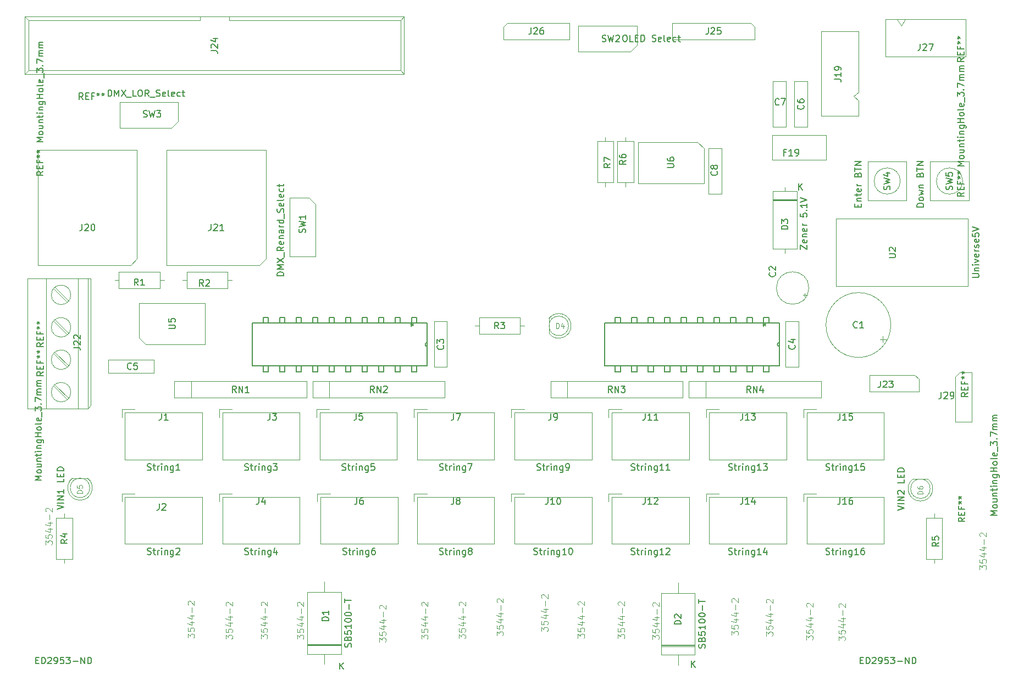
<source format=gbr>
G04 #@! TF.GenerationSoftware,KiCad,Pcbnew,(6.0.5)*
G04 #@! TF.CreationDate,2022-05-29T20:36:16-04:00*
G04 #@! TF.ProjectId,PB_16,50425f31-362e-46b6-9963-61645f706362,v1.0h*
G04 #@! TF.SameCoordinates,Original*
G04 #@! TF.FileFunction,AssemblyDrawing,Top*
%FSLAX46Y46*%
G04 Gerber Fmt 4.6, Leading zero omitted, Abs format (unit mm)*
G04 Created by KiCad (PCBNEW (6.0.5)) date 2022-05-29 20:36:16*
%MOMM*%
%LPD*%
G01*
G04 APERTURE LIST*
%ADD10C,0.150000*%
%ADD11C,0.120000*%
%ADD12C,0.050000*%
%ADD13C,0.100000*%
%ADD14C,0.152400*%
G04 APERTURE END LIST*
D10*
X217191380Y-91531133D02*
X218000904Y-91531133D01*
X218096142Y-91483514D01*
X218143761Y-91435895D01*
X218191380Y-91340657D01*
X218191380Y-91150180D01*
X218143761Y-91054942D01*
X218096142Y-91007323D01*
X218000904Y-90959704D01*
X217191380Y-90959704D01*
X217524714Y-90483514D02*
X218191380Y-90483514D01*
X217619952Y-90483514D02*
X217572333Y-90435895D01*
X217524714Y-90340657D01*
X217524714Y-90197800D01*
X217572333Y-90102561D01*
X217667571Y-90054942D01*
X218191380Y-90054942D01*
X218191380Y-89578752D02*
X217524714Y-89578752D01*
X217191380Y-89578752D02*
X217239000Y-89626371D01*
X217286619Y-89578752D01*
X217239000Y-89531133D01*
X217191380Y-89578752D01*
X217286619Y-89578752D01*
X217524714Y-89197800D02*
X218191380Y-88959704D01*
X217524714Y-88721609D01*
X218143761Y-87959704D02*
X218191380Y-88054942D01*
X218191380Y-88245419D01*
X218143761Y-88340657D01*
X218048523Y-88388276D01*
X217667571Y-88388276D01*
X217572333Y-88340657D01*
X217524714Y-88245419D01*
X217524714Y-88054942D01*
X217572333Y-87959704D01*
X217667571Y-87912085D01*
X217762809Y-87912085D01*
X217858047Y-88388276D01*
X218191380Y-87483514D02*
X217524714Y-87483514D01*
X217715190Y-87483514D02*
X217619952Y-87435895D01*
X217572333Y-87388276D01*
X217524714Y-87293038D01*
X217524714Y-87197800D01*
X218143761Y-86912085D02*
X218191380Y-86816847D01*
X218191380Y-86626371D01*
X218143761Y-86531133D01*
X218048523Y-86483514D01*
X218000904Y-86483514D01*
X217905666Y-86531133D01*
X217858047Y-86626371D01*
X217858047Y-86769228D01*
X217810428Y-86864466D01*
X217715190Y-86912085D01*
X217667571Y-86912085D01*
X217572333Y-86864466D01*
X217524714Y-86769228D01*
X217524714Y-86626371D01*
X217572333Y-86531133D01*
X218143761Y-85673990D02*
X218191380Y-85769228D01*
X218191380Y-85959704D01*
X218143761Y-86054942D01*
X218048523Y-86102561D01*
X217667571Y-86102561D01*
X217572333Y-86054942D01*
X217524714Y-85959704D01*
X217524714Y-85769228D01*
X217572333Y-85673990D01*
X217667571Y-85626371D01*
X217762809Y-85626371D01*
X217858047Y-86102561D01*
X217191380Y-84721609D02*
X217191380Y-85197800D01*
X217667571Y-85245419D01*
X217619952Y-85197800D01*
X217572333Y-85102561D01*
X217572333Y-84864466D01*
X217619952Y-84769228D01*
X217667571Y-84721609D01*
X217762809Y-84673990D01*
X218000904Y-84673990D01*
X218096142Y-84721609D01*
X218143761Y-84769228D01*
X218191380Y-84864466D01*
X218191380Y-85102561D01*
X218143761Y-85197800D01*
X218096142Y-85245419D01*
X217191380Y-84388276D02*
X218191380Y-84054942D01*
X217191380Y-83721609D01*
X204351380Y-88459704D02*
X205160904Y-88459704D01*
X205256142Y-88412085D01*
X205303761Y-88364466D01*
X205351380Y-88269228D01*
X205351380Y-88078752D01*
X205303761Y-87983514D01*
X205256142Y-87935895D01*
X205160904Y-87888276D01*
X204351380Y-87888276D01*
X204446619Y-87459704D02*
X204399000Y-87412085D01*
X204351380Y-87316847D01*
X204351380Y-87078752D01*
X204399000Y-86983514D01*
X204446619Y-86935895D01*
X204541857Y-86888276D01*
X204637095Y-86888276D01*
X204779952Y-86935895D01*
X205351380Y-87507323D01*
X205351380Y-86888276D01*
X199452133Y-99224742D02*
X199404514Y-99272361D01*
X199261657Y-99319980D01*
X199166419Y-99319980D01*
X199023561Y-99272361D01*
X198928323Y-99177123D01*
X198880704Y-99081885D01*
X198833085Y-98891409D01*
X198833085Y-98748552D01*
X198880704Y-98558076D01*
X198928323Y-98462838D01*
X199023561Y-98367600D01*
X199166419Y-98319980D01*
X199261657Y-98319980D01*
X199404514Y-98367600D01*
X199452133Y-98415219D01*
X200404514Y-99319980D02*
X199833085Y-99319980D01*
X200118800Y-99319980D02*
X200118800Y-98319980D01*
X200023561Y-98462838D01*
X199928323Y-98558076D01*
X199833085Y-98605695D01*
X186779254Y-90784466D02*
X186826873Y-90832085D01*
X186874492Y-90974942D01*
X186874492Y-91070180D01*
X186826873Y-91213038D01*
X186731635Y-91308276D01*
X186636397Y-91355895D01*
X186445921Y-91403514D01*
X186303064Y-91403514D01*
X186112588Y-91355895D01*
X186017350Y-91308276D01*
X185922112Y-91213038D01*
X185874492Y-91070180D01*
X185874492Y-90974942D01*
X185922112Y-90832085D01*
X185969731Y-90784466D01*
X185969731Y-90403514D02*
X185922112Y-90355895D01*
X185874492Y-90260657D01*
X185874492Y-90022561D01*
X185922112Y-89927323D01*
X185969731Y-89879704D01*
X186064969Y-89832085D01*
X186160207Y-89832085D01*
X186303064Y-89879704D01*
X186874492Y-90451133D01*
X186874492Y-89832085D01*
X135643342Y-102013066D02*
X135690961Y-102060685D01*
X135738580Y-102203542D01*
X135738580Y-102298780D01*
X135690961Y-102441638D01*
X135595723Y-102536876D01*
X135500485Y-102584495D01*
X135310009Y-102632114D01*
X135167152Y-102632114D01*
X134976676Y-102584495D01*
X134881438Y-102536876D01*
X134786200Y-102441638D01*
X134738580Y-102298780D01*
X134738580Y-102203542D01*
X134786200Y-102060685D01*
X134833819Y-102013066D01*
X134738580Y-101679733D02*
X134738580Y-101060685D01*
X135119533Y-101394019D01*
X135119533Y-101251161D01*
X135167152Y-101155923D01*
X135214771Y-101108304D01*
X135310009Y-101060685D01*
X135548104Y-101060685D01*
X135643342Y-101108304D01*
X135690961Y-101155923D01*
X135738580Y-101251161D01*
X135738580Y-101536876D01*
X135690961Y-101632114D01*
X135643342Y-101679733D01*
X121457361Y-148509076D02*
X121504980Y-148366219D01*
X121504980Y-148128123D01*
X121457361Y-148032885D01*
X121409742Y-147985266D01*
X121314504Y-147937647D01*
X121219266Y-147937647D01*
X121124028Y-147985266D01*
X121076409Y-148032885D01*
X121028790Y-148128123D01*
X120981171Y-148318600D01*
X120933552Y-148413838D01*
X120885933Y-148461457D01*
X120790695Y-148509076D01*
X120695457Y-148509076D01*
X120600219Y-148461457D01*
X120552600Y-148413838D01*
X120504980Y-148318600D01*
X120504980Y-148080504D01*
X120552600Y-147937647D01*
X120981171Y-147175742D02*
X121028790Y-147032885D01*
X121076409Y-146985266D01*
X121171647Y-146937647D01*
X121314504Y-146937647D01*
X121409742Y-146985266D01*
X121457361Y-147032885D01*
X121504980Y-147128123D01*
X121504980Y-147509076D01*
X120504980Y-147509076D01*
X120504980Y-147175742D01*
X120552600Y-147080504D01*
X120600219Y-147032885D01*
X120695457Y-146985266D01*
X120790695Y-146985266D01*
X120885933Y-147032885D01*
X120933552Y-147080504D01*
X120981171Y-147175742D01*
X120981171Y-147509076D01*
X120504980Y-146032885D02*
X120504980Y-146509076D01*
X120981171Y-146556695D01*
X120933552Y-146509076D01*
X120885933Y-146413838D01*
X120885933Y-146175742D01*
X120933552Y-146080504D01*
X120981171Y-146032885D01*
X121076409Y-145985266D01*
X121314504Y-145985266D01*
X121409742Y-146032885D01*
X121457361Y-146080504D01*
X121504980Y-146175742D01*
X121504980Y-146413838D01*
X121457361Y-146509076D01*
X121409742Y-146556695D01*
X121504980Y-145032885D02*
X121504980Y-145604314D01*
X121504980Y-145318600D02*
X120504980Y-145318600D01*
X120647838Y-145413838D01*
X120743076Y-145509076D01*
X120790695Y-145604314D01*
X120504980Y-144413838D02*
X120504980Y-144318600D01*
X120552600Y-144223361D01*
X120600219Y-144175742D01*
X120695457Y-144128123D01*
X120885933Y-144080504D01*
X121124028Y-144080504D01*
X121314504Y-144128123D01*
X121409742Y-144175742D01*
X121457361Y-144223361D01*
X121504980Y-144318600D01*
X121504980Y-144413838D01*
X121457361Y-144509076D01*
X121409742Y-144556695D01*
X121314504Y-144604314D01*
X121124028Y-144651933D01*
X120885933Y-144651933D01*
X120695457Y-144604314D01*
X120600219Y-144556695D01*
X120552600Y-144509076D01*
X120504980Y-144413838D01*
X120504980Y-143461457D02*
X120504980Y-143366219D01*
X120552600Y-143270980D01*
X120600219Y-143223361D01*
X120695457Y-143175742D01*
X120885933Y-143128123D01*
X121124028Y-143128123D01*
X121314504Y-143175742D01*
X121409742Y-143223361D01*
X121457361Y-143270980D01*
X121504980Y-143366219D01*
X121504980Y-143461457D01*
X121457361Y-143556695D01*
X121409742Y-143604314D01*
X121314504Y-143651933D01*
X121124028Y-143699552D01*
X120885933Y-143699552D01*
X120695457Y-143651933D01*
X120600219Y-143604314D01*
X120552600Y-143556695D01*
X120504980Y-143461457D01*
X121124028Y-142699552D02*
X121124028Y-141937647D01*
X120504980Y-141604314D02*
X120504980Y-141032885D01*
X121504980Y-141318600D02*
X120504980Y-141318600D01*
X119721095Y-151920980D02*
X119721095Y-150920980D01*
X120292523Y-151920980D02*
X119863952Y-151349552D01*
X120292523Y-150920980D02*
X119721095Y-151492409D01*
X117985380Y-144438595D02*
X116985380Y-144438595D01*
X116985380Y-144200500D01*
X117033000Y-144057642D01*
X117128238Y-143962404D01*
X117223476Y-143914785D01*
X117413952Y-143867166D01*
X117556809Y-143867166D01*
X117747285Y-143914785D01*
X117842523Y-143962404D01*
X117937761Y-144057642D01*
X117985380Y-144200500D01*
X117985380Y-144438595D01*
X117985380Y-142914785D02*
X117985380Y-143486214D01*
X117985380Y-143200500D02*
X116985380Y-143200500D01*
X117128238Y-143295738D01*
X117223476Y-143390976D01*
X117271095Y-143486214D01*
X175972361Y-148645476D02*
X176019980Y-148502619D01*
X176019980Y-148264523D01*
X175972361Y-148169285D01*
X175924742Y-148121666D01*
X175829504Y-148074047D01*
X175734266Y-148074047D01*
X175639028Y-148121666D01*
X175591409Y-148169285D01*
X175543790Y-148264523D01*
X175496171Y-148455000D01*
X175448552Y-148550238D01*
X175400933Y-148597857D01*
X175305695Y-148645476D01*
X175210457Y-148645476D01*
X175115219Y-148597857D01*
X175067600Y-148550238D01*
X175019980Y-148455000D01*
X175019980Y-148216904D01*
X175067600Y-148074047D01*
X175496171Y-147312142D02*
X175543790Y-147169285D01*
X175591409Y-147121666D01*
X175686647Y-147074047D01*
X175829504Y-147074047D01*
X175924742Y-147121666D01*
X175972361Y-147169285D01*
X176019980Y-147264523D01*
X176019980Y-147645476D01*
X175019980Y-147645476D01*
X175019980Y-147312142D01*
X175067600Y-147216904D01*
X175115219Y-147169285D01*
X175210457Y-147121666D01*
X175305695Y-147121666D01*
X175400933Y-147169285D01*
X175448552Y-147216904D01*
X175496171Y-147312142D01*
X175496171Y-147645476D01*
X175019980Y-146169285D02*
X175019980Y-146645476D01*
X175496171Y-146693095D01*
X175448552Y-146645476D01*
X175400933Y-146550238D01*
X175400933Y-146312142D01*
X175448552Y-146216904D01*
X175496171Y-146169285D01*
X175591409Y-146121666D01*
X175829504Y-146121666D01*
X175924742Y-146169285D01*
X175972361Y-146216904D01*
X176019980Y-146312142D01*
X176019980Y-146550238D01*
X175972361Y-146645476D01*
X175924742Y-146693095D01*
X176019980Y-145169285D02*
X176019980Y-145740714D01*
X176019980Y-145455000D02*
X175019980Y-145455000D01*
X175162838Y-145550238D01*
X175258076Y-145645476D01*
X175305695Y-145740714D01*
X175019980Y-144550238D02*
X175019980Y-144455000D01*
X175067600Y-144359761D01*
X175115219Y-144312142D01*
X175210457Y-144264523D01*
X175400933Y-144216904D01*
X175639028Y-144216904D01*
X175829504Y-144264523D01*
X175924742Y-144312142D01*
X175972361Y-144359761D01*
X176019980Y-144455000D01*
X176019980Y-144550238D01*
X175972361Y-144645476D01*
X175924742Y-144693095D01*
X175829504Y-144740714D01*
X175639028Y-144788333D01*
X175400933Y-144788333D01*
X175210457Y-144740714D01*
X175115219Y-144693095D01*
X175067600Y-144645476D01*
X175019980Y-144550238D01*
X175019980Y-143597857D02*
X175019980Y-143502619D01*
X175067600Y-143407380D01*
X175115219Y-143359761D01*
X175210457Y-143312142D01*
X175400933Y-143264523D01*
X175639028Y-143264523D01*
X175829504Y-143312142D01*
X175924742Y-143359761D01*
X175972361Y-143407380D01*
X176019980Y-143502619D01*
X176019980Y-143597857D01*
X175972361Y-143693095D01*
X175924742Y-143740714D01*
X175829504Y-143788333D01*
X175639028Y-143835952D01*
X175400933Y-143835952D01*
X175210457Y-143788333D01*
X175115219Y-143740714D01*
X175067600Y-143693095D01*
X175019980Y-143597857D01*
X175639028Y-142835952D02*
X175639028Y-142074047D01*
X175019980Y-141740714D02*
X175019980Y-141169285D01*
X176019980Y-141455000D02*
X175019980Y-141455000D01*
X172299980Y-144980595D02*
X171299980Y-144980595D01*
X171299980Y-144742500D01*
X171347600Y-144599642D01*
X171442838Y-144504404D01*
X171538076Y-144456785D01*
X171728552Y-144409166D01*
X171871409Y-144409166D01*
X172061885Y-144456785D01*
X172157123Y-144504404D01*
X172252361Y-144599642D01*
X172299980Y-144742500D01*
X172299980Y-144980595D01*
X171395219Y-144028214D02*
X171347600Y-143980595D01*
X171299980Y-143885357D01*
X171299980Y-143647261D01*
X171347600Y-143552023D01*
X171395219Y-143504404D01*
X171490457Y-143456785D01*
X171585695Y-143456785D01*
X171728552Y-143504404D01*
X172299980Y-144075833D01*
X172299980Y-143456785D01*
X173935695Y-151657380D02*
X173935695Y-150657380D01*
X174507123Y-151657380D02*
X174078552Y-151085952D01*
X174507123Y-150657380D02*
X173935695Y-151228809D01*
X190709780Y-87182880D02*
X190709780Y-86516214D01*
X191709780Y-87182880D01*
X191709780Y-86516214D01*
X191662161Y-85754309D02*
X191709780Y-85849547D01*
X191709780Y-86040023D01*
X191662161Y-86135261D01*
X191566923Y-86182880D01*
X191185971Y-86182880D01*
X191090733Y-86135261D01*
X191043114Y-86040023D01*
X191043114Y-85849547D01*
X191090733Y-85754309D01*
X191185971Y-85706690D01*
X191281209Y-85706690D01*
X191376447Y-86182880D01*
X191043114Y-85278119D02*
X191709780Y-85278119D01*
X191138352Y-85278119D02*
X191090733Y-85230500D01*
X191043114Y-85135261D01*
X191043114Y-84992404D01*
X191090733Y-84897166D01*
X191185971Y-84849547D01*
X191709780Y-84849547D01*
X191662161Y-83992404D02*
X191709780Y-84087642D01*
X191709780Y-84278119D01*
X191662161Y-84373357D01*
X191566923Y-84420976D01*
X191185971Y-84420976D01*
X191090733Y-84373357D01*
X191043114Y-84278119D01*
X191043114Y-84087642D01*
X191090733Y-83992404D01*
X191185971Y-83944785D01*
X191281209Y-83944785D01*
X191376447Y-84420976D01*
X191709780Y-83516214D02*
X191043114Y-83516214D01*
X191233590Y-83516214D02*
X191138352Y-83468595D01*
X191090733Y-83420976D01*
X191043114Y-83325738D01*
X191043114Y-83230500D01*
X190709780Y-81659071D02*
X190709780Y-82135261D01*
X191185971Y-82182880D01*
X191138352Y-82135261D01*
X191090733Y-82040023D01*
X191090733Y-81801928D01*
X191138352Y-81706690D01*
X191185971Y-81659071D01*
X191281209Y-81611452D01*
X191519304Y-81611452D01*
X191614542Y-81659071D01*
X191662161Y-81706690D01*
X191709780Y-81801928D01*
X191709780Y-82040023D01*
X191662161Y-82135261D01*
X191614542Y-82182880D01*
X191614542Y-81182880D02*
X191662161Y-81135261D01*
X191709780Y-81182880D01*
X191662161Y-81230500D01*
X191614542Y-81182880D01*
X191709780Y-81182880D01*
X191709780Y-80182880D02*
X191709780Y-80754309D01*
X191709780Y-80468595D02*
X190709780Y-80468595D01*
X190852638Y-80563833D01*
X190947876Y-80659071D01*
X190995495Y-80754309D01*
X190709780Y-79897166D02*
X191709780Y-79563833D01*
X190709780Y-79230500D01*
X190449095Y-78060180D02*
X190449095Y-77060180D01*
X191020523Y-78060180D02*
X190591952Y-77488752D01*
X191020523Y-77060180D02*
X190449095Y-77631609D01*
X188763380Y-84093395D02*
X187763380Y-84093395D01*
X187763380Y-83855300D01*
X187811000Y-83712442D01*
X187906238Y-83617204D01*
X188001476Y-83569585D01*
X188191952Y-83521966D01*
X188334809Y-83521966D01*
X188525285Y-83569585D01*
X188620523Y-83617204D01*
X188715761Y-83712442D01*
X188763380Y-83855300D01*
X188763380Y-84093395D01*
X187763380Y-83188633D02*
X187763380Y-82569585D01*
X188144333Y-82902919D01*
X188144333Y-82760061D01*
X188191952Y-82664823D01*
X188239571Y-82617204D01*
X188334809Y-82569585D01*
X188572904Y-82569585D01*
X188668142Y-82617204D01*
X188715761Y-82664823D01*
X188763380Y-82760061D01*
X188763380Y-83045776D01*
X188715761Y-83141014D01*
X188668142Y-83188633D01*
D11*
X153075523Y-99359704D02*
X153075523Y-98559704D01*
X153266000Y-98559704D01*
X153380285Y-98597800D01*
X153456476Y-98673990D01*
X153494571Y-98750180D01*
X153532666Y-98902561D01*
X153532666Y-99016847D01*
X153494571Y-99169228D01*
X153456476Y-99245419D01*
X153380285Y-99321609D01*
X153266000Y-99359704D01*
X153075523Y-99359704D01*
X154218380Y-98826371D02*
X154218380Y-99359704D01*
X154027904Y-98521609D02*
X153837428Y-99093038D01*
X154332666Y-99093038D01*
D10*
X76212580Y-127283523D02*
X77212580Y-126950190D01*
X76212580Y-126616857D01*
X77212580Y-126283523D02*
X76212580Y-126283523D01*
X77212580Y-125807333D02*
X76212580Y-125807333D01*
X77212580Y-125235904D01*
X76212580Y-125235904D01*
X77212580Y-124235904D02*
X77212580Y-124807333D01*
X77212580Y-124521619D02*
X76212580Y-124521619D01*
X76355438Y-124616857D01*
X76450676Y-124712095D01*
X76498295Y-124807333D01*
X77212580Y-122569238D02*
X77212580Y-123045428D01*
X76212580Y-123045428D01*
X76688771Y-122235904D02*
X76688771Y-121902571D01*
X77212580Y-121759714D02*
X77212580Y-122235904D01*
X76212580Y-122235904D01*
X76212580Y-121759714D01*
X77212580Y-121331142D02*
X76212580Y-121331142D01*
X76212580Y-121093047D01*
X76260200Y-120950190D01*
X76355438Y-120854952D01*
X76450676Y-120807333D01*
X76641152Y-120759714D01*
X76784009Y-120759714D01*
X76974485Y-120807333D01*
X77069723Y-120854952D01*
X77164961Y-120950190D01*
X77212580Y-121093047D01*
X77212580Y-121331142D01*
D11*
X80082104Y-124764476D02*
X79282104Y-124764476D01*
X79282104Y-124574000D01*
X79320200Y-124459714D01*
X79396390Y-124383523D01*
X79472580Y-124345428D01*
X79624961Y-124307333D01*
X79739247Y-124307333D01*
X79891628Y-124345428D01*
X79967819Y-124383523D01*
X80044009Y-124459714D01*
X80082104Y-124574000D01*
X80082104Y-124764476D01*
X79282104Y-123583523D02*
X79282104Y-123964476D01*
X79663057Y-124002571D01*
X79624961Y-123964476D01*
X79586866Y-123888285D01*
X79586866Y-123697809D01*
X79624961Y-123621619D01*
X79663057Y-123583523D01*
X79739247Y-123545428D01*
X79929723Y-123545428D01*
X80005914Y-123583523D01*
X80044009Y-123621619D01*
X80082104Y-123697809D01*
X80082104Y-123888285D01*
X80044009Y-123964476D01*
X80005914Y-124002571D01*
D10*
X205664580Y-127410523D02*
X206664580Y-127077190D01*
X205664580Y-126743857D01*
X206664580Y-126410523D02*
X205664580Y-126410523D01*
X206664580Y-125934333D02*
X205664580Y-125934333D01*
X206664580Y-125362904D01*
X205664580Y-125362904D01*
X205759819Y-124934333D02*
X205712200Y-124886714D01*
X205664580Y-124791476D01*
X205664580Y-124553380D01*
X205712200Y-124458142D01*
X205759819Y-124410523D01*
X205855057Y-124362904D01*
X205950295Y-124362904D01*
X206093152Y-124410523D01*
X206664580Y-124981952D01*
X206664580Y-124362904D01*
X206664580Y-122696238D02*
X206664580Y-123172428D01*
X205664580Y-123172428D01*
X206140771Y-122362904D02*
X206140771Y-122029571D01*
X206664580Y-121886714D02*
X206664580Y-122362904D01*
X205664580Y-122362904D01*
X205664580Y-121886714D01*
X206664580Y-121458142D02*
X205664580Y-121458142D01*
X205664580Y-121220047D01*
X205712200Y-121077190D01*
X205807438Y-120981952D01*
X205902676Y-120934333D01*
X206093152Y-120886714D01*
X206236009Y-120886714D01*
X206426485Y-120934333D01*
X206521723Y-120981952D01*
X206616961Y-121077190D01*
X206664580Y-121220047D01*
X206664580Y-121458142D01*
D11*
X209534104Y-124891476D02*
X208734104Y-124891476D01*
X208734104Y-124701000D01*
X208772200Y-124586714D01*
X208848390Y-124510523D01*
X208924580Y-124472428D01*
X209076961Y-124434333D01*
X209191247Y-124434333D01*
X209343628Y-124472428D01*
X209419819Y-124510523D01*
X209496009Y-124586714D01*
X209534104Y-124701000D01*
X209534104Y-124891476D01*
X208734104Y-123748619D02*
X208734104Y-123901000D01*
X208772200Y-123977190D01*
X208810295Y-124015285D01*
X208924580Y-124091476D01*
X209076961Y-124129571D01*
X209381723Y-124129571D01*
X209457914Y-124091476D01*
X209496009Y-124053380D01*
X209534104Y-123977190D01*
X209534104Y-123824809D01*
X209496009Y-123748619D01*
X209457914Y-123710523D01*
X209381723Y-123672428D01*
X209191247Y-123672428D01*
X209115057Y-123710523D01*
X209076961Y-123748619D01*
X209038866Y-123824809D01*
X209038866Y-123977190D01*
X209076961Y-124053380D01*
X209115057Y-124091476D01*
X209191247Y-124129571D01*
D12*
X96314880Y-147088842D02*
X96314880Y-146469795D01*
X96695833Y-146803128D01*
X96695833Y-146660271D01*
X96743452Y-146565033D01*
X96791071Y-146517414D01*
X96886309Y-146469795D01*
X97124404Y-146469795D01*
X97219642Y-146517414D01*
X97267261Y-146565033D01*
X97314880Y-146660271D01*
X97314880Y-146945985D01*
X97267261Y-147041223D01*
X97219642Y-147088842D01*
X96314880Y-145565033D02*
X96314880Y-146041223D01*
X96791071Y-146088842D01*
X96743452Y-146041223D01*
X96695833Y-145945985D01*
X96695833Y-145707890D01*
X96743452Y-145612652D01*
X96791071Y-145565033D01*
X96886309Y-145517414D01*
X97124404Y-145517414D01*
X97219642Y-145565033D01*
X97267261Y-145612652D01*
X97314880Y-145707890D01*
X97314880Y-145945985D01*
X97267261Y-146041223D01*
X97219642Y-146088842D01*
X96648214Y-144660271D02*
X97314880Y-144660271D01*
X96267261Y-144898366D02*
X96981547Y-145136461D01*
X96981547Y-144517414D01*
X96648214Y-143707890D02*
X97314880Y-143707890D01*
X96267261Y-143945985D02*
X96981547Y-144184080D01*
X96981547Y-143565033D01*
X96933928Y-143184080D02*
X96933928Y-142422176D01*
X96410119Y-141993604D02*
X96362500Y-141945985D01*
X96314880Y-141850747D01*
X96314880Y-141612652D01*
X96362500Y-141517414D01*
X96410119Y-141469795D01*
X96505357Y-141422176D01*
X96600595Y-141422176D01*
X96743452Y-141469795D01*
X97314880Y-142041223D01*
X97314880Y-141422176D01*
D10*
X105100000Y-134204761D02*
X105242857Y-134252380D01*
X105480952Y-134252380D01*
X105576190Y-134204761D01*
X105623809Y-134157142D01*
X105671428Y-134061904D01*
X105671428Y-133966666D01*
X105623809Y-133871428D01*
X105576190Y-133823809D01*
X105480952Y-133776190D01*
X105290476Y-133728571D01*
X105195238Y-133680952D01*
X105147619Y-133633333D01*
X105100000Y-133538095D01*
X105100000Y-133442857D01*
X105147619Y-133347619D01*
X105195238Y-133300000D01*
X105290476Y-133252380D01*
X105528571Y-133252380D01*
X105671428Y-133300000D01*
X105957142Y-133585714D02*
X106338095Y-133585714D01*
X106100000Y-133252380D02*
X106100000Y-134109523D01*
X106147619Y-134204761D01*
X106242857Y-134252380D01*
X106338095Y-134252380D01*
X106671428Y-134252380D02*
X106671428Y-133585714D01*
X106671428Y-133776190D02*
X106719047Y-133680952D01*
X106766666Y-133633333D01*
X106861904Y-133585714D01*
X106957142Y-133585714D01*
X107290476Y-134252380D02*
X107290476Y-133585714D01*
X107290476Y-133252380D02*
X107242857Y-133300000D01*
X107290476Y-133347619D01*
X107338095Y-133300000D01*
X107290476Y-133252380D01*
X107290476Y-133347619D01*
X107766666Y-133585714D02*
X107766666Y-134252380D01*
X107766666Y-133680952D02*
X107814285Y-133633333D01*
X107909523Y-133585714D01*
X108052380Y-133585714D01*
X108147619Y-133633333D01*
X108195238Y-133728571D01*
X108195238Y-134252380D01*
X109100000Y-133585714D02*
X109100000Y-134395238D01*
X109052380Y-134490476D01*
X109004761Y-134538095D01*
X108909523Y-134585714D01*
X108766666Y-134585714D01*
X108671428Y-134538095D01*
X109100000Y-134204761D02*
X109004761Y-134252380D01*
X108814285Y-134252380D01*
X108719047Y-134204761D01*
X108671428Y-134157142D01*
X108623809Y-134061904D01*
X108623809Y-133776190D01*
X108671428Y-133680952D01*
X108719047Y-133633333D01*
X108814285Y-133585714D01*
X109004761Y-133585714D01*
X109100000Y-133633333D01*
X110004761Y-133585714D02*
X110004761Y-134252380D01*
X109766666Y-133204761D02*
X109528571Y-133919047D01*
X110147619Y-133919047D01*
X107266666Y-125502380D02*
X107266666Y-126216666D01*
X107219047Y-126359523D01*
X107123809Y-126454761D01*
X106980952Y-126502380D01*
X106885714Y-126502380D01*
X108171428Y-125835714D02*
X108171428Y-126502380D01*
X107933333Y-125454761D02*
X107695238Y-126169047D01*
X108314285Y-126169047D01*
X120100000Y-121204761D02*
X120242857Y-121252380D01*
X120480952Y-121252380D01*
X120576190Y-121204761D01*
X120623809Y-121157142D01*
X120671428Y-121061904D01*
X120671428Y-120966666D01*
X120623809Y-120871428D01*
X120576190Y-120823809D01*
X120480952Y-120776190D01*
X120290476Y-120728571D01*
X120195238Y-120680952D01*
X120147619Y-120633333D01*
X120100000Y-120538095D01*
X120100000Y-120442857D01*
X120147619Y-120347619D01*
X120195238Y-120300000D01*
X120290476Y-120252380D01*
X120528571Y-120252380D01*
X120671428Y-120300000D01*
X120957142Y-120585714D02*
X121338095Y-120585714D01*
X121100000Y-120252380D02*
X121100000Y-121109523D01*
X121147619Y-121204761D01*
X121242857Y-121252380D01*
X121338095Y-121252380D01*
X121671428Y-121252380D02*
X121671428Y-120585714D01*
X121671428Y-120776190D02*
X121719047Y-120680952D01*
X121766666Y-120633333D01*
X121861904Y-120585714D01*
X121957142Y-120585714D01*
X122290476Y-121252380D02*
X122290476Y-120585714D01*
X122290476Y-120252380D02*
X122242857Y-120300000D01*
X122290476Y-120347619D01*
X122338095Y-120300000D01*
X122290476Y-120252380D01*
X122290476Y-120347619D01*
X122766666Y-120585714D02*
X122766666Y-121252380D01*
X122766666Y-120680952D02*
X122814285Y-120633333D01*
X122909523Y-120585714D01*
X123052380Y-120585714D01*
X123147619Y-120633333D01*
X123195238Y-120728571D01*
X123195238Y-121252380D01*
X124100000Y-120585714D02*
X124100000Y-121395238D01*
X124052380Y-121490476D01*
X124004761Y-121538095D01*
X123909523Y-121585714D01*
X123766666Y-121585714D01*
X123671428Y-121538095D01*
X124100000Y-121204761D02*
X124004761Y-121252380D01*
X123814285Y-121252380D01*
X123719047Y-121204761D01*
X123671428Y-121157142D01*
X123623809Y-121061904D01*
X123623809Y-120776190D01*
X123671428Y-120680952D01*
X123719047Y-120633333D01*
X123814285Y-120585714D01*
X124004761Y-120585714D01*
X124100000Y-120633333D01*
X125052380Y-120252380D02*
X124576190Y-120252380D01*
X124528571Y-120728571D01*
X124576190Y-120680952D01*
X124671428Y-120633333D01*
X124909523Y-120633333D01*
X125004761Y-120680952D01*
X125052380Y-120728571D01*
X125100000Y-120823809D01*
X125100000Y-121061904D01*
X125052380Y-121157142D01*
X125004761Y-121204761D01*
X124909523Y-121252380D01*
X124671428Y-121252380D01*
X124576190Y-121204761D01*
X124528571Y-121157142D01*
X122266666Y-112502380D02*
X122266666Y-113216666D01*
X122219047Y-113359523D01*
X122123809Y-113454761D01*
X121980952Y-113502380D01*
X121885714Y-113502380D01*
X123219047Y-112502380D02*
X122742857Y-112502380D01*
X122695238Y-112978571D01*
X122742857Y-112930952D01*
X122838095Y-112883333D01*
X123076190Y-112883333D01*
X123171428Y-112930952D01*
X123219047Y-112978571D01*
X123266666Y-113073809D01*
X123266666Y-113311904D01*
X123219047Y-113407142D01*
X123171428Y-113454761D01*
X123076190Y-113502380D01*
X122838095Y-113502380D01*
X122742857Y-113454761D01*
X122695238Y-113407142D01*
X120214342Y-134204761D02*
X120357199Y-134252380D01*
X120595294Y-134252380D01*
X120690532Y-134204761D01*
X120738151Y-134157142D01*
X120785770Y-134061904D01*
X120785770Y-133966666D01*
X120738151Y-133871428D01*
X120690532Y-133823809D01*
X120595294Y-133776190D01*
X120404818Y-133728571D01*
X120309580Y-133680952D01*
X120261961Y-133633333D01*
X120214342Y-133538095D01*
X120214342Y-133442857D01*
X120261961Y-133347619D01*
X120309580Y-133300000D01*
X120404818Y-133252380D01*
X120642913Y-133252380D01*
X120785770Y-133300000D01*
X121071484Y-133585714D02*
X121452437Y-133585714D01*
X121214342Y-133252380D02*
X121214342Y-134109523D01*
X121261961Y-134204761D01*
X121357199Y-134252380D01*
X121452437Y-134252380D01*
X121785770Y-134252380D02*
X121785770Y-133585714D01*
X121785770Y-133776190D02*
X121833389Y-133680952D01*
X121881008Y-133633333D01*
X121976246Y-133585714D01*
X122071484Y-133585714D01*
X122404818Y-134252380D02*
X122404818Y-133585714D01*
X122404818Y-133252380D02*
X122357199Y-133300000D01*
X122404818Y-133347619D01*
X122452437Y-133300000D01*
X122404818Y-133252380D01*
X122404818Y-133347619D01*
X122881008Y-133585714D02*
X122881008Y-134252380D01*
X122881008Y-133680952D02*
X122928627Y-133633333D01*
X123023865Y-133585714D01*
X123166722Y-133585714D01*
X123261961Y-133633333D01*
X123309580Y-133728571D01*
X123309580Y-134252380D01*
X124214342Y-133585714D02*
X124214342Y-134395238D01*
X124166722Y-134490476D01*
X124119103Y-134538095D01*
X124023865Y-134585714D01*
X123881008Y-134585714D01*
X123785770Y-134538095D01*
X124214342Y-134204761D02*
X124119103Y-134252380D01*
X123928627Y-134252380D01*
X123833389Y-134204761D01*
X123785770Y-134157142D01*
X123738151Y-134061904D01*
X123738151Y-133776190D01*
X123785770Y-133680952D01*
X123833389Y-133633333D01*
X123928627Y-133585714D01*
X124119103Y-133585714D01*
X124214342Y-133633333D01*
X125119103Y-133252380D02*
X124928627Y-133252380D01*
X124833389Y-133300000D01*
X124785770Y-133347619D01*
X124690532Y-133490476D01*
X124642913Y-133680952D01*
X124642913Y-134061904D01*
X124690532Y-134157142D01*
X124738151Y-134204761D01*
X124833389Y-134252380D01*
X125023865Y-134252380D01*
X125119103Y-134204761D01*
X125166722Y-134157142D01*
X125214342Y-134061904D01*
X125214342Y-133823809D01*
X125166722Y-133728571D01*
X125119103Y-133680952D01*
X125023865Y-133633333D01*
X124833389Y-133633333D01*
X124738151Y-133680952D01*
X124690532Y-133728571D01*
X124642913Y-133823809D01*
X122381008Y-125502380D02*
X122381008Y-126216666D01*
X122333389Y-126359523D01*
X122238151Y-126454761D01*
X122095294Y-126502380D01*
X122000056Y-126502380D01*
X123285770Y-125502380D02*
X123095294Y-125502380D01*
X123000056Y-125550000D01*
X122952437Y-125597619D01*
X122857199Y-125740476D01*
X122809580Y-125930952D01*
X122809580Y-126311904D01*
X122857199Y-126407142D01*
X122904818Y-126454761D01*
X123000056Y-126502380D01*
X123190532Y-126502380D01*
X123285770Y-126454761D01*
X123333389Y-126407142D01*
X123381008Y-126311904D01*
X123381008Y-126073809D01*
X123333389Y-125978571D01*
X123285770Y-125930952D01*
X123190532Y-125883333D01*
X123000056Y-125883333D01*
X122904818Y-125930952D01*
X122857199Y-125978571D01*
X122809580Y-126073809D01*
X135100000Y-121204761D02*
X135242857Y-121252380D01*
X135480952Y-121252380D01*
X135576190Y-121204761D01*
X135623809Y-121157142D01*
X135671428Y-121061904D01*
X135671428Y-120966666D01*
X135623809Y-120871428D01*
X135576190Y-120823809D01*
X135480952Y-120776190D01*
X135290476Y-120728571D01*
X135195238Y-120680952D01*
X135147619Y-120633333D01*
X135100000Y-120538095D01*
X135100000Y-120442857D01*
X135147619Y-120347619D01*
X135195238Y-120300000D01*
X135290476Y-120252380D01*
X135528571Y-120252380D01*
X135671428Y-120300000D01*
X135957142Y-120585714D02*
X136338095Y-120585714D01*
X136100000Y-120252380D02*
X136100000Y-121109523D01*
X136147619Y-121204761D01*
X136242857Y-121252380D01*
X136338095Y-121252380D01*
X136671428Y-121252380D02*
X136671428Y-120585714D01*
X136671428Y-120776190D02*
X136719047Y-120680952D01*
X136766666Y-120633333D01*
X136861904Y-120585714D01*
X136957142Y-120585714D01*
X137290476Y-121252380D02*
X137290476Y-120585714D01*
X137290476Y-120252380D02*
X137242857Y-120300000D01*
X137290476Y-120347619D01*
X137338095Y-120300000D01*
X137290476Y-120252380D01*
X137290476Y-120347619D01*
X137766666Y-120585714D02*
X137766666Y-121252380D01*
X137766666Y-120680952D02*
X137814285Y-120633333D01*
X137909523Y-120585714D01*
X138052380Y-120585714D01*
X138147619Y-120633333D01*
X138195238Y-120728571D01*
X138195238Y-121252380D01*
X139100000Y-120585714D02*
X139100000Y-121395238D01*
X139052380Y-121490476D01*
X139004761Y-121538095D01*
X138909523Y-121585714D01*
X138766666Y-121585714D01*
X138671428Y-121538095D01*
X139100000Y-121204761D02*
X139004761Y-121252380D01*
X138814285Y-121252380D01*
X138719047Y-121204761D01*
X138671428Y-121157142D01*
X138623809Y-121061904D01*
X138623809Y-120776190D01*
X138671428Y-120680952D01*
X138719047Y-120633333D01*
X138814285Y-120585714D01*
X139004761Y-120585714D01*
X139100000Y-120633333D01*
X139480952Y-120252380D02*
X140147619Y-120252380D01*
X139719047Y-121252380D01*
X137266666Y-112502380D02*
X137266666Y-113216666D01*
X137219047Y-113359523D01*
X137123809Y-113454761D01*
X136980952Y-113502380D01*
X136885714Y-113502380D01*
X137647619Y-112502380D02*
X138314285Y-112502380D01*
X137885714Y-113502380D01*
X135100000Y-134204761D02*
X135242857Y-134252380D01*
X135480952Y-134252380D01*
X135576190Y-134204761D01*
X135623809Y-134157142D01*
X135671428Y-134061904D01*
X135671428Y-133966666D01*
X135623809Y-133871428D01*
X135576190Y-133823809D01*
X135480952Y-133776190D01*
X135290476Y-133728571D01*
X135195238Y-133680952D01*
X135147619Y-133633333D01*
X135100000Y-133538095D01*
X135100000Y-133442857D01*
X135147619Y-133347619D01*
X135195238Y-133300000D01*
X135290476Y-133252380D01*
X135528571Y-133252380D01*
X135671428Y-133300000D01*
X135957142Y-133585714D02*
X136338095Y-133585714D01*
X136100000Y-133252380D02*
X136100000Y-134109523D01*
X136147619Y-134204761D01*
X136242857Y-134252380D01*
X136338095Y-134252380D01*
X136671428Y-134252380D02*
X136671428Y-133585714D01*
X136671428Y-133776190D02*
X136719047Y-133680952D01*
X136766666Y-133633333D01*
X136861904Y-133585714D01*
X136957142Y-133585714D01*
X137290476Y-134252380D02*
X137290476Y-133585714D01*
X137290476Y-133252380D02*
X137242857Y-133300000D01*
X137290476Y-133347619D01*
X137338095Y-133300000D01*
X137290476Y-133252380D01*
X137290476Y-133347619D01*
X137766666Y-133585714D02*
X137766666Y-134252380D01*
X137766666Y-133680952D02*
X137814285Y-133633333D01*
X137909523Y-133585714D01*
X138052380Y-133585714D01*
X138147619Y-133633333D01*
X138195238Y-133728571D01*
X138195238Y-134252380D01*
X139100000Y-133585714D02*
X139100000Y-134395238D01*
X139052380Y-134490476D01*
X139004761Y-134538095D01*
X138909523Y-134585714D01*
X138766666Y-134585714D01*
X138671428Y-134538095D01*
X139100000Y-134204761D02*
X139004761Y-134252380D01*
X138814285Y-134252380D01*
X138719047Y-134204761D01*
X138671428Y-134157142D01*
X138623809Y-134061904D01*
X138623809Y-133776190D01*
X138671428Y-133680952D01*
X138719047Y-133633333D01*
X138814285Y-133585714D01*
X139004761Y-133585714D01*
X139100000Y-133633333D01*
X139719047Y-133680952D02*
X139623809Y-133633333D01*
X139576190Y-133585714D01*
X139528571Y-133490476D01*
X139528571Y-133442857D01*
X139576190Y-133347619D01*
X139623809Y-133300000D01*
X139719047Y-133252380D01*
X139909523Y-133252380D01*
X140004761Y-133300000D01*
X140052380Y-133347619D01*
X140100000Y-133442857D01*
X140100000Y-133490476D01*
X140052380Y-133585714D01*
X140004761Y-133633333D01*
X139909523Y-133680952D01*
X139719047Y-133680952D01*
X139623809Y-133728571D01*
X139576190Y-133776190D01*
X139528571Y-133871428D01*
X139528571Y-134061904D01*
X139576190Y-134157142D01*
X139623809Y-134204761D01*
X139719047Y-134252380D01*
X139909523Y-134252380D01*
X140004761Y-134204761D01*
X140052380Y-134157142D01*
X140100000Y-134061904D01*
X140100000Y-133871428D01*
X140052380Y-133776190D01*
X140004761Y-133728571D01*
X139909523Y-133680952D01*
X137266666Y-125502380D02*
X137266666Y-126216666D01*
X137219047Y-126359523D01*
X137123809Y-126454761D01*
X136980952Y-126502380D01*
X136885714Y-126502380D01*
X137885714Y-125930952D02*
X137790476Y-125883333D01*
X137742857Y-125835714D01*
X137695238Y-125740476D01*
X137695238Y-125692857D01*
X137742857Y-125597619D01*
X137790476Y-125550000D01*
X137885714Y-125502380D01*
X138076190Y-125502380D01*
X138171428Y-125550000D01*
X138219047Y-125597619D01*
X138266666Y-125692857D01*
X138266666Y-125740476D01*
X138219047Y-125835714D01*
X138171428Y-125883333D01*
X138076190Y-125930952D01*
X137885714Y-125930952D01*
X137790476Y-125978571D01*
X137742857Y-126026190D01*
X137695238Y-126121428D01*
X137695238Y-126311904D01*
X137742857Y-126407142D01*
X137790476Y-126454761D01*
X137885714Y-126502380D01*
X138076190Y-126502380D01*
X138171428Y-126454761D01*
X138219047Y-126407142D01*
X138266666Y-126311904D01*
X138266666Y-126121428D01*
X138219047Y-126026190D01*
X138171428Y-125978571D01*
X138076190Y-125930952D01*
X150100000Y-121204761D02*
X150242857Y-121252380D01*
X150480952Y-121252380D01*
X150576190Y-121204761D01*
X150623809Y-121157142D01*
X150671428Y-121061904D01*
X150671428Y-120966666D01*
X150623809Y-120871428D01*
X150576190Y-120823809D01*
X150480952Y-120776190D01*
X150290476Y-120728571D01*
X150195238Y-120680952D01*
X150147619Y-120633333D01*
X150100000Y-120538095D01*
X150100000Y-120442857D01*
X150147619Y-120347619D01*
X150195238Y-120300000D01*
X150290476Y-120252380D01*
X150528571Y-120252380D01*
X150671428Y-120300000D01*
X150957142Y-120585714D02*
X151338095Y-120585714D01*
X151100000Y-120252380D02*
X151100000Y-121109523D01*
X151147619Y-121204761D01*
X151242857Y-121252380D01*
X151338095Y-121252380D01*
X151671428Y-121252380D02*
X151671428Y-120585714D01*
X151671428Y-120776190D02*
X151719047Y-120680952D01*
X151766666Y-120633333D01*
X151861904Y-120585714D01*
X151957142Y-120585714D01*
X152290476Y-121252380D02*
X152290476Y-120585714D01*
X152290476Y-120252380D02*
X152242857Y-120300000D01*
X152290476Y-120347619D01*
X152338095Y-120300000D01*
X152290476Y-120252380D01*
X152290476Y-120347619D01*
X152766666Y-120585714D02*
X152766666Y-121252380D01*
X152766666Y-120680952D02*
X152814285Y-120633333D01*
X152909523Y-120585714D01*
X153052380Y-120585714D01*
X153147619Y-120633333D01*
X153195238Y-120728571D01*
X153195238Y-121252380D01*
X154100000Y-120585714D02*
X154100000Y-121395238D01*
X154052380Y-121490476D01*
X154004761Y-121538095D01*
X153909523Y-121585714D01*
X153766666Y-121585714D01*
X153671428Y-121538095D01*
X154100000Y-121204761D02*
X154004761Y-121252380D01*
X153814285Y-121252380D01*
X153719047Y-121204761D01*
X153671428Y-121157142D01*
X153623809Y-121061904D01*
X153623809Y-120776190D01*
X153671428Y-120680952D01*
X153719047Y-120633333D01*
X153814285Y-120585714D01*
X154004761Y-120585714D01*
X154100000Y-120633333D01*
X154623809Y-121252380D02*
X154814285Y-121252380D01*
X154909523Y-121204761D01*
X154957142Y-121157142D01*
X155052380Y-121014285D01*
X155100000Y-120823809D01*
X155100000Y-120442857D01*
X155052380Y-120347619D01*
X155004761Y-120300000D01*
X154909523Y-120252380D01*
X154719047Y-120252380D01*
X154623809Y-120300000D01*
X154576190Y-120347619D01*
X154528571Y-120442857D01*
X154528571Y-120680952D01*
X154576190Y-120776190D01*
X154623809Y-120823809D01*
X154719047Y-120871428D01*
X154909523Y-120871428D01*
X155004761Y-120823809D01*
X155052380Y-120776190D01*
X155100000Y-120680952D01*
X152266666Y-112502380D02*
X152266666Y-113216666D01*
X152219047Y-113359523D01*
X152123809Y-113454761D01*
X151980952Y-113502380D01*
X151885714Y-113502380D01*
X152790476Y-113502380D02*
X152980952Y-113502380D01*
X153076190Y-113454761D01*
X153123809Y-113407142D01*
X153219047Y-113264285D01*
X153266666Y-113073809D01*
X153266666Y-112692857D01*
X153219047Y-112597619D01*
X153171428Y-112550000D01*
X153076190Y-112502380D01*
X152885714Y-112502380D01*
X152790476Y-112550000D01*
X152742857Y-112597619D01*
X152695238Y-112692857D01*
X152695238Y-112930952D01*
X152742857Y-113026190D01*
X152790476Y-113073809D01*
X152885714Y-113121428D01*
X153076190Y-113121428D01*
X153171428Y-113073809D01*
X153219047Y-113026190D01*
X153266666Y-112930952D01*
X149623809Y-134204761D02*
X149766666Y-134252380D01*
X150004761Y-134252380D01*
X150100000Y-134204761D01*
X150147619Y-134157142D01*
X150195238Y-134061904D01*
X150195238Y-133966666D01*
X150147619Y-133871428D01*
X150100000Y-133823809D01*
X150004761Y-133776190D01*
X149814285Y-133728571D01*
X149719047Y-133680952D01*
X149671428Y-133633333D01*
X149623809Y-133538095D01*
X149623809Y-133442857D01*
X149671428Y-133347619D01*
X149719047Y-133300000D01*
X149814285Y-133252380D01*
X150052380Y-133252380D01*
X150195238Y-133300000D01*
X150480952Y-133585714D02*
X150861904Y-133585714D01*
X150623809Y-133252380D02*
X150623809Y-134109523D01*
X150671428Y-134204761D01*
X150766666Y-134252380D01*
X150861904Y-134252380D01*
X151195238Y-134252380D02*
X151195238Y-133585714D01*
X151195238Y-133776190D02*
X151242857Y-133680952D01*
X151290476Y-133633333D01*
X151385714Y-133585714D01*
X151480952Y-133585714D01*
X151814285Y-134252380D02*
X151814285Y-133585714D01*
X151814285Y-133252380D02*
X151766666Y-133300000D01*
X151814285Y-133347619D01*
X151861904Y-133300000D01*
X151814285Y-133252380D01*
X151814285Y-133347619D01*
X152290476Y-133585714D02*
X152290476Y-134252380D01*
X152290476Y-133680952D02*
X152338095Y-133633333D01*
X152433333Y-133585714D01*
X152576190Y-133585714D01*
X152671428Y-133633333D01*
X152719047Y-133728571D01*
X152719047Y-134252380D01*
X153623809Y-133585714D02*
X153623809Y-134395238D01*
X153576190Y-134490476D01*
X153528571Y-134538095D01*
X153433333Y-134585714D01*
X153290476Y-134585714D01*
X153195238Y-134538095D01*
X153623809Y-134204761D02*
X153528571Y-134252380D01*
X153338095Y-134252380D01*
X153242857Y-134204761D01*
X153195238Y-134157142D01*
X153147619Y-134061904D01*
X153147619Y-133776190D01*
X153195238Y-133680952D01*
X153242857Y-133633333D01*
X153338095Y-133585714D01*
X153528571Y-133585714D01*
X153623809Y-133633333D01*
X154623809Y-134252380D02*
X154052380Y-134252380D01*
X154338095Y-134252380D02*
X154338095Y-133252380D01*
X154242857Y-133395238D01*
X154147619Y-133490476D01*
X154052380Y-133538095D01*
X155242857Y-133252380D02*
X155338095Y-133252380D01*
X155433333Y-133300000D01*
X155480952Y-133347619D01*
X155528571Y-133442857D01*
X155576190Y-133633333D01*
X155576190Y-133871428D01*
X155528571Y-134061904D01*
X155480952Y-134157142D01*
X155433333Y-134204761D01*
X155338095Y-134252380D01*
X155242857Y-134252380D01*
X155147619Y-134204761D01*
X155100000Y-134157142D01*
X155052380Y-134061904D01*
X155004761Y-133871428D01*
X155004761Y-133633333D01*
X155052380Y-133442857D01*
X155100000Y-133347619D01*
X155147619Y-133300000D01*
X155242857Y-133252380D01*
X151790476Y-125502380D02*
X151790476Y-126216666D01*
X151742857Y-126359523D01*
X151647619Y-126454761D01*
X151504761Y-126502380D01*
X151409523Y-126502380D01*
X152790476Y-126502380D02*
X152219047Y-126502380D01*
X152504761Y-126502380D02*
X152504761Y-125502380D01*
X152409523Y-125645238D01*
X152314285Y-125740476D01*
X152219047Y-125788095D01*
X153409523Y-125502380D02*
X153504761Y-125502380D01*
X153600000Y-125550000D01*
X153647619Y-125597619D01*
X153695238Y-125692857D01*
X153742857Y-125883333D01*
X153742857Y-126121428D01*
X153695238Y-126311904D01*
X153647619Y-126407142D01*
X153600000Y-126454761D01*
X153504761Y-126502380D01*
X153409523Y-126502380D01*
X153314285Y-126454761D01*
X153266666Y-126407142D01*
X153219047Y-126311904D01*
X153171428Y-126121428D01*
X153171428Y-125883333D01*
X153219047Y-125692857D01*
X153266666Y-125597619D01*
X153314285Y-125550000D01*
X153409523Y-125502380D01*
X72908495Y-150545971D02*
X73241828Y-150545971D01*
X73384685Y-151069780D02*
X72908495Y-151069780D01*
X72908495Y-150069780D01*
X73384685Y-150069780D01*
X73813257Y-151069780D02*
X73813257Y-150069780D01*
X74051352Y-150069780D01*
X74194209Y-150117400D01*
X74289447Y-150212638D01*
X74337066Y-150307876D01*
X74384685Y-150498352D01*
X74384685Y-150641209D01*
X74337066Y-150831685D01*
X74289447Y-150926923D01*
X74194209Y-151022161D01*
X74051352Y-151069780D01*
X73813257Y-151069780D01*
X74765638Y-150165019D02*
X74813257Y-150117400D01*
X74908495Y-150069780D01*
X75146590Y-150069780D01*
X75241828Y-150117400D01*
X75289447Y-150165019D01*
X75337066Y-150260257D01*
X75337066Y-150355495D01*
X75289447Y-150498352D01*
X74718019Y-151069780D01*
X75337066Y-151069780D01*
X75813257Y-151069780D02*
X76003733Y-151069780D01*
X76098971Y-151022161D01*
X76146590Y-150974542D01*
X76241828Y-150831685D01*
X76289447Y-150641209D01*
X76289447Y-150260257D01*
X76241828Y-150165019D01*
X76194209Y-150117400D01*
X76098971Y-150069780D01*
X75908495Y-150069780D01*
X75813257Y-150117400D01*
X75765638Y-150165019D01*
X75718019Y-150260257D01*
X75718019Y-150498352D01*
X75765638Y-150593590D01*
X75813257Y-150641209D01*
X75908495Y-150688828D01*
X76098971Y-150688828D01*
X76194209Y-150641209D01*
X76241828Y-150593590D01*
X76289447Y-150498352D01*
X77194209Y-150069780D02*
X76718019Y-150069780D01*
X76670400Y-150545971D01*
X76718019Y-150498352D01*
X76813257Y-150450733D01*
X77051352Y-150450733D01*
X77146590Y-150498352D01*
X77194209Y-150545971D01*
X77241828Y-150641209D01*
X77241828Y-150879304D01*
X77194209Y-150974542D01*
X77146590Y-151022161D01*
X77051352Y-151069780D01*
X76813257Y-151069780D01*
X76718019Y-151022161D01*
X76670400Y-150974542D01*
X77575161Y-150069780D02*
X78194209Y-150069780D01*
X77860876Y-150450733D01*
X78003733Y-150450733D01*
X78098971Y-150498352D01*
X78146590Y-150545971D01*
X78194209Y-150641209D01*
X78194209Y-150879304D01*
X78146590Y-150974542D01*
X78098971Y-151022161D01*
X78003733Y-151069780D01*
X77718019Y-151069780D01*
X77622780Y-151022161D01*
X77575161Y-150974542D01*
X78622780Y-150688828D02*
X79384685Y-150688828D01*
X79860876Y-151069780D02*
X79860876Y-150069780D01*
X80432304Y-151069780D01*
X80432304Y-150069780D01*
X80908495Y-151069780D02*
X80908495Y-150069780D01*
X81146590Y-150069780D01*
X81289447Y-150117400D01*
X81384685Y-150212638D01*
X81432304Y-150307876D01*
X81479923Y-150498352D01*
X81479923Y-150641209D01*
X81432304Y-150831685D01*
X81384685Y-150926923D01*
X81289447Y-151022161D01*
X81146590Y-151069780D01*
X80908495Y-151069780D01*
X199908495Y-150545971D02*
X200241828Y-150545971D01*
X200384685Y-151069780D02*
X199908495Y-151069780D01*
X199908495Y-150069780D01*
X200384685Y-150069780D01*
X200813257Y-151069780D02*
X200813257Y-150069780D01*
X201051352Y-150069780D01*
X201194209Y-150117400D01*
X201289447Y-150212638D01*
X201337066Y-150307876D01*
X201384685Y-150498352D01*
X201384685Y-150641209D01*
X201337066Y-150831685D01*
X201289447Y-150926923D01*
X201194209Y-151022161D01*
X201051352Y-151069780D01*
X200813257Y-151069780D01*
X201765638Y-150165019D02*
X201813257Y-150117400D01*
X201908495Y-150069780D01*
X202146590Y-150069780D01*
X202241828Y-150117400D01*
X202289447Y-150165019D01*
X202337066Y-150260257D01*
X202337066Y-150355495D01*
X202289447Y-150498352D01*
X201718019Y-151069780D01*
X202337066Y-151069780D01*
X202813257Y-151069780D02*
X203003733Y-151069780D01*
X203098971Y-151022161D01*
X203146590Y-150974542D01*
X203241828Y-150831685D01*
X203289447Y-150641209D01*
X203289447Y-150260257D01*
X203241828Y-150165019D01*
X203194209Y-150117400D01*
X203098971Y-150069780D01*
X202908495Y-150069780D01*
X202813257Y-150117400D01*
X202765638Y-150165019D01*
X202718019Y-150260257D01*
X202718019Y-150498352D01*
X202765638Y-150593590D01*
X202813257Y-150641209D01*
X202908495Y-150688828D01*
X203098971Y-150688828D01*
X203194209Y-150641209D01*
X203241828Y-150593590D01*
X203289447Y-150498352D01*
X204194209Y-150069780D02*
X203718019Y-150069780D01*
X203670400Y-150545971D01*
X203718019Y-150498352D01*
X203813257Y-150450733D01*
X204051352Y-150450733D01*
X204146590Y-150498352D01*
X204194209Y-150545971D01*
X204241828Y-150641209D01*
X204241828Y-150879304D01*
X204194209Y-150974542D01*
X204146590Y-151022161D01*
X204051352Y-151069780D01*
X203813257Y-151069780D01*
X203718019Y-151022161D01*
X203670400Y-150974542D01*
X204575161Y-150069780D02*
X205194209Y-150069780D01*
X204860876Y-150450733D01*
X205003733Y-150450733D01*
X205098971Y-150498352D01*
X205146590Y-150545971D01*
X205194209Y-150641209D01*
X205194209Y-150879304D01*
X205146590Y-150974542D01*
X205098971Y-151022161D01*
X205003733Y-151069780D01*
X204718019Y-151069780D01*
X204622780Y-151022161D01*
X204575161Y-150974542D01*
X205622780Y-150688828D02*
X206384685Y-150688828D01*
X206860876Y-151069780D02*
X206860876Y-150069780D01*
X207432304Y-151069780D01*
X207432304Y-150069780D01*
X207908495Y-151069780D02*
X207908495Y-150069780D01*
X208146590Y-150069780D01*
X208289447Y-150117400D01*
X208384685Y-150212638D01*
X208432304Y-150307876D01*
X208479923Y-150498352D01*
X208479923Y-150641209D01*
X208432304Y-150831685D01*
X208384685Y-150926923D01*
X208289447Y-151022161D01*
X208146590Y-151069780D01*
X207908495Y-151069780D01*
X195952180Y-60973123D02*
X196666466Y-60973123D01*
X196809323Y-61020742D01*
X196904561Y-61115980D01*
X196952180Y-61258838D01*
X196952180Y-61354076D01*
X196952180Y-59973123D02*
X196952180Y-60544552D01*
X196952180Y-60258838D02*
X195952180Y-60258838D01*
X196095038Y-60354076D01*
X196190276Y-60449314D01*
X196237895Y-60544552D01*
X196952180Y-59496933D02*
X196952180Y-59306457D01*
X196904561Y-59211219D01*
X196856942Y-59163600D01*
X196714085Y-59068361D01*
X196523609Y-59020742D01*
X196142657Y-59020742D01*
X196047419Y-59068361D01*
X195999800Y-59115980D01*
X195952180Y-59211219D01*
X195952180Y-59401695D01*
X195999800Y-59496933D01*
X196047419Y-59544552D01*
X196142657Y-59592171D01*
X196380752Y-59592171D01*
X196475990Y-59544552D01*
X196523609Y-59496933D01*
X196571228Y-59401695D01*
X196571228Y-59211219D01*
X196523609Y-59115980D01*
X196475990Y-59068361D01*
X196380752Y-59020742D01*
X80046476Y-83320180D02*
X80046476Y-84034466D01*
X79998857Y-84177323D01*
X79903619Y-84272561D01*
X79760761Y-84320180D01*
X79665523Y-84320180D01*
X80475047Y-83415419D02*
X80522666Y-83367800D01*
X80617904Y-83320180D01*
X80856000Y-83320180D01*
X80951238Y-83367800D01*
X80998857Y-83415419D01*
X81046476Y-83510657D01*
X81046476Y-83605895D01*
X80998857Y-83748752D01*
X80427428Y-84320180D01*
X81046476Y-84320180D01*
X81665523Y-83320180D02*
X81760761Y-83320180D01*
X81856000Y-83367800D01*
X81903619Y-83415419D01*
X81951238Y-83510657D01*
X81998857Y-83701133D01*
X81998857Y-83939228D01*
X81951238Y-84129704D01*
X81903619Y-84224942D01*
X81856000Y-84272561D01*
X81760761Y-84320180D01*
X81665523Y-84320180D01*
X81570285Y-84272561D01*
X81522666Y-84224942D01*
X81475047Y-84129704D01*
X81427428Y-83939228D01*
X81427428Y-83701133D01*
X81475047Y-83510657D01*
X81522666Y-83415419D01*
X81570285Y-83367800D01*
X81665523Y-83320180D01*
X99896476Y-83320180D02*
X99896476Y-84034466D01*
X99848857Y-84177323D01*
X99753619Y-84272561D01*
X99610761Y-84320180D01*
X99515523Y-84320180D01*
X100325047Y-83415419D02*
X100372666Y-83367800D01*
X100467904Y-83320180D01*
X100706000Y-83320180D01*
X100801238Y-83367800D01*
X100848857Y-83415419D01*
X100896476Y-83510657D01*
X100896476Y-83605895D01*
X100848857Y-83748752D01*
X100277428Y-84320180D01*
X100896476Y-84320180D01*
X101848857Y-84320180D02*
X101277428Y-84320180D01*
X101563142Y-84320180D02*
X101563142Y-83320180D01*
X101467904Y-83463038D01*
X101372666Y-83558276D01*
X101277428Y-83605895D01*
X78753380Y-102327323D02*
X79467666Y-102327323D01*
X79610523Y-102374942D01*
X79705761Y-102470180D01*
X79753380Y-102613038D01*
X79753380Y-102708276D01*
X78848619Y-101898752D02*
X78801000Y-101851133D01*
X78753380Y-101755895D01*
X78753380Y-101517800D01*
X78801000Y-101422561D01*
X78848619Y-101374942D01*
X78943857Y-101327323D01*
X79039095Y-101327323D01*
X79181952Y-101374942D01*
X79753380Y-101946371D01*
X79753380Y-101327323D01*
X78848619Y-100946371D02*
X78801000Y-100898752D01*
X78753380Y-100803514D01*
X78753380Y-100565419D01*
X78801000Y-100470180D01*
X78848619Y-100422561D01*
X78943857Y-100374942D01*
X79039095Y-100374942D01*
X79181952Y-100422561D01*
X79753380Y-100993990D01*
X79753380Y-100374942D01*
X203005876Y-107489380D02*
X203005876Y-108203666D01*
X202958257Y-108346523D01*
X202863019Y-108441761D01*
X202720161Y-108489380D01*
X202624923Y-108489380D01*
X203434447Y-107584619D02*
X203482066Y-107537000D01*
X203577304Y-107489380D01*
X203815400Y-107489380D01*
X203910638Y-107537000D01*
X203958257Y-107584619D01*
X204005876Y-107679857D01*
X204005876Y-107775095D01*
X203958257Y-107917952D01*
X203386828Y-108489380D01*
X204005876Y-108489380D01*
X204339209Y-107489380D02*
X204958257Y-107489380D01*
X204624923Y-107870333D01*
X204767780Y-107870333D01*
X204863019Y-107917952D01*
X204910638Y-107965571D01*
X204958257Y-108060809D01*
X204958257Y-108298904D01*
X204910638Y-108394142D01*
X204863019Y-108441761D01*
X204767780Y-108489380D01*
X204482066Y-108489380D01*
X204386828Y-108441761D01*
X204339209Y-108394142D01*
X99884980Y-56568123D02*
X100599266Y-56568123D01*
X100742123Y-56615742D01*
X100837361Y-56710980D01*
X100884980Y-56853838D01*
X100884980Y-56949076D01*
X99980219Y-56139552D02*
X99932600Y-56091933D01*
X99884980Y-55996695D01*
X99884980Y-55758600D01*
X99932600Y-55663361D01*
X99980219Y-55615742D01*
X100075457Y-55568123D01*
X100170695Y-55568123D01*
X100313552Y-55615742D01*
X100884980Y-56187171D01*
X100884980Y-55568123D01*
X100218314Y-54710980D02*
X100884980Y-54710980D01*
X99837361Y-54949076D02*
X100551647Y-55187171D01*
X100551647Y-54568123D01*
X176493076Y-53030980D02*
X176493076Y-53745266D01*
X176445457Y-53888123D01*
X176350219Y-53983361D01*
X176207361Y-54030980D01*
X176112123Y-54030980D01*
X176921647Y-53126219D02*
X176969266Y-53078600D01*
X177064504Y-53030980D01*
X177302600Y-53030980D01*
X177397838Y-53078600D01*
X177445457Y-53126219D01*
X177493076Y-53221457D01*
X177493076Y-53316695D01*
X177445457Y-53459552D01*
X176874028Y-54030980D01*
X177493076Y-54030980D01*
X178397838Y-53030980D02*
X177921647Y-53030980D01*
X177874028Y-53507171D01*
X177921647Y-53459552D01*
X178016885Y-53411933D01*
X178254980Y-53411933D01*
X178350219Y-53459552D01*
X178397838Y-53507171D01*
X178445457Y-53602409D01*
X178445457Y-53840504D01*
X178397838Y-53935742D01*
X178350219Y-53983361D01*
X178254980Y-54030980D01*
X178016885Y-54030980D01*
X177921647Y-53983361D01*
X177874028Y-53935742D01*
X149193076Y-53030980D02*
X149193076Y-53745266D01*
X149145457Y-53888123D01*
X149050219Y-53983361D01*
X148907361Y-54030980D01*
X148812123Y-54030980D01*
X149621647Y-53126219D02*
X149669266Y-53078600D01*
X149764504Y-53030980D01*
X150002600Y-53030980D01*
X150097838Y-53078600D01*
X150145457Y-53126219D01*
X150193076Y-53221457D01*
X150193076Y-53316695D01*
X150145457Y-53459552D01*
X149574028Y-54030980D01*
X150193076Y-54030980D01*
X151050219Y-53030980D02*
X150859742Y-53030980D01*
X150764504Y-53078600D01*
X150716885Y-53126219D01*
X150621647Y-53269076D01*
X150574028Y-53459552D01*
X150574028Y-53840504D01*
X150621647Y-53935742D01*
X150669266Y-53983361D01*
X150764504Y-54030980D01*
X150954980Y-54030980D01*
X151050219Y-53983361D01*
X151097838Y-53935742D01*
X151145457Y-53840504D01*
X151145457Y-53602409D01*
X151097838Y-53507171D01*
X151050219Y-53459552D01*
X150954980Y-53411933D01*
X150764504Y-53411933D01*
X150669266Y-53459552D01*
X150621647Y-53507171D01*
X150574028Y-53602409D01*
X209132676Y-55528180D02*
X209132676Y-56242466D01*
X209085057Y-56385323D01*
X208989819Y-56480561D01*
X208846961Y-56528180D01*
X208751723Y-56528180D01*
X209561247Y-55623419D02*
X209608866Y-55575800D01*
X209704104Y-55528180D01*
X209942200Y-55528180D01*
X210037438Y-55575800D01*
X210085057Y-55623419D01*
X210132676Y-55718657D01*
X210132676Y-55813895D01*
X210085057Y-55956752D01*
X209513628Y-56528180D01*
X210132676Y-56528180D01*
X210466009Y-55528180D02*
X211132676Y-55528180D01*
X210704104Y-56528180D01*
X212366476Y-109209980D02*
X212366476Y-109924266D01*
X212318857Y-110067123D01*
X212223619Y-110162361D01*
X212080761Y-110209980D01*
X211985523Y-110209980D01*
X212795047Y-109305219D02*
X212842666Y-109257600D01*
X212937904Y-109209980D01*
X213176000Y-109209980D01*
X213271238Y-109257600D01*
X213318857Y-109305219D01*
X213366476Y-109400457D01*
X213366476Y-109495695D01*
X213318857Y-109638552D01*
X212747428Y-110209980D01*
X213366476Y-110209980D01*
X213842666Y-110209980D02*
X214033142Y-110209980D01*
X214128380Y-110162361D01*
X214176000Y-110114742D01*
X214271238Y-109971885D01*
X214318857Y-109781409D01*
X214318857Y-109400457D01*
X214271238Y-109305219D01*
X214223619Y-109257600D01*
X214128380Y-109209980D01*
X213937904Y-109209980D01*
X213842666Y-109257600D01*
X213795047Y-109305219D01*
X213747428Y-109400457D01*
X213747428Y-109638552D01*
X213795047Y-109733790D01*
X213842666Y-109781409D01*
X213937904Y-109829028D01*
X214128380Y-109829028D01*
X214223619Y-109781409D01*
X214271238Y-109733790D01*
X214318857Y-109638552D01*
X163569742Y-54160580D02*
X163760219Y-54160580D01*
X163855457Y-54208200D01*
X163950695Y-54303438D01*
X163998314Y-54493914D01*
X163998314Y-54827247D01*
X163950695Y-55017723D01*
X163855457Y-55112961D01*
X163760219Y-55160580D01*
X163569742Y-55160580D01*
X163474504Y-55112961D01*
X163379266Y-55017723D01*
X163331647Y-54827247D01*
X163331647Y-54493914D01*
X163379266Y-54303438D01*
X163474504Y-54208200D01*
X163569742Y-54160580D01*
X164903076Y-55160580D02*
X164426885Y-55160580D01*
X164426885Y-54160580D01*
X165236409Y-54636771D02*
X165569742Y-54636771D01*
X165712600Y-55160580D02*
X165236409Y-55160580D01*
X165236409Y-54160580D01*
X165712600Y-54160580D01*
X166141171Y-55160580D02*
X166141171Y-54160580D01*
X166379266Y-54160580D01*
X166522123Y-54208200D01*
X166617361Y-54303438D01*
X166664980Y-54398676D01*
X166712600Y-54589152D01*
X166712600Y-54732009D01*
X166664980Y-54922485D01*
X166617361Y-55017723D01*
X166522123Y-55112961D01*
X166379266Y-55160580D01*
X166141171Y-55160580D01*
X167855457Y-55112961D02*
X167998314Y-55160580D01*
X168236409Y-55160580D01*
X168331647Y-55112961D01*
X168379266Y-55065342D01*
X168426885Y-54970104D01*
X168426885Y-54874866D01*
X168379266Y-54779628D01*
X168331647Y-54732009D01*
X168236409Y-54684390D01*
X168045933Y-54636771D01*
X167950695Y-54589152D01*
X167903076Y-54541533D01*
X167855457Y-54446295D01*
X167855457Y-54351057D01*
X167903076Y-54255819D01*
X167950695Y-54208200D01*
X168045933Y-54160580D01*
X168284028Y-54160580D01*
X168426885Y-54208200D01*
X169236409Y-55112961D02*
X169141171Y-55160580D01*
X168950695Y-55160580D01*
X168855457Y-55112961D01*
X168807838Y-55017723D01*
X168807838Y-54636771D01*
X168855457Y-54541533D01*
X168950695Y-54493914D01*
X169141171Y-54493914D01*
X169236409Y-54541533D01*
X169284028Y-54636771D01*
X169284028Y-54732009D01*
X168807838Y-54827247D01*
X169855457Y-55160580D02*
X169760219Y-55112961D01*
X169712600Y-55017723D01*
X169712600Y-54160580D01*
X170617361Y-55112961D02*
X170522123Y-55160580D01*
X170331647Y-55160580D01*
X170236409Y-55112961D01*
X170188790Y-55017723D01*
X170188790Y-54636771D01*
X170236409Y-54541533D01*
X170331647Y-54493914D01*
X170522123Y-54493914D01*
X170617361Y-54541533D01*
X170664980Y-54636771D01*
X170664980Y-54732009D01*
X170188790Y-54827247D01*
X171522123Y-55112961D02*
X171426885Y-55160580D01*
X171236409Y-55160580D01*
X171141171Y-55112961D01*
X171093552Y-55065342D01*
X171045933Y-54970104D01*
X171045933Y-54684390D01*
X171093552Y-54589152D01*
X171141171Y-54541533D01*
X171236409Y-54493914D01*
X171426885Y-54493914D01*
X171522123Y-54541533D01*
X171807838Y-54493914D02*
X172188790Y-54493914D01*
X171950695Y-54160580D02*
X171950695Y-55017723D01*
X171998314Y-55112961D01*
X172093552Y-55160580D01*
X172188790Y-55160580D01*
X160162866Y-55139361D02*
X160305723Y-55186980D01*
X160543819Y-55186980D01*
X160639057Y-55139361D01*
X160686676Y-55091742D01*
X160734295Y-54996504D01*
X160734295Y-54901266D01*
X160686676Y-54806028D01*
X160639057Y-54758409D01*
X160543819Y-54710790D01*
X160353342Y-54663171D01*
X160258104Y-54615552D01*
X160210485Y-54567933D01*
X160162866Y-54472695D01*
X160162866Y-54377457D01*
X160210485Y-54282219D01*
X160258104Y-54234600D01*
X160353342Y-54186980D01*
X160591438Y-54186980D01*
X160734295Y-54234600D01*
X161067628Y-54186980D02*
X161305723Y-55186980D01*
X161496200Y-54472695D01*
X161686676Y-55186980D01*
X161924771Y-54186980D01*
X162258104Y-54282219D02*
X162305723Y-54234600D01*
X162400961Y-54186980D01*
X162639057Y-54186980D01*
X162734295Y-54234600D01*
X162781914Y-54282219D01*
X162829533Y-54377457D01*
X162829533Y-54472695D01*
X162781914Y-54615552D01*
X162210485Y-55186980D01*
X162829533Y-55186980D01*
X84041476Y-63620180D02*
X84041476Y-62620180D01*
X84279571Y-62620180D01*
X84422428Y-62667800D01*
X84517666Y-62763038D01*
X84565285Y-62858276D01*
X84612904Y-63048752D01*
X84612904Y-63191609D01*
X84565285Y-63382085D01*
X84517666Y-63477323D01*
X84422428Y-63572561D01*
X84279571Y-63620180D01*
X84041476Y-63620180D01*
X85041476Y-63620180D02*
X85041476Y-62620180D01*
X85374809Y-63334466D01*
X85708142Y-62620180D01*
X85708142Y-63620180D01*
X86089095Y-62620180D02*
X86755761Y-63620180D01*
X86755761Y-62620180D02*
X86089095Y-63620180D01*
X86898619Y-63715419D02*
X87660523Y-63715419D01*
X88374809Y-63620180D02*
X87898619Y-63620180D01*
X87898619Y-62620180D01*
X88898619Y-62620180D02*
X89089095Y-62620180D01*
X89184333Y-62667800D01*
X89279571Y-62763038D01*
X89327190Y-62953514D01*
X89327190Y-63286847D01*
X89279571Y-63477323D01*
X89184333Y-63572561D01*
X89089095Y-63620180D01*
X88898619Y-63620180D01*
X88803380Y-63572561D01*
X88708142Y-63477323D01*
X88660523Y-63286847D01*
X88660523Y-62953514D01*
X88708142Y-62763038D01*
X88803380Y-62667800D01*
X88898619Y-62620180D01*
X90327190Y-63620180D02*
X89993857Y-63143990D01*
X89755761Y-63620180D02*
X89755761Y-62620180D01*
X90136714Y-62620180D01*
X90231952Y-62667800D01*
X90279571Y-62715419D01*
X90327190Y-62810657D01*
X90327190Y-62953514D01*
X90279571Y-63048752D01*
X90231952Y-63096371D01*
X90136714Y-63143990D01*
X89755761Y-63143990D01*
X90517666Y-63715419D02*
X91279571Y-63715419D01*
X91470047Y-63572561D02*
X91612904Y-63620180D01*
X91851000Y-63620180D01*
X91946238Y-63572561D01*
X91993857Y-63524942D01*
X92041476Y-63429704D01*
X92041476Y-63334466D01*
X91993857Y-63239228D01*
X91946238Y-63191609D01*
X91851000Y-63143990D01*
X91660523Y-63096371D01*
X91565285Y-63048752D01*
X91517666Y-63001133D01*
X91470047Y-62905895D01*
X91470047Y-62810657D01*
X91517666Y-62715419D01*
X91565285Y-62667800D01*
X91660523Y-62620180D01*
X91898619Y-62620180D01*
X92041476Y-62667800D01*
X92851000Y-63572561D02*
X92755761Y-63620180D01*
X92565285Y-63620180D01*
X92470047Y-63572561D01*
X92422428Y-63477323D01*
X92422428Y-63096371D01*
X92470047Y-63001133D01*
X92565285Y-62953514D01*
X92755761Y-62953514D01*
X92851000Y-63001133D01*
X92898619Y-63096371D01*
X92898619Y-63191609D01*
X92422428Y-63286847D01*
X93470047Y-63620180D02*
X93374809Y-63572561D01*
X93327190Y-63477323D01*
X93327190Y-62620180D01*
X94231952Y-63572561D02*
X94136714Y-63620180D01*
X93946238Y-63620180D01*
X93851000Y-63572561D01*
X93803380Y-63477323D01*
X93803380Y-63096371D01*
X93851000Y-63001133D01*
X93946238Y-62953514D01*
X94136714Y-62953514D01*
X94231952Y-63001133D01*
X94279571Y-63096371D01*
X94279571Y-63191609D01*
X93803380Y-63286847D01*
X95136714Y-63572561D02*
X95041476Y-63620180D01*
X94851000Y-63620180D01*
X94755761Y-63572561D01*
X94708142Y-63524942D01*
X94660523Y-63429704D01*
X94660523Y-63143990D01*
X94708142Y-63048752D01*
X94755761Y-63001133D01*
X94851000Y-62953514D01*
X95041476Y-62953514D01*
X95136714Y-63001133D01*
X95422428Y-62953514D02*
X95803380Y-62953514D01*
X95565285Y-62620180D02*
X95565285Y-63477323D01*
X95612904Y-63572561D01*
X95708142Y-63620180D01*
X95803380Y-63620180D01*
X89472666Y-66772561D02*
X89615523Y-66820180D01*
X89853619Y-66820180D01*
X89948857Y-66772561D01*
X89996476Y-66724942D01*
X90044095Y-66629704D01*
X90044095Y-66534466D01*
X89996476Y-66439228D01*
X89948857Y-66391609D01*
X89853619Y-66343990D01*
X89663142Y-66296371D01*
X89567904Y-66248752D01*
X89520285Y-66201133D01*
X89472666Y-66105895D01*
X89472666Y-66010657D01*
X89520285Y-65915419D01*
X89567904Y-65867800D01*
X89663142Y-65820180D01*
X89901238Y-65820180D01*
X90044095Y-65867800D01*
X90377428Y-65820180D02*
X90615523Y-66820180D01*
X90806000Y-66105895D01*
X90996476Y-66820180D01*
X91234571Y-65820180D01*
X91520285Y-65820180D02*
X92139333Y-65820180D01*
X91806000Y-66201133D01*
X91948857Y-66201133D01*
X92044095Y-66248752D01*
X92091714Y-66296371D01*
X92139333Y-66391609D01*
X92139333Y-66629704D01*
X92091714Y-66724942D01*
X92044095Y-66772561D01*
X91948857Y-66820180D01*
X91663142Y-66820180D01*
X91567904Y-66772561D01*
X91520285Y-66724942D01*
X199529571Y-80643990D02*
X199529571Y-80310657D01*
X200053380Y-80167800D02*
X200053380Y-80643990D01*
X199053380Y-80643990D01*
X199053380Y-80167800D01*
X199386714Y-79739228D02*
X200053380Y-79739228D01*
X199481952Y-79739228D02*
X199434333Y-79691609D01*
X199386714Y-79596371D01*
X199386714Y-79453514D01*
X199434333Y-79358276D01*
X199529571Y-79310657D01*
X200053380Y-79310657D01*
X199386714Y-78977323D02*
X199386714Y-78596371D01*
X199053380Y-78834466D02*
X199910523Y-78834466D01*
X200005761Y-78786847D01*
X200053380Y-78691609D01*
X200053380Y-78596371D01*
X200005761Y-77882085D02*
X200053380Y-77977323D01*
X200053380Y-78167800D01*
X200005761Y-78263038D01*
X199910523Y-78310657D01*
X199529571Y-78310657D01*
X199434333Y-78263038D01*
X199386714Y-78167800D01*
X199386714Y-77977323D01*
X199434333Y-77882085D01*
X199529571Y-77834466D01*
X199624809Y-77834466D01*
X199720047Y-78310657D01*
X200053380Y-77405895D02*
X199386714Y-77405895D01*
X199577190Y-77405895D02*
X199481952Y-77358276D01*
X199434333Y-77310657D01*
X199386714Y-77215419D01*
X199386714Y-77120180D01*
X199529571Y-75691609D02*
X199577190Y-75548752D01*
X199624809Y-75501133D01*
X199720047Y-75453514D01*
X199862904Y-75453514D01*
X199958142Y-75501133D01*
X200005761Y-75548752D01*
X200053380Y-75643990D01*
X200053380Y-76024942D01*
X199053380Y-76024942D01*
X199053380Y-75691609D01*
X199101000Y-75596371D01*
X199148619Y-75548752D01*
X199243857Y-75501133D01*
X199339095Y-75501133D01*
X199434333Y-75548752D01*
X199481952Y-75596371D01*
X199529571Y-75691609D01*
X199529571Y-76024942D01*
X199053380Y-75167800D02*
X199053380Y-74596371D01*
X200053380Y-74882085D02*
X199053380Y-74882085D01*
X200053380Y-74263038D02*
X199053380Y-74263038D01*
X200053380Y-73691609D01*
X199053380Y-73691609D01*
X204455761Y-78001133D02*
X204503380Y-77858276D01*
X204503380Y-77620180D01*
X204455761Y-77524942D01*
X204408142Y-77477323D01*
X204312904Y-77429704D01*
X204217666Y-77429704D01*
X204122428Y-77477323D01*
X204074809Y-77524942D01*
X204027190Y-77620180D01*
X203979571Y-77810657D01*
X203931952Y-77905895D01*
X203884333Y-77953514D01*
X203789095Y-78001133D01*
X203693857Y-78001133D01*
X203598619Y-77953514D01*
X203551000Y-77905895D01*
X203503380Y-77810657D01*
X203503380Y-77572561D01*
X203551000Y-77429704D01*
X203503380Y-77096371D02*
X204503380Y-76858276D01*
X203789095Y-76667800D01*
X204503380Y-76477323D01*
X203503380Y-76239228D01*
X203836714Y-75429704D02*
X204503380Y-75429704D01*
X203455761Y-75667800D02*
X204170047Y-75905895D01*
X204170047Y-75286847D01*
X209653380Y-80643990D02*
X208653380Y-80643990D01*
X208653380Y-80405895D01*
X208701000Y-80263038D01*
X208796238Y-80167800D01*
X208891476Y-80120180D01*
X209081952Y-80072561D01*
X209224809Y-80072561D01*
X209415285Y-80120180D01*
X209510523Y-80167800D01*
X209605761Y-80263038D01*
X209653380Y-80405895D01*
X209653380Y-80643990D01*
X209653380Y-79501133D02*
X209605761Y-79596371D01*
X209558142Y-79643990D01*
X209462904Y-79691609D01*
X209177190Y-79691609D01*
X209081952Y-79643990D01*
X209034333Y-79596371D01*
X208986714Y-79501133D01*
X208986714Y-79358276D01*
X209034333Y-79263038D01*
X209081952Y-79215419D01*
X209177190Y-79167800D01*
X209462904Y-79167800D01*
X209558142Y-79215419D01*
X209605761Y-79263038D01*
X209653380Y-79358276D01*
X209653380Y-79501133D01*
X208986714Y-78834466D02*
X209653380Y-78643990D01*
X209177190Y-78453514D01*
X209653380Y-78263038D01*
X208986714Y-78072561D01*
X208986714Y-77691609D02*
X209653380Y-77691609D01*
X209081952Y-77691609D02*
X209034333Y-77643990D01*
X208986714Y-77548752D01*
X208986714Y-77405895D01*
X209034333Y-77310657D01*
X209129571Y-77263038D01*
X209653380Y-77263038D01*
X209129571Y-75691609D02*
X209177190Y-75548752D01*
X209224809Y-75501133D01*
X209320047Y-75453514D01*
X209462904Y-75453514D01*
X209558142Y-75501133D01*
X209605761Y-75548752D01*
X209653380Y-75643990D01*
X209653380Y-76024942D01*
X208653380Y-76024942D01*
X208653380Y-75691609D01*
X208701000Y-75596371D01*
X208748619Y-75548752D01*
X208843857Y-75501133D01*
X208939095Y-75501133D01*
X209034333Y-75548752D01*
X209081952Y-75596371D01*
X209129571Y-75691609D01*
X209129571Y-76024942D01*
X208653380Y-75167800D02*
X208653380Y-74596371D01*
X209653380Y-74882085D02*
X208653380Y-74882085D01*
X209653380Y-74263038D02*
X208653380Y-74263038D01*
X209653380Y-73691609D01*
X208653380Y-73691609D01*
X214055761Y-78001133D02*
X214103380Y-77858276D01*
X214103380Y-77620180D01*
X214055761Y-77524942D01*
X214008142Y-77477323D01*
X213912904Y-77429704D01*
X213817666Y-77429704D01*
X213722428Y-77477323D01*
X213674809Y-77524942D01*
X213627190Y-77620180D01*
X213579571Y-77810657D01*
X213531952Y-77905895D01*
X213484333Y-77953514D01*
X213389095Y-78001133D01*
X213293857Y-78001133D01*
X213198619Y-77953514D01*
X213151000Y-77905895D01*
X213103380Y-77810657D01*
X213103380Y-77572561D01*
X213151000Y-77429704D01*
X213103380Y-77096371D02*
X214103380Y-76858276D01*
X213389095Y-76667800D01*
X214103380Y-76477323D01*
X213103380Y-76239228D01*
X213103380Y-75382085D02*
X213103380Y-75858276D01*
X213579571Y-75905895D01*
X213531952Y-75858276D01*
X213484333Y-75763038D01*
X213484333Y-75524942D01*
X213531952Y-75429704D01*
X213579571Y-75382085D01*
X213674809Y-75334466D01*
X213912904Y-75334466D01*
X214008142Y-75382085D01*
X214055761Y-75429704D01*
X214103380Y-75524942D01*
X214103380Y-75763038D01*
X214055761Y-75858276D01*
X214008142Y-75905895D01*
X216018580Y-128583933D02*
X215542390Y-128917266D01*
X216018580Y-129155361D02*
X215018580Y-129155361D01*
X215018580Y-128774409D01*
X215066200Y-128679171D01*
X215113819Y-128631552D01*
X215209057Y-128583933D01*
X215351914Y-128583933D01*
X215447152Y-128631552D01*
X215494771Y-128679171D01*
X215542390Y-128774409D01*
X215542390Y-129155361D01*
X215494771Y-128155361D02*
X215494771Y-127822028D01*
X216018580Y-127679171D02*
X216018580Y-128155361D01*
X215018580Y-128155361D01*
X215018580Y-127679171D01*
X215494771Y-126917266D02*
X215494771Y-127250600D01*
X216018580Y-127250600D02*
X215018580Y-127250600D01*
X215018580Y-126774409D01*
X215018580Y-126250600D02*
X215256676Y-126250600D01*
X215161438Y-126488695D02*
X215256676Y-126250600D01*
X215161438Y-126012504D01*
X215447152Y-126393457D02*
X215256676Y-126250600D01*
X215447152Y-126107742D01*
X215018580Y-125488695D02*
X215256676Y-125488695D01*
X215161438Y-125726790D02*
X215256676Y-125488695D01*
X215161438Y-125250600D01*
X215447152Y-125631552D02*
X215256676Y-125488695D01*
X215447152Y-125345838D01*
X221003380Y-128158276D02*
X220003380Y-128158276D01*
X220717666Y-127824942D01*
X220003380Y-127491609D01*
X221003380Y-127491609D01*
X221003380Y-126872561D02*
X220955761Y-126967800D01*
X220908142Y-127015419D01*
X220812904Y-127063038D01*
X220527190Y-127063038D01*
X220431952Y-127015419D01*
X220384333Y-126967800D01*
X220336714Y-126872561D01*
X220336714Y-126729704D01*
X220384333Y-126634466D01*
X220431952Y-126586847D01*
X220527190Y-126539228D01*
X220812904Y-126539228D01*
X220908142Y-126586847D01*
X220955761Y-126634466D01*
X221003380Y-126729704D01*
X221003380Y-126872561D01*
X220336714Y-125682085D02*
X221003380Y-125682085D01*
X220336714Y-126110657D02*
X220860523Y-126110657D01*
X220955761Y-126063038D01*
X221003380Y-125967800D01*
X221003380Y-125824942D01*
X220955761Y-125729704D01*
X220908142Y-125682085D01*
X220336714Y-125205895D02*
X221003380Y-125205895D01*
X220431952Y-125205895D02*
X220384333Y-125158276D01*
X220336714Y-125063038D01*
X220336714Y-124920180D01*
X220384333Y-124824942D01*
X220479571Y-124777323D01*
X221003380Y-124777323D01*
X220336714Y-124443990D02*
X220336714Y-124063038D01*
X220003380Y-124301133D02*
X220860523Y-124301133D01*
X220955761Y-124253514D01*
X221003380Y-124158276D01*
X221003380Y-124063038D01*
X221003380Y-123729704D02*
X220336714Y-123729704D01*
X220003380Y-123729704D02*
X220051000Y-123777323D01*
X220098619Y-123729704D01*
X220051000Y-123682085D01*
X220003380Y-123729704D01*
X220098619Y-123729704D01*
X220336714Y-123253514D02*
X221003380Y-123253514D01*
X220431952Y-123253514D02*
X220384333Y-123205895D01*
X220336714Y-123110657D01*
X220336714Y-122967800D01*
X220384333Y-122872561D01*
X220479571Y-122824942D01*
X221003380Y-122824942D01*
X220336714Y-121920180D02*
X221146238Y-121920180D01*
X221241476Y-121967800D01*
X221289095Y-122015419D01*
X221336714Y-122110657D01*
X221336714Y-122253514D01*
X221289095Y-122348752D01*
X220955761Y-121920180D02*
X221003380Y-122015419D01*
X221003380Y-122205895D01*
X220955761Y-122301133D01*
X220908142Y-122348752D01*
X220812904Y-122396371D01*
X220527190Y-122396371D01*
X220431952Y-122348752D01*
X220384333Y-122301133D01*
X220336714Y-122205895D01*
X220336714Y-122015419D01*
X220384333Y-121920180D01*
X221003380Y-121443990D02*
X220003380Y-121443990D01*
X220479571Y-121443990D02*
X220479571Y-120872561D01*
X221003380Y-120872561D02*
X220003380Y-120872561D01*
X221003380Y-120253514D02*
X220955761Y-120348752D01*
X220908142Y-120396371D01*
X220812904Y-120443990D01*
X220527190Y-120443990D01*
X220431952Y-120396371D01*
X220384333Y-120348752D01*
X220336714Y-120253514D01*
X220336714Y-120110657D01*
X220384333Y-120015419D01*
X220431952Y-119967800D01*
X220527190Y-119920180D01*
X220812904Y-119920180D01*
X220908142Y-119967800D01*
X220955761Y-120015419D01*
X221003380Y-120110657D01*
X221003380Y-120253514D01*
X221003380Y-119348752D02*
X220955761Y-119443990D01*
X220860523Y-119491609D01*
X220003380Y-119491609D01*
X220955761Y-118586847D02*
X221003380Y-118682085D01*
X221003380Y-118872561D01*
X220955761Y-118967800D01*
X220860523Y-119015419D01*
X220479571Y-119015419D01*
X220384333Y-118967800D01*
X220336714Y-118872561D01*
X220336714Y-118682085D01*
X220384333Y-118586847D01*
X220479571Y-118539228D01*
X220574809Y-118539228D01*
X220670047Y-119015419D01*
X221098619Y-118348752D02*
X221098619Y-117586847D01*
X220003380Y-117443990D02*
X220003380Y-116824942D01*
X220384333Y-117158276D01*
X220384333Y-117015419D01*
X220431952Y-116920180D01*
X220479571Y-116872561D01*
X220574809Y-116824942D01*
X220812904Y-116824942D01*
X220908142Y-116872561D01*
X220955761Y-116920180D01*
X221003380Y-117015419D01*
X221003380Y-117301133D01*
X220955761Y-117396371D01*
X220908142Y-117443990D01*
X220908142Y-116396371D02*
X220955761Y-116348752D01*
X221003380Y-116396371D01*
X220955761Y-116443990D01*
X220908142Y-116396371D01*
X221003380Y-116396371D01*
X220003380Y-116015419D02*
X220003380Y-115348752D01*
X221003380Y-115777323D01*
X221003380Y-114967800D02*
X220336714Y-114967800D01*
X220431952Y-114967800D02*
X220384333Y-114920180D01*
X220336714Y-114824942D01*
X220336714Y-114682085D01*
X220384333Y-114586847D01*
X220479571Y-114539228D01*
X221003380Y-114539228D01*
X220479571Y-114539228D02*
X220384333Y-114491609D01*
X220336714Y-114396371D01*
X220336714Y-114253514D01*
X220384333Y-114158276D01*
X220479571Y-114110657D01*
X221003380Y-114110657D01*
X221003380Y-113634466D02*
X220336714Y-113634466D01*
X220431952Y-113634466D02*
X220384333Y-113586847D01*
X220336714Y-113491609D01*
X220336714Y-113348752D01*
X220384333Y-113253514D01*
X220479571Y-113205895D01*
X221003380Y-113205895D01*
X220479571Y-113205895D02*
X220384333Y-113158276D01*
X220336714Y-113063038D01*
X220336714Y-112920180D01*
X220384333Y-112824942D01*
X220479571Y-112777323D01*
X221003380Y-112777323D01*
X216490380Y-109294133D02*
X216014190Y-109627466D01*
X216490380Y-109865561D02*
X215490380Y-109865561D01*
X215490380Y-109484609D01*
X215538000Y-109389371D01*
X215585619Y-109341752D01*
X215680857Y-109294133D01*
X215823714Y-109294133D01*
X215918952Y-109341752D01*
X215966571Y-109389371D01*
X216014190Y-109484609D01*
X216014190Y-109865561D01*
X215966571Y-108865561D02*
X215966571Y-108532228D01*
X216490380Y-108389371D02*
X216490380Y-108865561D01*
X215490380Y-108865561D01*
X215490380Y-108389371D01*
X215966571Y-107627466D02*
X215966571Y-107960800D01*
X216490380Y-107960800D02*
X215490380Y-107960800D01*
X215490380Y-107484609D01*
X215490380Y-106960800D02*
X215728476Y-106960800D01*
X215633238Y-107198895D02*
X215728476Y-106960800D01*
X215633238Y-106722704D01*
X215918952Y-107103657D02*
X215728476Y-106960800D01*
X215918952Y-106817942D01*
X215490380Y-106198895D02*
X215728476Y-106198895D01*
X215633238Y-106436990D02*
X215728476Y-106198895D01*
X215633238Y-105960800D01*
X215918952Y-106341752D02*
X215728476Y-106198895D01*
X215918952Y-106056038D01*
X215866180Y-78444333D02*
X215389990Y-78777666D01*
X215866180Y-79015761D02*
X214866180Y-79015761D01*
X214866180Y-78634809D01*
X214913800Y-78539571D01*
X214961419Y-78491952D01*
X215056657Y-78444333D01*
X215199514Y-78444333D01*
X215294752Y-78491952D01*
X215342371Y-78539571D01*
X215389990Y-78634809D01*
X215389990Y-79015761D01*
X215342371Y-78015761D02*
X215342371Y-77682428D01*
X215866180Y-77539571D02*
X215866180Y-78015761D01*
X214866180Y-78015761D01*
X214866180Y-77539571D01*
X215342371Y-76777666D02*
X215342371Y-77111000D01*
X215866180Y-77111000D02*
X214866180Y-77111000D01*
X214866180Y-76634809D01*
X214866180Y-76111000D02*
X215104276Y-76111000D01*
X215009038Y-76349095D02*
X215104276Y-76111000D01*
X215009038Y-75872904D01*
X215294752Y-76253857D02*
X215104276Y-76111000D01*
X215294752Y-75968142D01*
X214866180Y-75349095D02*
X215104276Y-75349095D01*
X215009038Y-75587190D02*
X215104276Y-75349095D01*
X215009038Y-75111000D01*
X215294752Y-75491952D02*
X215104276Y-75349095D01*
X215294752Y-75206238D01*
X215866180Y-74336676D02*
X214866180Y-74336676D01*
X215580466Y-74003342D01*
X214866180Y-73670009D01*
X215866180Y-73670009D01*
X215866180Y-73050961D02*
X215818561Y-73146200D01*
X215770942Y-73193819D01*
X215675704Y-73241438D01*
X215389990Y-73241438D01*
X215294752Y-73193819D01*
X215247133Y-73146200D01*
X215199514Y-73050961D01*
X215199514Y-72908104D01*
X215247133Y-72812866D01*
X215294752Y-72765247D01*
X215389990Y-72717628D01*
X215675704Y-72717628D01*
X215770942Y-72765247D01*
X215818561Y-72812866D01*
X215866180Y-72908104D01*
X215866180Y-73050961D01*
X215199514Y-71860485D02*
X215866180Y-71860485D01*
X215199514Y-72289057D02*
X215723323Y-72289057D01*
X215818561Y-72241438D01*
X215866180Y-72146200D01*
X215866180Y-72003342D01*
X215818561Y-71908104D01*
X215770942Y-71860485D01*
X215199514Y-71384295D02*
X215866180Y-71384295D01*
X215294752Y-71384295D02*
X215247133Y-71336676D01*
X215199514Y-71241438D01*
X215199514Y-71098580D01*
X215247133Y-71003342D01*
X215342371Y-70955723D01*
X215866180Y-70955723D01*
X215199514Y-70622390D02*
X215199514Y-70241438D01*
X214866180Y-70479533D02*
X215723323Y-70479533D01*
X215818561Y-70431914D01*
X215866180Y-70336676D01*
X215866180Y-70241438D01*
X215866180Y-69908104D02*
X215199514Y-69908104D01*
X214866180Y-69908104D02*
X214913800Y-69955723D01*
X214961419Y-69908104D01*
X214913800Y-69860485D01*
X214866180Y-69908104D01*
X214961419Y-69908104D01*
X215199514Y-69431914D02*
X215866180Y-69431914D01*
X215294752Y-69431914D02*
X215247133Y-69384295D01*
X215199514Y-69289057D01*
X215199514Y-69146200D01*
X215247133Y-69050961D01*
X215342371Y-69003342D01*
X215866180Y-69003342D01*
X215199514Y-68098580D02*
X216009038Y-68098580D01*
X216104276Y-68146200D01*
X216151895Y-68193819D01*
X216199514Y-68289057D01*
X216199514Y-68431914D01*
X216151895Y-68527152D01*
X215818561Y-68098580D02*
X215866180Y-68193819D01*
X215866180Y-68384295D01*
X215818561Y-68479533D01*
X215770942Y-68527152D01*
X215675704Y-68574771D01*
X215389990Y-68574771D01*
X215294752Y-68527152D01*
X215247133Y-68479533D01*
X215199514Y-68384295D01*
X215199514Y-68193819D01*
X215247133Y-68098580D01*
X215866180Y-67622390D02*
X214866180Y-67622390D01*
X215342371Y-67622390D02*
X215342371Y-67050961D01*
X215866180Y-67050961D02*
X214866180Y-67050961D01*
X215866180Y-66431914D02*
X215818561Y-66527152D01*
X215770942Y-66574771D01*
X215675704Y-66622390D01*
X215389990Y-66622390D01*
X215294752Y-66574771D01*
X215247133Y-66527152D01*
X215199514Y-66431914D01*
X215199514Y-66289057D01*
X215247133Y-66193819D01*
X215294752Y-66146200D01*
X215389990Y-66098580D01*
X215675704Y-66098580D01*
X215770942Y-66146200D01*
X215818561Y-66193819D01*
X215866180Y-66289057D01*
X215866180Y-66431914D01*
X215866180Y-65527152D02*
X215818561Y-65622390D01*
X215723323Y-65670009D01*
X214866180Y-65670009D01*
X215818561Y-64765247D02*
X215866180Y-64860485D01*
X215866180Y-65050961D01*
X215818561Y-65146200D01*
X215723323Y-65193819D01*
X215342371Y-65193819D01*
X215247133Y-65146200D01*
X215199514Y-65050961D01*
X215199514Y-64860485D01*
X215247133Y-64765247D01*
X215342371Y-64717628D01*
X215437609Y-64717628D01*
X215532847Y-65193819D01*
X215961419Y-64527152D02*
X215961419Y-63765247D01*
X214866180Y-63622390D02*
X214866180Y-63003342D01*
X215247133Y-63336676D01*
X215247133Y-63193819D01*
X215294752Y-63098580D01*
X215342371Y-63050961D01*
X215437609Y-63003342D01*
X215675704Y-63003342D01*
X215770942Y-63050961D01*
X215818561Y-63098580D01*
X215866180Y-63193819D01*
X215866180Y-63479533D01*
X215818561Y-63574771D01*
X215770942Y-63622390D01*
X215770942Y-62574771D02*
X215818561Y-62527152D01*
X215866180Y-62574771D01*
X215818561Y-62622390D01*
X215770942Y-62574771D01*
X215866180Y-62574771D01*
X214866180Y-62193819D02*
X214866180Y-61527152D01*
X215866180Y-61955723D01*
X215866180Y-61146200D02*
X215199514Y-61146200D01*
X215294752Y-61146200D02*
X215247133Y-61098580D01*
X215199514Y-61003342D01*
X215199514Y-60860485D01*
X215247133Y-60765247D01*
X215342371Y-60717628D01*
X215866180Y-60717628D01*
X215342371Y-60717628D02*
X215247133Y-60670009D01*
X215199514Y-60574771D01*
X215199514Y-60431914D01*
X215247133Y-60336676D01*
X215342371Y-60289057D01*
X215866180Y-60289057D01*
X215866180Y-59812866D02*
X215199514Y-59812866D01*
X215294752Y-59812866D02*
X215247133Y-59765247D01*
X215199514Y-59670009D01*
X215199514Y-59527152D01*
X215247133Y-59431914D01*
X215342371Y-59384295D01*
X215866180Y-59384295D01*
X215342371Y-59384295D02*
X215247133Y-59336676D01*
X215199514Y-59241438D01*
X215199514Y-59098580D01*
X215247133Y-59003342D01*
X215342371Y-58955723D01*
X215866180Y-58955723D01*
X215866180Y-57667133D02*
X215389990Y-58000466D01*
X215866180Y-58238561D02*
X214866180Y-58238561D01*
X214866180Y-57857609D01*
X214913800Y-57762371D01*
X214961419Y-57714752D01*
X215056657Y-57667133D01*
X215199514Y-57667133D01*
X215294752Y-57714752D01*
X215342371Y-57762371D01*
X215389990Y-57857609D01*
X215389990Y-58238561D01*
X215342371Y-57238561D02*
X215342371Y-56905228D01*
X215866180Y-56762371D02*
X215866180Y-57238561D01*
X214866180Y-57238561D01*
X214866180Y-56762371D01*
X215342371Y-56000466D02*
X215342371Y-56333800D01*
X215866180Y-56333800D02*
X214866180Y-56333800D01*
X214866180Y-55857609D01*
X214866180Y-55333800D02*
X215104276Y-55333800D01*
X215009038Y-55571895D02*
X215104276Y-55333800D01*
X215009038Y-55095704D01*
X215294752Y-55476657D02*
X215104276Y-55333800D01*
X215294752Y-55190942D01*
X214866180Y-54571895D02*
X215104276Y-54571895D01*
X215009038Y-54809990D02*
X215104276Y-54571895D01*
X215009038Y-54333800D01*
X215294752Y-54714752D02*
X215104276Y-54571895D01*
X215294752Y-54429038D01*
X74083380Y-106079533D02*
X73607190Y-106412866D01*
X74083380Y-106650961D02*
X73083380Y-106650961D01*
X73083380Y-106270009D01*
X73131000Y-106174771D01*
X73178619Y-106127152D01*
X73273857Y-106079533D01*
X73416714Y-106079533D01*
X73511952Y-106127152D01*
X73559571Y-106174771D01*
X73607190Y-106270009D01*
X73607190Y-106650961D01*
X73559571Y-105650961D02*
X73559571Y-105317628D01*
X74083380Y-105174771D02*
X74083380Y-105650961D01*
X73083380Y-105650961D01*
X73083380Y-105174771D01*
X73559571Y-104412866D02*
X73559571Y-104746200D01*
X74083380Y-104746200D02*
X73083380Y-104746200D01*
X73083380Y-104270009D01*
X73083380Y-103746200D02*
X73321476Y-103746200D01*
X73226238Y-103984295D02*
X73321476Y-103746200D01*
X73226238Y-103508104D01*
X73511952Y-103889057D02*
X73321476Y-103746200D01*
X73511952Y-103603342D01*
X73083380Y-102984295D02*
X73321476Y-102984295D01*
X73226238Y-103222390D02*
X73321476Y-102984295D01*
X73226238Y-102746200D01*
X73511952Y-103127152D02*
X73321476Y-102984295D01*
X73511952Y-102841438D01*
X73774980Y-122799076D02*
X72774980Y-122799076D01*
X73489266Y-122465742D01*
X72774980Y-122132409D01*
X73774980Y-122132409D01*
X73774980Y-121513361D02*
X73727361Y-121608600D01*
X73679742Y-121656219D01*
X73584504Y-121703838D01*
X73298790Y-121703838D01*
X73203552Y-121656219D01*
X73155933Y-121608600D01*
X73108314Y-121513361D01*
X73108314Y-121370504D01*
X73155933Y-121275266D01*
X73203552Y-121227647D01*
X73298790Y-121180028D01*
X73584504Y-121180028D01*
X73679742Y-121227647D01*
X73727361Y-121275266D01*
X73774980Y-121370504D01*
X73774980Y-121513361D01*
X73108314Y-120322885D02*
X73774980Y-120322885D01*
X73108314Y-120751457D02*
X73632123Y-120751457D01*
X73727361Y-120703838D01*
X73774980Y-120608600D01*
X73774980Y-120465742D01*
X73727361Y-120370504D01*
X73679742Y-120322885D01*
X73108314Y-119846695D02*
X73774980Y-119846695D01*
X73203552Y-119846695D02*
X73155933Y-119799076D01*
X73108314Y-119703838D01*
X73108314Y-119560980D01*
X73155933Y-119465742D01*
X73251171Y-119418123D01*
X73774980Y-119418123D01*
X73108314Y-119084790D02*
X73108314Y-118703838D01*
X72774980Y-118941933D02*
X73632123Y-118941933D01*
X73727361Y-118894314D01*
X73774980Y-118799076D01*
X73774980Y-118703838D01*
X73774980Y-118370504D02*
X73108314Y-118370504D01*
X72774980Y-118370504D02*
X72822600Y-118418123D01*
X72870219Y-118370504D01*
X72822600Y-118322885D01*
X72774980Y-118370504D01*
X72870219Y-118370504D01*
X73108314Y-117894314D02*
X73774980Y-117894314D01*
X73203552Y-117894314D02*
X73155933Y-117846695D01*
X73108314Y-117751457D01*
X73108314Y-117608600D01*
X73155933Y-117513361D01*
X73251171Y-117465742D01*
X73774980Y-117465742D01*
X73108314Y-116560980D02*
X73917838Y-116560980D01*
X74013076Y-116608600D01*
X74060695Y-116656219D01*
X74108314Y-116751457D01*
X74108314Y-116894314D01*
X74060695Y-116989552D01*
X73727361Y-116560980D02*
X73774980Y-116656219D01*
X73774980Y-116846695D01*
X73727361Y-116941933D01*
X73679742Y-116989552D01*
X73584504Y-117037171D01*
X73298790Y-117037171D01*
X73203552Y-116989552D01*
X73155933Y-116941933D01*
X73108314Y-116846695D01*
X73108314Y-116656219D01*
X73155933Y-116560980D01*
X73774980Y-116084790D02*
X72774980Y-116084790D01*
X73251171Y-116084790D02*
X73251171Y-115513361D01*
X73774980Y-115513361D02*
X72774980Y-115513361D01*
X73774980Y-114894314D02*
X73727361Y-114989552D01*
X73679742Y-115037171D01*
X73584504Y-115084790D01*
X73298790Y-115084790D01*
X73203552Y-115037171D01*
X73155933Y-114989552D01*
X73108314Y-114894314D01*
X73108314Y-114751457D01*
X73155933Y-114656219D01*
X73203552Y-114608600D01*
X73298790Y-114560980D01*
X73584504Y-114560980D01*
X73679742Y-114608600D01*
X73727361Y-114656219D01*
X73774980Y-114751457D01*
X73774980Y-114894314D01*
X73774980Y-113989552D02*
X73727361Y-114084790D01*
X73632123Y-114132409D01*
X72774980Y-114132409D01*
X73727361Y-113227647D02*
X73774980Y-113322885D01*
X73774980Y-113513361D01*
X73727361Y-113608600D01*
X73632123Y-113656219D01*
X73251171Y-113656219D01*
X73155933Y-113608600D01*
X73108314Y-113513361D01*
X73108314Y-113322885D01*
X73155933Y-113227647D01*
X73251171Y-113180028D01*
X73346409Y-113180028D01*
X73441647Y-113656219D01*
X73870219Y-112989552D02*
X73870219Y-112227647D01*
X72774980Y-112084790D02*
X72774980Y-111465742D01*
X73155933Y-111799076D01*
X73155933Y-111656219D01*
X73203552Y-111560980D01*
X73251171Y-111513361D01*
X73346409Y-111465742D01*
X73584504Y-111465742D01*
X73679742Y-111513361D01*
X73727361Y-111560980D01*
X73774980Y-111656219D01*
X73774980Y-111941933D01*
X73727361Y-112037171D01*
X73679742Y-112084790D01*
X73679742Y-111037171D02*
X73727361Y-110989552D01*
X73774980Y-111037171D01*
X73727361Y-111084790D01*
X73679742Y-111037171D01*
X73774980Y-111037171D01*
X72774980Y-110656219D02*
X72774980Y-109989552D01*
X73774980Y-110418123D01*
X73774980Y-109608600D02*
X73108314Y-109608600D01*
X73203552Y-109608600D02*
X73155933Y-109560980D01*
X73108314Y-109465742D01*
X73108314Y-109322885D01*
X73155933Y-109227647D01*
X73251171Y-109180028D01*
X73774980Y-109180028D01*
X73251171Y-109180028D02*
X73155933Y-109132409D01*
X73108314Y-109037171D01*
X73108314Y-108894314D01*
X73155933Y-108799076D01*
X73251171Y-108751457D01*
X73774980Y-108751457D01*
X73774980Y-108275266D02*
X73108314Y-108275266D01*
X73203552Y-108275266D02*
X73155933Y-108227647D01*
X73108314Y-108132409D01*
X73108314Y-107989552D01*
X73155933Y-107894314D01*
X73251171Y-107846695D01*
X73774980Y-107846695D01*
X73251171Y-107846695D02*
X73155933Y-107799076D01*
X73108314Y-107703838D01*
X73108314Y-107560980D01*
X73155933Y-107465742D01*
X73251171Y-107418123D01*
X73774980Y-107418123D01*
X74083380Y-101609133D02*
X73607190Y-101942466D01*
X74083380Y-102180561D02*
X73083380Y-102180561D01*
X73083380Y-101799609D01*
X73131000Y-101704371D01*
X73178619Y-101656752D01*
X73273857Y-101609133D01*
X73416714Y-101609133D01*
X73511952Y-101656752D01*
X73559571Y-101704371D01*
X73607190Y-101799609D01*
X73607190Y-102180561D01*
X73559571Y-101180561D02*
X73559571Y-100847228D01*
X74083380Y-100704371D02*
X74083380Y-101180561D01*
X73083380Y-101180561D01*
X73083380Y-100704371D01*
X73559571Y-99942466D02*
X73559571Y-100275800D01*
X74083380Y-100275800D02*
X73083380Y-100275800D01*
X73083380Y-99799609D01*
X73083380Y-99275800D02*
X73321476Y-99275800D01*
X73226238Y-99513895D02*
X73321476Y-99275800D01*
X73226238Y-99037704D01*
X73511952Y-99418657D02*
X73321476Y-99275800D01*
X73511952Y-99132942D01*
X73083380Y-98513895D02*
X73321476Y-98513895D01*
X73226238Y-98751990D02*
X73321476Y-98513895D01*
X73226238Y-98275800D01*
X73511952Y-98656752D02*
X73321476Y-98513895D01*
X73511952Y-98371038D01*
X74032580Y-75193133D02*
X73556390Y-75526466D01*
X74032580Y-75764561D02*
X73032580Y-75764561D01*
X73032580Y-75383609D01*
X73080200Y-75288371D01*
X73127819Y-75240752D01*
X73223057Y-75193133D01*
X73365914Y-75193133D01*
X73461152Y-75240752D01*
X73508771Y-75288371D01*
X73556390Y-75383609D01*
X73556390Y-75764561D01*
X73508771Y-74764561D02*
X73508771Y-74431228D01*
X74032580Y-74288371D02*
X74032580Y-74764561D01*
X73032580Y-74764561D01*
X73032580Y-74288371D01*
X73508771Y-73526466D02*
X73508771Y-73859800D01*
X74032580Y-73859800D02*
X73032580Y-73859800D01*
X73032580Y-73383609D01*
X73032580Y-72859800D02*
X73270676Y-72859800D01*
X73175438Y-73097895D02*
X73270676Y-72859800D01*
X73175438Y-72621704D01*
X73461152Y-73002657D02*
X73270676Y-72859800D01*
X73461152Y-72716942D01*
X73032580Y-72097895D02*
X73270676Y-72097895D01*
X73175438Y-72335990D02*
X73270676Y-72097895D01*
X73175438Y-71859800D01*
X73461152Y-72240752D02*
X73270676Y-72097895D01*
X73461152Y-71955038D01*
X74032580Y-70628276D02*
X73032580Y-70628276D01*
X73746866Y-70294942D01*
X73032580Y-69961609D01*
X74032580Y-69961609D01*
X74032580Y-69342561D02*
X73984961Y-69437800D01*
X73937342Y-69485419D01*
X73842104Y-69533038D01*
X73556390Y-69533038D01*
X73461152Y-69485419D01*
X73413533Y-69437800D01*
X73365914Y-69342561D01*
X73365914Y-69199704D01*
X73413533Y-69104466D01*
X73461152Y-69056847D01*
X73556390Y-69009228D01*
X73842104Y-69009228D01*
X73937342Y-69056847D01*
X73984961Y-69104466D01*
X74032580Y-69199704D01*
X74032580Y-69342561D01*
X73365914Y-68152085D02*
X74032580Y-68152085D01*
X73365914Y-68580657D02*
X73889723Y-68580657D01*
X73984961Y-68533038D01*
X74032580Y-68437800D01*
X74032580Y-68294942D01*
X73984961Y-68199704D01*
X73937342Y-68152085D01*
X73365914Y-67675895D02*
X74032580Y-67675895D01*
X73461152Y-67675895D02*
X73413533Y-67628276D01*
X73365914Y-67533038D01*
X73365914Y-67390180D01*
X73413533Y-67294942D01*
X73508771Y-67247323D01*
X74032580Y-67247323D01*
X73365914Y-66913990D02*
X73365914Y-66533038D01*
X73032580Y-66771133D02*
X73889723Y-66771133D01*
X73984961Y-66723514D01*
X74032580Y-66628276D01*
X74032580Y-66533038D01*
X74032580Y-66199704D02*
X73365914Y-66199704D01*
X73032580Y-66199704D02*
X73080200Y-66247323D01*
X73127819Y-66199704D01*
X73080200Y-66152085D01*
X73032580Y-66199704D01*
X73127819Y-66199704D01*
X73365914Y-65723514D02*
X74032580Y-65723514D01*
X73461152Y-65723514D02*
X73413533Y-65675895D01*
X73365914Y-65580657D01*
X73365914Y-65437800D01*
X73413533Y-65342561D01*
X73508771Y-65294942D01*
X74032580Y-65294942D01*
X73365914Y-64390180D02*
X74175438Y-64390180D01*
X74270676Y-64437800D01*
X74318295Y-64485419D01*
X74365914Y-64580657D01*
X74365914Y-64723514D01*
X74318295Y-64818752D01*
X73984961Y-64390180D02*
X74032580Y-64485419D01*
X74032580Y-64675895D01*
X73984961Y-64771133D01*
X73937342Y-64818752D01*
X73842104Y-64866371D01*
X73556390Y-64866371D01*
X73461152Y-64818752D01*
X73413533Y-64771133D01*
X73365914Y-64675895D01*
X73365914Y-64485419D01*
X73413533Y-64390180D01*
X74032580Y-63913990D02*
X73032580Y-63913990D01*
X73508771Y-63913990D02*
X73508771Y-63342561D01*
X74032580Y-63342561D02*
X73032580Y-63342561D01*
X74032580Y-62723514D02*
X73984961Y-62818752D01*
X73937342Y-62866371D01*
X73842104Y-62913990D01*
X73556390Y-62913990D01*
X73461152Y-62866371D01*
X73413533Y-62818752D01*
X73365914Y-62723514D01*
X73365914Y-62580657D01*
X73413533Y-62485419D01*
X73461152Y-62437800D01*
X73556390Y-62390180D01*
X73842104Y-62390180D01*
X73937342Y-62437800D01*
X73984961Y-62485419D01*
X74032580Y-62580657D01*
X74032580Y-62723514D01*
X74032580Y-61818752D02*
X73984961Y-61913990D01*
X73889723Y-61961609D01*
X73032580Y-61961609D01*
X73984961Y-61056847D02*
X74032580Y-61152085D01*
X74032580Y-61342561D01*
X73984961Y-61437800D01*
X73889723Y-61485419D01*
X73508771Y-61485419D01*
X73413533Y-61437800D01*
X73365914Y-61342561D01*
X73365914Y-61152085D01*
X73413533Y-61056847D01*
X73508771Y-61009228D01*
X73604009Y-61009228D01*
X73699247Y-61485419D01*
X74127819Y-60818752D02*
X74127819Y-60056847D01*
X73032580Y-59913990D02*
X73032580Y-59294942D01*
X73413533Y-59628276D01*
X73413533Y-59485419D01*
X73461152Y-59390180D01*
X73508771Y-59342561D01*
X73604009Y-59294942D01*
X73842104Y-59294942D01*
X73937342Y-59342561D01*
X73984961Y-59390180D01*
X74032580Y-59485419D01*
X74032580Y-59771133D01*
X73984961Y-59866371D01*
X73937342Y-59913990D01*
X73937342Y-58866371D02*
X73984961Y-58818752D01*
X74032580Y-58866371D01*
X73984961Y-58913990D01*
X73937342Y-58866371D01*
X74032580Y-58866371D01*
X73032580Y-58485419D02*
X73032580Y-57818752D01*
X74032580Y-58247323D01*
X74032580Y-57437800D02*
X73365914Y-57437800D01*
X73461152Y-57437800D02*
X73413533Y-57390180D01*
X73365914Y-57294942D01*
X73365914Y-57152085D01*
X73413533Y-57056847D01*
X73508771Y-57009228D01*
X74032580Y-57009228D01*
X73508771Y-57009228D02*
X73413533Y-56961609D01*
X73365914Y-56866371D01*
X73365914Y-56723514D01*
X73413533Y-56628276D01*
X73508771Y-56580657D01*
X74032580Y-56580657D01*
X74032580Y-56104466D02*
X73365914Y-56104466D01*
X73461152Y-56104466D02*
X73413533Y-56056847D01*
X73365914Y-55961609D01*
X73365914Y-55818752D01*
X73413533Y-55723514D01*
X73508771Y-55675895D01*
X74032580Y-55675895D01*
X73508771Y-55675895D02*
X73413533Y-55628276D01*
X73365914Y-55533038D01*
X73365914Y-55390180D01*
X73413533Y-55294942D01*
X73508771Y-55247323D01*
X74032580Y-55247323D01*
X80171666Y-64101380D02*
X79838333Y-63625190D01*
X79600238Y-64101380D02*
X79600238Y-63101380D01*
X79981190Y-63101380D01*
X80076428Y-63149000D01*
X80124047Y-63196619D01*
X80171666Y-63291857D01*
X80171666Y-63434714D01*
X80124047Y-63529952D01*
X80076428Y-63577571D01*
X79981190Y-63625190D01*
X79600238Y-63625190D01*
X80600238Y-63577571D02*
X80933571Y-63577571D01*
X81076428Y-64101380D02*
X80600238Y-64101380D01*
X80600238Y-63101380D01*
X81076428Y-63101380D01*
X81838333Y-63577571D02*
X81505000Y-63577571D01*
X81505000Y-64101380D02*
X81505000Y-63101380D01*
X81981190Y-63101380D01*
X82505000Y-63101380D02*
X82505000Y-63339476D01*
X82266904Y-63244238D02*
X82505000Y-63339476D01*
X82743095Y-63244238D01*
X82362142Y-63529952D02*
X82505000Y-63339476D01*
X82647857Y-63529952D01*
X83266904Y-63101380D02*
X83266904Y-63339476D01*
X83028809Y-63244238D02*
X83266904Y-63339476D01*
X83505000Y-63244238D01*
X83124047Y-63529952D02*
X83266904Y-63339476D01*
X83409761Y-63529952D01*
X189787142Y-101971766D02*
X189834761Y-102019385D01*
X189882380Y-102162242D01*
X189882380Y-102257480D01*
X189834761Y-102400338D01*
X189739523Y-102495576D01*
X189644285Y-102543195D01*
X189453809Y-102590814D01*
X189310952Y-102590814D01*
X189120476Y-102543195D01*
X189025238Y-102495576D01*
X188930000Y-102400338D01*
X188882380Y-102257480D01*
X188882380Y-102162242D01*
X188930000Y-102019385D01*
X188977619Y-101971766D01*
X189215714Y-101114623D02*
X189882380Y-101114623D01*
X188834761Y-101352719D02*
X189549047Y-101590814D01*
X189549047Y-100971766D01*
X90100000Y-134204761D02*
X90242857Y-134252380D01*
X90480952Y-134252380D01*
X90576190Y-134204761D01*
X90623809Y-134157142D01*
X90671428Y-134061904D01*
X90671428Y-133966666D01*
X90623809Y-133871428D01*
X90576190Y-133823809D01*
X90480952Y-133776190D01*
X90290476Y-133728571D01*
X90195238Y-133680952D01*
X90147619Y-133633333D01*
X90100000Y-133538095D01*
X90100000Y-133442857D01*
X90147619Y-133347619D01*
X90195238Y-133300000D01*
X90290476Y-133252380D01*
X90528571Y-133252380D01*
X90671428Y-133300000D01*
X90957142Y-133585714D02*
X91338095Y-133585714D01*
X91100000Y-133252380D02*
X91100000Y-134109523D01*
X91147619Y-134204761D01*
X91242857Y-134252380D01*
X91338095Y-134252380D01*
X91671428Y-134252380D02*
X91671428Y-133585714D01*
X91671428Y-133776190D02*
X91719047Y-133680952D01*
X91766666Y-133633333D01*
X91861904Y-133585714D01*
X91957142Y-133585714D01*
X92290476Y-134252380D02*
X92290476Y-133585714D01*
X92290476Y-133252380D02*
X92242857Y-133300000D01*
X92290476Y-133347619D01*
X92338095Y-133300000D01*
X92290476Y-133252380D01*
X92290476Y-133347619D01*
X92766666Y-133585714D02*
X92766666Y-134252380D01*
X92766666Y-133680952D02*
X92814285Y-133633333D01*
X92909523Y-133585714D01*
X93052380Y-133585714D01*
X93147619Y-133633333D01*
X93195238Y-133728571D01*
X93195238Y-134252380D01*
X94100000Y-133585714D02*
X94100000Y-134395238D01*
X94052380Y-134490476D01*
X94004761Y-134538095D01*
X93909523Y-134585714D01*
X93766666Y-134585714D01*
X93671428Y-134538095D01*
X94100000Y-134204761D02*
X94004761Y-134252380D01*
X93814285Y-134252380D01*
X93719047Y-134204761D01*
X93671428Y-134157142D01*
X93623809Y-134061904D01*
X93623809Y-133776190D01*
X93671428Y-133680952D01*
X93719047Y-133633333D01*
X93814285Y-133585714D01*
X94004761Y-133585714D01*
X94100000Y-133633333D01*
X94528571Y-133347619D02*
X94576190Y-133300000D01*
X94671428Y-133252380D01*
X94909523Y-133252380D01*
X95004761Y-133300000D01*
X95052380Y-133347619D01*
X95100000Y-133442857D01*
X95100000Y-133538095D01*
X95052380Y-133680952D01*
X94480952Y-134252380D01*
X95100000Y-134252380D01*
X91925166Y-126393680D02*
X91925166Y-127107966D01*
X91877547Y-127250823D01*
X91782309Y-127346061D01*
X91639452Y-127393680D01*
X91544214Y-127393680D01*
X92353738Y-126488919D02*
X92401357Y-126441300D01*
X92496595Y-126393680D01*
X92734690Y-126393680D01*
X92829928Y-126441300D01*
X92877547Y-126488919D01*
X92925166Y-126584157D01*
X92925166Y-126679395D01*
X92877547Y-126822252D01*
X92306119Y-127393680D01*
X92925166Y-127393680D01*
X164623809Y-121204761D02*
X164766666Y-121252380D01*
X165004761Y-121252380D01*
X165100000Y-121204761D01*
X165147619Y-121157142D01*
X165195238Y-121061904D01*
X165195238Y-120966666D01*
X165147619Y-120871428D01*
X165100000Y-120823809D01*
X165004761Y-120776190D01*
X164814285Y-120728571D01*
X164719047Y-120680952D01*
X164671428Y-120633333D01*
X164623809Y-120538095D01*
X164623809Y-120442857D01*
X164671428Y-120347619D01*
X164719047Y-120300000D01*
X164814285Y-120252380D01*
X165052380Y-120252380D01*
X165195238Y-120300000D01*
X165480952Y-120585714D02*
X165861904Y-120585714D01*
X165623809Y-120252380D02*
X165623809Y-121109523D01*
X165671428Y-121204761D01*
X165766666Y-121252380D01*
X165861904Y-121252380D01*
X166195238Y-121252380D02*
X166195238Y-120585714D01*
X166195238Y-120776190D02*
X166242857Y-120680952D01*
X166290476Y-120633333D01*
X166385714Y-120585714D01*
X166480952Y-120585714D01*
X166814285Y-121252380D02*
X166814285Y-120585714D01*
X166814285Y-120252380D02*
X166766666Y-120300000D01*
X166814285Y-120347619D01*
X166861904Y-120300000D01*
X166814285Y-120252380D01*
X166814285Y-120347619D01*
X167290476Y-120585714D02*
X167290476Y-121252380D01*
X167290476Y-120680952D02*
X167338095Y-120633333D01*
X167433333Y-120585714D01*
X167576190Y-120585714D01*
X167671428Y-120633333D01*
X167719047Y-120728571D01*
X167719047Y-121252380D01*
X168623809Y-120585714D02*
X168623809Y-121395238D01*
X168576190Y-121490476D01*
X168528571Y-121538095D01*
X168433333Y-121585714D01*
X168290476Y-121585714D01*
X168195238Y-121538095D01*
X168623809Y-121204761D02*
X168528571Y-121252380D01*
X168338095Y-121252380D01*
X168242857Y-121204761D01*
X168195238Y-121157142D01*
X168147619Y-121061904D01*
X168147619Y-120776190D01*
X168195238Y-120680952D01*
X168242857Y-120633333D01*
X168338095Y-120585714D01*
X168528571Y-120585714D01*
X168623809Y-120633333D01*
X169623809Y-121252380D02*
X169052380Y-121252380D01*
X169338095Y-121252380D02*
X169338095Y-120252380D01*
X169242857Y-120395238D01*
X169147619Y-120490476D01*
X169052380Y-120538095D01*
X170576190Y-121252380D02*
X170004761Y-121252380D01*
X170290476Y-121252380D02*
X170290476Y-120252380D01*
X170195238Y-120395238D01*
X170100000Y-120490476D01*
X170004761Y-120538095D01*
X166790476Y-112502380D02*
X166790476Y-113216666D01*
X166742857Y-113359523D01*
X166647619Y-113454761D01*
X166504761Y-113502380D01*
X166409523Y-113502380D01*
X167790476Y-113502380D02*
X167219047Y-113502380D01*
X167504761Y-113502380D02*
X167504761Y-112502380D01*
X167409523Y-112645238D01*
X167314285Y-112740476D01*
X167219047Y-112788095D01*
X168742857Y-113502380D02*
X168171428Y-113502380D01*
X168457142Y-113502380D02*
X168457142Y-112502380D01*
X168361904Y-112645238D01*
X168266666Y-112740476D01*
X168171428Y-112788095D01*
X164623809Y-134204761D02*
X164766666Y-134252380D01*
X165004761Y-134252380D01*
X165100000Y-134204761D01*
X165147619Y-134157142D01*
X165195238Y-134061904D01*
X165195238Y-133966666D01*
X165147619Y-133871428D01*
X165100000Y-133823809D01*
X165004761Y-133776190D01*
X164814285Y-133728571D01*
X164719047Y-133680952D01*
X164671428Y-133633333D01*
X164623809Y-133538095D01*
X164623809Y-133442857D01*
X164671428Y-133347619D01*
X164719047Y-133300000D01*
X164814285Y-133252380D01*
X165052380Y-133252380D01*
X165195238Y-133300000D01*
X165480952Y-133585714D02*
X165861904Y-133585714D01*
X165623809Y-133252380D02*
X165623809Y-134109523D01*
X165671428Y-134204761D01*
X165766666Y-134252380D01*
X165861904Y-134252380D01*
X166195238Y-134252380D02*
X166195238Y-133585714D01*
X166195238Y-133776190D02*
X166242857Y-133680952D01*
X166290476Y-133633333D01*
X166385714Y-133585714D01*
X166480952Y-133585714D01*
X166814285Y-134252380D02*
X166814285Y-133585714D01*
X166814285Y-133252380D02*
X166766666Y-133300000D01*
X166814285Y-133347619D01*
X166861904Y-133300000D01*
X166814285Y-133252380D01*
X166814285Y-133347619D01*
X167290476Y-133585714D02*
X167290476Y-134252380D01*
X167290476Y-133680952D02*
X167338095Y-133633333D01*
X167433333Y-133585714D01*
X167576190Y-133585714D01*
X167671428Y-133633333D01*
X167719047Y-133728571D01*
X167719047Y-134252380D01*
X168623809Y-133585714D02*
X168623809Y-134395238D01*
X168576190Y-134490476D01*
X168528571Y-134538095D01*
X168433333Y-134585714D01*
X168290476Y-134585714D01*
X168195238Y-134538095D01*
X168623809Y-134204761D02*
X168528571Y-134252380D01*
X168338095Y-134252380D01*
X168242857Y-134204761D01*
X168195238Y-134157142D01*
X168147619Y-134061904D01*
X168147619Y-133776190D01*
X168195238Y-133680952D01*
X168242857Y-133633333D01*
X168338095Y-133585714D01*
X168528571Y-133585714D01*
X168623809Y-133633333D01*
X169623809Y-134252380D02*
X169052380Y-134252380D01*
X169338095Y-134252380D02*
X169338095Y-133252380D01*
X169242857Y-133395238D01*
X169147619Y-133490476D01*
X169052380Y-133538095D01*
X170004761Y-133347619D02*
X170052380Y-133300000D01*
X170147619Y-133252380D01*
X170385714Y-133252380D01*
X170480952Y-133300000D01*
X170528571Y-133347619D01*
X170576190Y-133442857D01*
X170576190Y-133538095D01*
X170528571Y-133680952D01*
X169957142Y-134252380D01*
X170576190Y-134252380D01*
X166790476Y-125502380D02*
X166790476Y-126216666D01*
X166742857Y-126359523D01*
X166647619Y-126454761D01*
X166504761Y-126502380D01*
X166409523Y-126502380D01*
X167790476Y-126502380D02*
X167219047Y-126502380D01*
X167504761Y-126502380D02*
X167504761Y-125502380D01*
X167409523Y-125645238D01*
X167314285Y-125740476D01*
X167219047Y-125788095D01*
X168171428Y-125597619D02*
X168219047Y-125550000D01*
X168314285Y-125502380D01*
X168552380Y-125502380D01*
X168647619Y-125550000D01*
X168695238Y-125597619D01*
X168742857Y-125692857D01*
X168742857Y-125788095D01*
X168695238Y-125930952D01*
X168123809Y-126502380D01*
X168742857Y-126502380D01*
X179623809Y-121204761D02*
X179766666Y-121252380D01*
X180004761Y-121252380D01*
X180100000Y-121204761D01*
X180147619Y-121157142D01*
X180195238Y-121061904D01*
X180195238Y-120966666D01*
X180147619Y-120871428D01*
X180100000Y-120823809D01*
X180004761Y-120776190D01*
X179814285Y-120728571D01*
X179719047Y-120680952D01*
X179671428Y-120633333D01*
X179623809Y-120538095D01*
X179623809Y-120442857D01*
X179671428Y-120347619D01*
X179719047Y-120300000D01*
X179814285Y-120252380D01*
X180052380Y-120252380D01*
X180195238Y-120300000D01*
X180480952Y-120585714D02*
X180861904Y-120585714D01*
X180623809Y-120252380D02*
X180623809Y-121109523D01*
X180671428Y-121204761D01*
X180766666Y-121252380D01*
X180861904Y-121252380D01*
X181195238Y-121252380D02*
X181195238Y-120585714D01*
X181195238Y-120776190D02*
X181242857Y-120680952D01*
X181290476Y-120633333D01*
X181385714Y-120585714D01*
X181480952Y-120585714D01*
X181814285Y-121252380D02*
X181814285Y-120585714D01*
X181814285Y-120252380D02*
X181766666Y-120300000D01*
X181814285Y-120347619D01*
X181861904Y-120300000D01*
X181814285Y-120252380D01*
X181814285Y-120347619D01*
X182290476Y-120585714D02*
X182290476Y-121252380D01*
X182290476Y-120680952D02*
X182338095Y-120633333D01*
X182433333Y-120585714D01*
X182576190Y-120585714D01*
X182671428Y-120633333D01*
X182719047Y-120728571D01*
X182719047Y-121252380D01*
X183623809Y-120585714D02*
X183623809Y-121395238D01*
X183576190Y-121490476D01*
X183528571Y-121538095D01*
X183433333Y-121585714D01*
X183290476Y-121585714D01*
X183195238Y-121538095D01*
X183623809Y-121204761D02*
X183528571Y-121252380D01*
X183338095Y-121252380D01*
X183242857Y-121204761D01*
X183195238Y-121157142D01*
X183147619Y-121061904D01*
X183147619Y-120776190D01*
X183195238Y-120680952D01*
X183242857Y-120633333D01*
X183338095Y-120585714D01*
X183528571Y-120585714D01*
X183623809Y-120633333D01*
X184623809Y-121252380D02*
X184052380Y-121252380D01*
X184338095Y-121252380D02*
X184338095Y-120252380D01*
X184242857Y-120395238D01*
X184147619Y-120490476D01*
X184052380Y-120538095D01*
X184957142Y-120252380D02*
X185576190Y-120252380D01*
X185242857Y-120633333D01*
X185385714Y-120633333D01*
X185480952Y-120680952D01*
X185528571Y-120728571D01*
X185576190Y-120823809D01*
X185576190Y-121061904D01*
X185528571Y-121157142D01*
X185480952Y-121204761D01*
X185385714Y-121252380D01*
X185100000Y-121252380D01*
X185004761Y-121204761D01*
X184957142Y-121157142D01*
X181790476Y-112502380D02*
X181790476Y-113216666D01*
X181742857Y-113359523D01*
X181647619Y-113454761D01*
X181504761Y-113502380D01*
X181409523Y-113502380D01*
X182790476Y-113502380D02*
X182219047Y-113502380D01*
X182504761Y-113502380D02*
X182504761Y-112502380D01*
X182409523Y-112645238D01*
X182314285Y-112740476D01*
X182219047Y-112788095D01*
X183123809Y-112502380D02*
X183742857Y-112502380D01*
X183409523Y-112883333D01*
X183552380Y-112883333D01*
X183647619Y-112930952D01*
X183695238Y-112978571D01*
X183742857Y-113073809D01*
X183742857Y-113311904D01*
X183695238Y-113407142D01*
X183647619Y-113454761D01*
X183552380Y-113502380D01*
X183266666Y-113502380D01*
X183171428Y-113454761D01*
X183123809Y-113407142D01*
X179623809Y-134204761D02*
X179766666Y-134252380D01*
X180004761Y-134252380D01*
X180100000Y-134204761D01*
X180147619Y-134157142D01*
X180195238Y-134061904D01*
X180195238Y-133966666D01*
X180147619Y-133871428D01*
X180100000Y-133823809D01*
X180004761Y-133776190D01*
X179814285Y-133728571D01*
X179719047Y-133680952D01*
X179671428Y-133633333D01*
X179623809Y-133538095D01*
X179623809Y-133442857D01*
X179671428Y-133347619D01*
X179719047Y-133300000D01*
X179814285Y-133252380D01*
X180052380Y-133252380D01*
X180195238Y-133300000D01*
X180480952Y-133585714D02*
X180861904Y-133585714D01*
X180623809Y-133252380D02*
X180623809Y-134109523D01*
X180671428Y-134204761D01*
X180766666Y-134252380D01*
X180861904Y-134252380D01*
X181195238Y-134252380D02*
X181195238Y-133585714D01*
X181195238Y-133776190D02*
X181242857Y-133680952D01*
X181290476Y-133633333D01*
X181385714Y-133585714D01*
X181480952Y-133585714D01*
X181814285Y-134252380D02*
X181814285Y-133585714D01*
X181814285Y-133252380D02*
X181766666Y-133300000D01*
X181814285Y-133347619D01*
X181861904Y-133300000D01*
X181814285Y-133252380D01*
X181814285Y-133347619D01*
X182290476Y-133585714D02*
X182290476Y-134252380D01*
X182290476Y-133680952D02*
X182338095Y-133633333D01*
X182433333Y-133585714D01*
X182576190Y-133585714D01*
X182671428Y-133633333D01*
X182719047Y-133728571D01*
X182719047Y-134252380D01*
X183623809Y-133585714D02*
X183623809Y-134395238D01*
X183576190Y-134490476D01*
X183528571Y-134538095D01*
X183433333Y-134585714D01*
X183290476Y-134585714D01*
X183195238Y-134538095D01*
X183623809Y-134204761D02*
X183528571Y-134252380D01*
X183338095Y-134252380D01*
X183242857Y-134204761D01*
X183195238Y-134157142D01*
X183147619Y-134061904D01*
X183147619Y-133776190D01*
X183195238Y-133680952D01*
X183242857Y-133633333D01*
X183338095Y-133585714D01*
X183528571Y-133585714D01*
X183623809Y-133633333D01*
X184623809Y-134252380D02*
X184052380Y-134252380D01*
X184338095Y-134252380D02*
X184338095Y-133252380D01*
X184242857Y-133395238D01*
X184147619Y-133490476D01*
X184052380Y-133538095D01*
X185480952Y-133585714D02*
X185480952Y-134252380D01*
X185242857Y-133204761D02*
X185004761Y-133919047D01*
X185623809Y-133919047D01*
X181790476Y-125502380D02*
X181790476Y-126216666D01*
X181742857Y-126359523D01*
X181647619Y-126454761D01*
X181504761Y-126502380D01*
X181409523Y-126502380D01*
X182790476Y-126502380D02*
X182219047Y-126502380D01*
X182504761Y-126502380D02*
X182504761Y-125502380D01*
X182409523Y-125645238D01*
X182314285Y-125740476D01*
X182219047Y-125788095D01*
X183647619Y-125835714D02*
X183647619Y-126502380D01*
X183409523Y-125454761D02*
X183171428Y-126169047D01*
X183790476Y-126169047D01*
X194623809Y-121204761D02*
X194766666Y-121252380D01*
X195004761Y-121252380D01*
X195100000Y-121204761D01*
X195147619Y-121157142D01*
X195195238Y-121061904D01*
X195195238Y-120966666D01*
X195147619Y-120871428D01*
X195100000Y-120823809D01*
X195004761Y-120776190D01*
X194814285Y-120728571D01*
X194719047Y-120680952D01*
X194671428Y-120633333D01*
X194623809Y-120538095D01*
X194623809Y-120442857D01*
X194671428Y-120347619D01*
X194719047Y-120300000D01*
X194814285Y-120252380D01*
X195052380Y-120252380D01*
X195195238Y-120300000D01*
X195480952Y-120585714D02*
X195861904Y-120585714D01*
X195623809Y-120252380D02*
X195623809Y-121109523D01*
X195671428Y-121204761D01*
X195766666Y-121252380D01*
X195861904Y-121252380D01*
X196195238Y-121252380D02*
X196195238Y-120585714D01*
X196195238Y-120776190D02*
X196242857Y-120680952D01*
X196290476Y-120633333D01*
X196385714Y-120585714D01*
X196480952Y-120585714D01*
X196814285Y-121252380D02*
X196814285Y-120585714D01*
X196814285Y-120252380D02*
X196766666Y-120300000D01*
X196814285Y-120347619D01*
X196861904Y-120300000D01*
X196814285Y-120252380D01*
X196814285Y-120347619D01*
X197290476Y-120585714D02*
X197290476Y-121252380D01*
X197290476Y-120680952D02*
X197338095Y-120633333D01*
X197433333Y-120585714D01*
X197576190Y-120585714D01*
X197671428Y-120633333D01*
X197719047Y-120728571D01*
X197719047Y-121252380D01*
X198623809Y-120585714D02*
X198623809Y-121395238D01*
X198576190Y-121490476D01*
X198528571Y-121538095D01*
X198433333Y-121585714D01*
X198290476Y-121585714D01*
X198195238Y-121538095D01*
X198623809Y-121204761D02*
X198528571Y-121252380D01*
X198338095Y-121252380D01*
X198242857Y-121204761D01*
X198195238Y-121157142D01*
X198147619Y-121061904D01*
X198147619Y-120776190D01*
X198195238Y-120680952D01*
X198242857Y-120633333D01*
X198338095Y-120585714D01*
X198528571Y-120585714D01*
X198623809Y-120633333D01*
X199623809Y-121252380D02*
X199052380Y-121252380D01*
X199338095Y-121252380D02*
X199338095Y-120252380D01*
X199242857Y-120395238D01*
X199147619Y-120490476D01*
X199052380Y-120538095D01*
X200528571Y-120252380D02*
X200052380Y-120252380D01*
X200004761Y-120728571D01*
X200052380Y-120680952D01*
X200147619Y-120633333D01*
X200385714Y-120633333D01*
X200480952Y-120680952D01*
X200528571Y-120728571D01*
X200576190Y-120823809D01*
X200576190Y-121061904D01*
X200528571Y-121157142D01*
X200480952Y-121204761D01*
X200385714Y-121252380D01*
X200147619Y-121252380D01*
X200052380Y-121204761D01*
X200004761Y-121157142D01*
X196790476Y-112502380D02*
X196790476Y-113216666D01*
X196742857Y-113359523D01*
X196647619Y-113454761D01*
X196504761Y-113502380D01*
X196409523Y-113502380D01*
X197790476Y-113502380D02*
X197219047Y-113502380D01*
X197504761Y-113502380D02*
X197504761Y-112502380D01*
X197409523Y-112645238D01*
X197314285Y-112740476D01*
X197219047Y-112788095D01*
X198695238Y-112502380D02*
X198219047Y-112502380D01*
X198171428Y-112978571D01*
X198219047Y-112930952D01*
X198314285Y-112883333D01*
X198552380Y-112883333D01*
X198647619Y-112930952D01*
X198695238Y-112978571D01*
X198742857Y-113073809D01*
X198742857Y-113311904D01*
X198695238Y-113407142D01*
X198647619Y-113454761D01*
X198552380Y-113502380D01*
X198314285Y-113502380D01*
X198219047Y-113454761D01*
X198171428Y-113407142D01*
X194623809Y-134204761D02*
X194766666Y-134252380D01*
X195004761Y-134252380D01*
X195100000Y-134204761D01*
X195147619Y-134157142D01*
X195195238Y-134061904D01*
X195195238Y-133966666D01*
X195147619Y-133871428D01*
X195100000Y-133823809D01*
X195004761Y-133776190D01*
X194814285Y-133728571D01*
X194719047Y-133680952D01*
X194671428Y-133633333D01*
X194623809Y-133538095D01*
X194623809Y-133442857D01*
X194671428Y-133347619D01*
X194719047Y-133300000D01*
X194814285Y-133252380D01*
X195052380Y-133252380D01*
X195195238Y-133300000D01*
X195480952Y-133585714D02*
X195861904Y-133585714D01*
X195623809Y-133252380D02*
X195623809Y-134109523D01*
X195671428Y-134204761D01*
X195766666Y-134252380D01*
X195861904Y-134252380D01*
X196195238Y-134252380D02*
X196195238Y-133585714D01*
X196195238Y-133776190D02*
X196242857Y-133680952D01*
X196290476Y-133633333D01*
X196385714Y-133585714D01*
X196480952Y-133585714D01*
X196814285Y-134252380D02*
X196814285Y-133585714D01*
X196814285Y-133252380D02*
X196766666Y-133300000D01*
X196814285Y-133347619D01*
X196861904Y-133300000D01*
X196814285Y-133252380D01*
X196814285Y-133347619D01*
X197290476Y-133585714D02*
X197290476Y-134252380D01*
X197290476Y-133680952D02*
X197338095Y-133633333D01*
X197433333Y-133585714D01*
X197576190Y-133585714D01*
X197671428Y-133633333D01*
X197719047Y-133728571D01*
X197719047Y-134252380D01*
X198623809Y-133585714D02*
X198623809Y-134395238D01*
X198576190Y-134490476D01*
X198528571Y-134538095D01*
X198433333Y-134585714D01*
X198290476Y-134585714D01*
X198195238Y-134538095D01*
X198623809Y-134204761D02*
X198528571Y-134252380D01*
X198338095Y-134252380D01*
X198242857Y-134204761D01*
X198195238Y-134157142D01*
X198147619Y-134061904D01*
X198147619Y-133776190D01*
X198195238Y-133680952D01*
X198242857Y-133633333D01*
X198338095Y-133585714D01*
X198528571Y-133585714D01*
X198623809Y-133633333D01*
X199623809Y-134252380D02*
X199052380Y-134252380D01*
X199338095Y-134252380D02*
X199338095Y-133252380D01*
X199242857Y-133395238D01*
X199147619Y-133490476D01*
X199052380Y-133538095D01*
X200480952Y-133252380D02*
X200290476Y-133252380D01*
X200195238Y-133300000D01*
X200147619Y-133347619D01*
X200052380Y-133490476D01*
X200004761Y-133680952D01*
X200004761Y-134061904D01*
X200052380Y-134157142D01*
X200100000Y-134204761D01*
X200195238Y-134252380D01*
X200385714Y-134252380D01*
X200480952Y-134204761D01*
X200528571Y-134157142D01*
X200576190Y-134061904D01*
X200576190Y-133823809D01*
X200528571Y-133728571D01*
X200480952Y-133680952D01*
X200385714Y-133633333D01*
X200195238Y-133633333D01*
X200100000Y-133680952D01*
X200052380Y-133728571D01*
X200004761Y-133823809D01*
X196790476Y-125502380D02*
X196790476Y-126216666D01*
X196742857Y-126359523D01*
X196647619Y-126454761D01*
X196504761Y-126502380D01*
X196409523Y-126502380D01*
X197790476Y-126502380D02*
X197219047Y-126502380D01*
X197504761Y-126502380D02*
X197504761Y-125502380D01*
X197409523Y-125645238D01*
X197314285Y-125740476D01*
X197219047Y-125788095D01*
X198647619Y-125502380D02*
X198457142Y-125502380D01*
X198361904Y-125550000D01*
X198314285Y-125597619D01*
X198219047Y-125740476D01*
X198171428Y-125930952D01*
X198171428Y-126311904D01*
X198219047Y-126407142D01*
X198266666Y-126454761D01*
X198361904Y-126502380D01*
X198552380Y-126502380D01*
X198647619Y-126454761D01*
X198695238Y-126407142D01*
X198742857Y-126311904D01*
X198742857Y-126073809D01*
X198695238Y-125978571D01*
X198647619Y-125930952D01*
X198552380Y-125883333D01*
X198361904Y-125883333D01*
X198266666Y-125930952D01*
X198219047Y-125978571D01*
X198171428Y-126073809D01*
X184874980Y-98830600D02*
X185113076Y-98830600D01*
X185017838Y-99068695D02*
X185113076Y-98830600D01*
X185017838Y-98592504D01*
X185303552Y-98973457D02*
X185113076Y-98830600D01*
X185303552Y-98687742D01*
D12*
X138068380Y-147186142D02*
X138068380Y-146567095D01*
X138449333Y-146900428D01*
X138449333Y-146757571D01*
X138496952Y-146662333D01*
X138544571Y-146614714D01*
X138639809Y-146567095D01*
X138877904Y-146567095D01*
X138973142Y-146614714D01*
X139020761Y-146662333D01*
X139068380Y-146757571D01*
X139068380Y-147043285D01*
X139020761Y-147138523D01*
X138973142Y-147186142D01*
X138068380Y-145662333D02*
X138068380Y-146138523D01*
X138544571Y-146186142D01*
X138496952Y-146138523D01*
X138449333Y-146043285D01*
X138449333Y-145805190D01*
X138496952Y-145709952D01*
X138544571Y-145662333D01*
X138639809Y-145614714D01*
X138877904Y-145614714D01*
X138973142Y-145662333D01*
X139020761Y-145709952D01*
X139068380Y-145805190D01*
X139068380Y-146043285D01*
X139020761Y-146138523D01*
X138973142Y-146186142D01*
X138401714Y-144757571D02*
X139068380Y-144757571D01*
X138020761Y-144995666D02*
X138735047Y-145233761D01*
X138735047Y-144614714D01*
X138401714Y-143805190D02*
X139068380Y-143805190D01*
X138020761Y-144043285D02*
X138735047Y-144281380D01*
X138735047Y-143662333D01*
X138687428Y-143281380D02*
X138687428Y-142519476D01*
X138163619Y-142090904D02*
X138116000Y-142043285D01*
X138068380Y-141948047D01*
X138068380Y-141709952D01*
X138116000Y-141614714D01*
X138163619Y-141567095D01*
X138258857Y-141519476D01*
X138354095Y-141519476D01*
X138496952Y-141567095D01*
X139068380Y-142138523D01*
X139068380Y-141519476D01*
X185404280Y-146775742D02*
X185404280Y-146156695D01*
X185785233Y-146490028D01*
X185785233Y-146347171D01*
X185832852Y-146251933D01*
X185880471Y-146204314D01*
X185975709Y-146156695D01*
X186213804Y-146156695D01*
X186309042Y-146204314D01*
X186356661Y-146251933D01*
X186404280Y-146347171D01*
X186404280Y-146632885D01*
X186356661Y-146728123D01*
X186309042Y-146775742D01*
X185404280Y-145251933D02*
X185404280Y-145728123D01*
X185880471Y-145775742D01*
X185832852Y-145728123D01*
X185785233Y-145632885D01*
X185785233Y-145394790D01*
X185832852Y-145299552D01*
X185880471Y-145251933D01*
X185975709Y-145204314D01*
X186213804Y-145204314D01*
X186309042Y-145251933D01*
X186356661Y-145299552D01*
X186404280Y-145394790D01*
X186404280Y-145632885D01*
X186356661Y-145728123D01*
X186309042Y-145775742D01*
X185737614Y-144347171D02*
X186404280Y-144347171D01*
X185356661Y-144585266D02*
X186070947Y-144823361D01*
X186070947Y-144204314D01*
X185737614Y-143394790D02*
X186404280Y-143394790D01*
X185356661Y-143632885D02*
X186070947Y-143870980D01*
X186070947Y-143251933D01*
X186023328Y-142870980D02*
X186023328Y-142109076D01*
X185499519Y-141680504D02*
X185451900Y-141632885D01*
X185404280Y-141537647D01*
X185404280Y-141299552D01*
X185451900Y-141204314D01*
X185499519Y-141156695D01*
X185594757Y-141109076D01*
X185689995Y-141109076D01*
X185832852Y-141156695D01*
X186404280Y-141728123D01*
X186404280Y-141109076D01*
X102169980Y-147241942D02*
X102169980Y-146622895D01*
X102550933Y-146956228D01*
X102550933Y-146813371D01*
X102598552Y-146718133D01*
X102646171Y-146670514D01*
X102741409Y-146622895D01*
X102979504Y-146622895D01*
X103074742Y-146670514D01*
X103122361Y-146718133D01*
X103169980Y-146813371D01*
X103169980Y-147099085D01*
X103122361Y-147194323D01*
X103074742Y-147241942D01*
X102169980Y-145718133D02*
X102169980Y-146194323D01*
X102646171Y-146241942D01*
X102598552Y-146194323D01*
X102550933Y-146099085D01*
X102550933Y-145860990D01*
X102598552Y-145765752D01*
X102646171Y-145718133D01*
X102741409Y-145670514D01*
X102979504Y-145670514D01*
X103074742Y-145718133D01*
X103122361Y-145765752D01*
X103169980Y-145860990D01*
X103169980Y-146099085D01*
X103122361Y-146194323D01*
X103074742Y-146241942D01*
X102503314Y-144813371D02*
X103169980Y-144813371D01*
X102122361Y-145051466D02*
X102836647Y-145289561D01*
X102836647Y-144670514D01*
X102503314Y-143860990D02*
X103169980Y-143860990D01*
X102122361Y-144099085D02*
X102836647Y-144337180D01*
X102836647Y-143718133D01*
X102789028Y-143337180D02*
X102789028Y-142575276D01*
X102265219Y-142146704D02*
X102217600Y-142099085D01*
X102169980Y-142003847D01*
X102169980Y-141765752D01*
X102217600Y-141670514D01*
X102265219Y-141622895D01*
X102360457Y-141575276D01*
X102455695Y-141575276D01*
X102598552Y-141622895D01*
X103169980Y-142194323D01*
X103169980Y-141575276D01*
X132299980Y-147248042D02*
X132299980Y-146628995D01*
X132680933Y-146962328D01*
X132680933Y-146819471D01*
X132728552Y-146724233D01*
X132776171Y-146676614D01*
X132871409Y-146628995D01*
X133109504Y-146628995D01*
X133204742Y-146676614D01*
X133252361Y-146724233D01*
X133299980Y-146819471D01*
X133299980Y-147105185D01*
X133252361Y-147200423D01*
X133204742Y-147248042D01*
X132299980Y-145724233D02*
X132299980Y-146200423D01*
X132776171Y-146248042D01*
X132728552Y-146200423D01*
X132680933Y-146105185D01*
X132680933Y-145867090D01*
X132728552Y-145771852D01*
X132776171Y-145724233D01*
X132871409Y-145676614D01*
X133109504Y-145676614D01*
X133204742Y-145724233D01*
X133252361Y-145771852D01*
X133299980Y-145867090D01*
X133299980Y-146105185D01*
X133252361Y-146200423D01*
X133204742Y-146248042D01*
X132633314Y-144819471D02*
X133299980Y-144819471D01*
X132252361Y-145057566D02*
X132966647Y-145295661D01*
X132966647Y-144676614D01*
X132633314Y-143867090D02*
X133299980Y-143867090D01*
X132252361Y-144105185D02*
X132966647Y-144343280D01*
X132966647Y-143724233D01*
X132919028Y-143343280D02*
X132919028Y-142581376D01*
X132395219Y-142152804D02*
X132347600Y-142105185D01*
X132299980Y-142009947D01*
X132299980Y-141771852D01*
X132347600Y-141676614D01*
X132395219Y-141628995D01*
X132490457Y-141581376D01*
X132585695Y-141581376D01*
X132728552Y-141628995D01*
X133299980Y-142200423D01*
X133299980Y-141581376D01*
X143893480Y-146710742D02*
X143893480Y-146091695D01*
X144274433Y-146425028D01*
X144274433Y-146282171D01*
X144322052Y-146186933D01*
X144369671Y-146139314D01*
X144464909Y-146091695D01*
X144703004Y-146091695D01*
X144798242Y-146139314D01*
X144845861Y-146186933D01*
X144893480Y-146282171D01*
X144893480Y-146567885D01*
X144845861Y-146663123D01*
X144798242Y-146710742D01*
X143893480Y-145186933D02*
X143893480Y-145663123D01*
X144369671Y-145710742D01*
X144322052Y-145663123D01*
X144274433Y-145567885D01*
X144274433Y-145329790D01*
X144322052Y-145234552D01*
X144369671Y-145186933D01*
X144464909Y-145139314D01*
X144703004Y-145139314D01*
X144798242Y-145186933D01*
X144845861Y-145234552D01*
X144893480Y-145329790D01*
X144893480Y-145567885D01*
X144845861Y-145663123D01*
X144798242Y-145710742D01*
X144226814Y-144282171D02*
X144893480Y-144282171D01*
X143845861Y-144520266D02*
X144560147Y-144758361D01*
X144560147Y-144139314D01*
X144226814Y-143329790D02*
X144893480Y-143329790D01*
X143845861Y-143567885D02*
X144560147Y-143805980D01*
X144560147Y-143186933D01*
X144512528Y-142805980D02*
X144512528Y-142044076D01*
X143988719Y-141615504D02*
X143941100Y-141567885D01*
X143893480Y-141472647D01*
X143893480Y-141234552D01*
X143941100Y-141139314D01*
X143988719Y-141091695D01*
X144083957Y-141044076D01*
X144179195Y-141044076D01*
X144322052Y-141091695D01*
X144893480Y-141663123D01*
X144893480Y-141044076D01*
X150772880Y-146060742D02*
X150772880Y-145441695D01*
X151153833Y-145775028D01*
X151153833Y-145632171D01*
X151201452Y-145536933D01*
X151249071Y-145489314D01*
X151344309Y-145441695D01*
X151582404Y-145441695D01*
X151677642Y-145489314D01*
X151725261Y-145536933D01*
X151772880Y-145632171D01*
X151772880Y-145917885D01*
X151725261Y-146013123D01*
X151677642Y-146060742D01*
X150772880Y-144536933D02*
X150772880Y-145013123D01*
X151249071Y-145060742D01*
X151201452Y-145013123D01*
X151153833Y-144917885D01*
X151153833Y-144679790D01*
X151201452Y-144584552D01*
X151249071Y-144536933D01*
X151344309Y-144489314D01*
X151582404Y-144489314D01*
X151677642Y-144536933D01*
X151725261Y-144584552D01*
X151772880Y-144679790D01*
X151772880Y-144917885D01*
X151725261Y-145013123D01*
X151677642Y-145060742D01*
X151106214Y-143632171D02*
X151772880Y-143632171D01*
X150725261Y-143870266D02*
X151439547Y-144108361D01*
X151439547Y-143489314D01*
X151106214Y-142679790D02*
X151772880Y-142679790D01*
X150725261Y-142917885D02*
X151439547Y-143155980D01*
X151439547Y-142536933D01*
X151391928Y-142155980D02*
X151391928Y-141394076D01*
X150868119Y-140965504D02*
X150820500Y-140917885D01*
X150772880Y-140822647D01*
X150772880Y-140584552D01*
X150820500Y-140489314D01*
X150868119Y-140441695D01*
X150963357Y-140394076D01*
X151058595Y-140394076D01*
X151201452Y-140441695D01*
X151772880Y-141013123D01*
X151772880Y-140394076D01*
X156414980Y-147110742D02*
X156414980Y-146491695D01*
X156795933Y-146825028D01*
X156795933Y-146682171D01*
X156843552Y-146586933D01*
X156891171Y-146539314D01*
X156986409Y-146491695D01*
X157224504Y-146491695D01*
X157319742Y-146539314D01*
X157367361Y-146586933D01*
X157414980Y-146682171D01*
X157414980Y-146967885D01*
X157367361Y-147063123D01*
X157319742Y-147110742D01*
X156414980Y-145586933D02*
X156414980Y-146063123D01*
X156891171Y-146110742D01*
X156843552Y-146063123D01*
X156795933Y-145967885D01*
X156795933Y-145729790D01*
X156843552Y-145634552D01*
X156891171Y-145586933D01*
X156986409Y-145539314D01*
X157224504Y-145539314D01*
X157319742Y-145586933D01*
X157367361Y-145634552D01*
X157414980Y-145729790D01*
X157414980Y-145967885D01*
X157367361Y-146063123D01*
X157319742Y-146110742D01*
X156748314Y-144682171D02*
X157414980Y-144682171D01*
X156367361Y-144920266D02*
X157081647Y-145158361D01*
X157081647Y-144539314D01*
X156748314Y-143729790D02*
X157414980Y-143729790D01*
X156367361Y-143967885D02*
X157081647Y-144205980D01*
X157081647Y-143586933D01*
X157034028Y-143205980D02*
X157034028Y-142444076D01*
X156510219Y-142015504D02*
X156462600Y-141967885D01*
X156414980Y-141872647D01*
X156414980Y-141634552D01*
X156462600Y-141539314D01*
X156510219Y-141491695D01*
X156605457Y-141444076D01*
X156700695Y-141444076D01*
X156843552Y-141491695D01*
X157414980Y-142063123D01*
X157414980Y-141444076D01*
X196576380Y-147475742D02*
X196576380Y-146856695D01*
X196957333Y-147190028D01*
X196957333Y-147047171D01*
X197004952Y-146951933D01*
X197052571Y-146904314D01*
X197147809Y-146856695D01*
X197385904Y-146856695D01*
X197481142Y-146904314D01*
X197528761Y-146951933D01*
X197576380Y-147047171D01*
X197576380Y-147332885D01*
X197528761Y-147428123D01*
X197481142Y-147475742D01*
X196576380Y-145951933D02*
X196576380Y-146428123D01*
X197052571Y-146475742D01*
X197004952Y-146428123D01*
X196957333Y-146332885D01*
X196957333Y-146094790D01*
X197004952Y-145999552D01*
X197052571Y-145951933D01*
X197147809Y-145904314D01*
X197385904Y-145904314D01*
X197481142Y-145951933D01*
X197528761Y-145999552D01*
X197576380Y-146094790D01*
X197576380Y-146332885D01*
X197528761Y-146428123D01*
X197481142Y-146475742D01*
X196909714Y-145047171D02*
X197576380Y-145047171D01*
X196528761Y-145285266D02*
X197243047Y-145523361D01*
X197243047Y-144904314D01*
X196909714Y-144094790D02*
X197576380Y-144094790D01*
X196528761Y-144332885D02*
X197243047Y-144570980D01*
X197243047Y-143951933D01*
X197195428Y-143570980D02*
X197195428Y-142809076D01*
X196671619Y-142380504D02*
X196624000Y-142332885D01*
X196576380Y-142237647D01*
X196576380Y-141999552D01*
X196624000Y-141904314D01*
X196671619Y-141856695D01*
X196766857Y-141809076D01*
X196862095Y-141809076D01*
X197004952Y-141856695D01*
X197576380Y-142428123D01*
X197576380Y-141809076D01*
X125824080Y-147710742D02*
X125824080Y-147091695D01*
X126205033Y-147425028D01*
X126205033Y-147282171D01*
X126252652Y-147186933D01*
X126300271Y-147139314D01*
X126395509Y-147091695D01*
X126633604Y-147091695D01*
X126728842Y-147139314D01*
X126776461Y-147186933D01*
X126824080Y-147282171D01*
X126824080Y-147567885D01*
X126776461Y-147663123D01*
X126728842Y-147710742D01*
X125824080Y-146186933D02*
X125824080Y-146663123D01*
X126300271Y-146710742D01*
X126252652Y-146663123D01*
X126205033Y-146567885D01*
X126205033Y-146329790D01*
X126252652Y-146234552D01*
X126300271Y-146186933D01*
X126395509Y-146139314D01*
X126633604Y-146139314D01*
X126728842Y-146186933D01*
X126776461Y-146234552D01*
X126824080Y-146329790D01*
X126824080Y-146567885D01*
X126776461Y-146663123D01*
X126728842Y-146710742D01*
X126157414Y-145282171D02*
X126824080Y-145282171D01*
X125776461Y-145520266D02*
X126490747Y-145758361D01*
X126490747Y-145139314D01*
X126157414Y-144329790D02*
X126824080Y-144329790D01*
X125776461Y-144567885D02*
X126490747Y-144805980D01*
X126490747Y-144186933D01*
X126443128Y-143805980D02*
X126443128Y-143044076D01*
X125919319Y-142615504D02*
X125871700Y-142567885D01*
X125824080Y-142472647D01*
X125824080Y-142234552D01*
X125871700Y-142139314D01*
X125919319Y-142091695D01*
X126014557Y-142044076D01*
X126109795Y-142044076D01*
X126252652Y-142091695D01*
X126824080Y-142663123D01*
X126824080Y-142044076D01*
X107569980Y-147191142D02*
X107569980Y-146572095D01*
X107950933Y-146905428D01*
X107950933Y-146762571D01*
X107998552Y-146667333D01*
X108046171Y-146619714D01*
X108141409Y-146572095D01*
X108379504Y-146572095D01*
X108474742Y-146619714D01*
X108522361Y-146667333D01*
X108569980Y-146762571D01*
X108569980Y-147048285D01*
X108522361Y-147143523D01*
X108474742Y-147191142D01*
X107569980Y-145667333D02*
X107569980Y-146143523D01*
X108046171Y-146191142D01*
X107998552Y-146143523D01*
X107950933Y-146048285D01*
X107950933Y-145810190D01*
X107998552Y-145714952D01*
X108046171Y-145667333D01*
X108141409Y-145619714D01*
X108379504Y-145619714D01*
X108474742Y-145667333D01*
X108522361Y-145714952D01*
X108569980Y-145810190D01*
X108569980Y-146048285D01*
X108522361Y-146143523D01*
X108474742Y-146191142D01*
X107903314Y-144762571D02*
X108569980Y-144762571D01*
X107522361Y-145000666D02*
X108236647Y-145238761D01*
X108236647Y-144619714D01*
X107903314Y-143810190D02*
X108569980Y-143810190D01*
X107522361Y-144048285D02*
X108236647Y-144286380D01*
X108236647Y-143667333D01*
X108189028Y-143286380D02*
X108189028Y-142524476D01*
X107665219Y-142095904D02*
X107617600Y-142048285D01*
X107569980Y-141953047D01*
X107569980Y-141714952D01*
X107617600Y-141619714D01*
X107665219Y-141572095D01*
X107760457Y-141524476D01*
X107855695Y-141524476D01*
X107998552Y-141572095D01*
X108569980Y-142143523D01*
X108569980Y-141524476D01*
X180081280Y-146675742D02*
X180081280Y-146056695D01*
X180462233Y-146390028D01*
X180462233Y-146247171D01*
X180509852Y-146151933D01*
X180557471Y-146104314D01*
X180652709Y-146056695D01*
X180890804Y-146056695D01*
X180986042Y-146104314D01*
X181033661Y-146151933D01*
X181081280Y-146247171D01*
X181081280Y-146532885D01*
X181033661Y-146628123D01*
X180986042Y-146675742D01*
X180081280Y-145151933D02*
X180081280Y-145628123D01*
X180557471Y-145675742D01*
X180509852Y-145628123D01*
X180462233Y-145532885D01*
X180462233Y-145294790D01*
X180509852Y-145199552D01*
X180557471Y-145151933D01*
X180652709Y-145104314D01*
X180890804Y-145104314D01*
X180986042Y-145151933D01*
X181033661Y-145199552D01*
X181081280Y-145294790D01*
X181081280Y-145532885D01*
X181033661Y-145628123D01*
X180986042Y-145675742D01*
X180414614Y-144247171D02*
X181081280Y-144247171D01*
X180033661Y-144485266D02*
X180747947Y-144723361D01*
X180747947Y-144104314D01*
X180414614Y-143294790D02*
X181081280Y-143294790D01*
X180033661Y-143532885D02*
X180747947Y-143770980D01*
X180747947Y-143151933D01*
X180700328Y-142770980D02*
X180700328Y-142009076D01*
X180176519Y-141580504D02*
X180128900Y-141532885D01*
X180081280Y-141437647D01*
X180081280Y-141199552D01*
X180128900Y-141104314D01*
X180176519Y-141056695D01*
X180271757Y-141009076D01*
X180366995Y-141009076D01*
X180509852Y-141056695D01*
X181081280Y-141628123D01*
X181081280Y-141009076D01*
D10*
X103761023Y-109265980D02*
X103427690Y-108789790D01*
X103189595Y-109265980D02*
X103189595Y-108265980D01*
X103570547Y-108265980D01*
X103665785Y-108313600D01*
X103713404Y-108361219D01*
X103761023Y-108456457D01*
X103761023Y-108599314D01*
X103713404Y-108694552D01*
X103665785Y-108742171D01*
X103570547Y-108789790D01*
X103189595Y-108789790D01*
X104189595Y-109265980D02*
X104189595Y-108265980D01*
X104761023Y-109265980D01*
X104761023Y-108265980D01*
X105761023Y-109265980D02*
X105189595Y-109265980D01*
X105475309Y-109265980D02*
X105475309Y-108265980D01*
X105380071Y-108408838D01*
X105284833Y-108504076D01*
X105189595Y-108551695D01*
D12*
X162594980Y-147160742D02*
X162594980Y-146541695D01*
X162975933Y-146875028D01*
X162975933Y-146732171D01*
X163023552Y-146636933D01*
X163071171Y-146589314D01*
X163166409Y-146541695D01*
X163404504Y-146541695D01*
X163499742Y-146589314D01*
X163547361Y-146636933D01*
X163594980Y-146732171D01*
X163594980Y-147017885D01*
X163547361Y-147113123D01*
X163499742Y-147160742D01*
X162594980Y-145636933D02*
X162594980Y-146113123D01*
X163071171Y-146160742D01*
X163023552Y-146113123D01*
X162975933Y-146017885D01*
X162975933Y-145779790D01*
X163023552Y-145684552D01*
X163071171Y-145636933D01*
X163166409Y-145589314D01*
X163404504Y-145589314D01*
X163499742Y-145636933D01*
X163547361Y-145684552D01*
X163594980Y-145779790D01*
X163594980Y-146017885D01*
X163547361Y-146113123D01*
X163499742Y-146160742D01*
X162928314Y-144732171D02*
X163594980Y-144732171D01*
X162547361Y-144970266D02*
X163261647Y-145208361D01*
X163261647Y-144589314D01*
X162928314Y-143779790D02*
X163594980Y-143779790D01*
X162547361Y-144017885D02*
X163261647Y-144255980D01*
X163261647Y-143636933D01*
X163214028Y-143255980D02*
X163214028Y-142494076D01*
X162690219Y-142065504D02*
X162642600Y-142017885D01*
X162594980Y-141922647D01*
X162594980Y-141684552D01*
X162642600Y-141589314D01*
X162690219Y-141541695D01*
X162785457Y-141494076D01*
X162880695Y-141494076D01*
X163023552Y-141541695D01*
X163594980Y-142113123D01*
X163594980Y-141494076D01*
D10*
X161685723Y-109265980D02*
X161352390Y-108789790D01*
X161114295Y-109265980D02*
X161114295Y-108265980D01*
X161495247Y-108265980D01*
X161590485Y-108313600D01*
X161638104Y-108361219D01*
X161685723Y-108456457D01*
X161685723Y-108599314D01*
X161638104Y-108694552D01*
X161590485Y-108742171D01*
X161495247Y-108789790D01*
X161114295Y-108789790D01*
X162114295Y-109265980D02*
X162114295Y-108265980D01*
X162685723Y-109265980D01*
X162685723Y-108265980D01*
X163066676Y-108265980D02*
X163685723Y-108265980D01*
X163352390Y-108646933D01*
X163495247Y-108646933D01*
X163590485Y-108694552D01*
X163638104Y-108742171D01*
X163685723Y-108837409D01*
X163685723Y-109075504D01*
X163638104Y-109170742D01*
X163590485Y-109218361D01*
X163495247Y-109265980D01*
X163209533Y-109265980D01*
X163114295Y-109218361D01*
X163066676Y-109170742D01*
X183012123Y-109265980D02*
X182678790Y-108789790D01*
X182440695Y-109265980D02*
X182440695Y-108265980D01*
X182821647Y-108265980D01*
X182916885Y-108313600D01*
X182964504Y-108361219D01*
X183012123Y-108456457D01*
X183012123Y-108599314D01*
X182964504Y-108694552D01*
X182916885Y-108742171D01*
X182821647Y-108789790D01*
X182440695Y-108789790D01*
X183440695Y-109265980D02*
X183440695Y-108265980D01*
X184012123Y-109265980D01*
X184012123Y-108265980D01*
X184916885Y-108599314D02*
X184916885Y-109265980D01*
X184678790Y-108218361D02*
X184440695Y-108932647D01*
X185059742Y-108932647D01*
X125052223Y-109265980D02*
X124718890Y-108789790D01*
X124480795Y-109265980D02*
X124480795Y-108265980D01*
X124861747Y-108265980D01*
X124956985Y-108313600D01*
X125004604Y-108361219D01*
X125052223Y-108456457D01*
X125052223Y-108599314D01*
X125004604Y-108694552D01*
X124956985Y-108742171D01*
X124861747Y-108789790D01*
X124480795Y-108789790D01*
X125480795Y-109265980D02*
X125480795Y-108265980D01*
X126052223Y-109265980D01*
X126052223Y-108265980D01*
X126480795Y-108361219D02*
X126528414Y-108313600D01*
X126623652Y-108265980D01*
X126861747Y-108265980D01*
X126956985Y-108313600D01*
X127004604Y-108361219D01*
X127052223Y-108456457D01*
X127052223Y-108551695D01*
X127004604Y-108694552D01*
X126433176Y-109265980D01*
X127052223Y-109265980D01*
D12*
X113169980Y-147253842D02*
X113169980Y-146634795D01*
X113550933Y-146968128D01*
X113550933Y-146825271D01*
X113598552Y-146730033D01*
X113646171Y-146682414D01*
X113741409Y-146634795D01*
X113979504Y-146634795D01*
X114074742Y-146682414D01*
X114122361Y-146730033D01*
X114169980Y-146825271D01*
X114169980Y-147110985D01*
X114122361Y-147206223D01*
X114074742Y-147253842D01*
X113169980Y-145730033D02*
X113169980Y-146206223D01*
X113646171Y-146253842D01*
X113598552Y-146206223D01*
X113550933Y-146110985D01*
X113550933Y-145872890D01*
X113598552Y-145777652D01*
X113646171Y-145730033D01*
X113741409Y-145682414D01*
X113979504Y-145682414D01*
X114074742Y-145730033D01*
X114122361Y-145777652D01*
X114169980Y-145872890D01*
X114169980Y-146110985D01*
X114122361Y-146206223D01*
X114074742Y-146253842D01*
X113503314Y-144825271D02*
X114169980Y-144825271D01*
X113122361Y-145063366D02*
X113836647Y-145301461D01*
X113836647Y-144682414D01*
X113503314Y-143872890D02*
X114169980Y-143872890D01*
X113122361Y-144110985D02*
X113836647Y-144349080D01*
X113836647Y-143730033D01*
X113789028Y-143349080D02*
X113789028Y-142587176D01*
X113265219Y-142158604D02*
X113217600Y-142110985D01*
X113169980Y-142015747D01*
X113169980Y-141777652D01*
X113217600Y-141682414D01*
X113265219Y-141634795D01*
X113360457Y-141587176D01*
X113455695Y-141587176D01*
X113598552Y-141634795D01*
X114169980Y-142206223D01*
X114169980Y-141587176D01*
D10*
X90100000Y-121204761D02*
X90242857Y-121252380D01*
X90480952Y-121252380D01*
X90576190Y-121204761D01*
X90623809Y-121157142D01*
X90671428Y-121061904D01*
X90671428Y-120966666D01*
X90623809Y-120871428D01*
X90576190Y-120823809D01*
X90480952Y-120776190D01*
X90290476Y-120728571D01*
X90195238Y-120680952D01*
X90147619Y-120633333D01*
X90100000Y-120538095D01*
X90100000Y-120442857D01*
X90147619Y-120347619D01*
X90195238Y-120300000D01*
X90290476Y-120252380D01*
X90528571Y-120252380D01*
X90671428Y-120300000D01*
X90957142Y-120585714D02*
X91338095Y-120585714D01*
X91100000Y-120252380D02*
X91100000Y-121109523D01*
X91147619Y-121204761D01*
X91242857Y-121252380D01*
X91338095Y-121252380D01*
X91671428Y-121252380D02*
X91671428Y-120585714D01*
X91671428Y-120776190D02*
X91719047Y-120680952D01*
X91766666Y-120633333D01*
X91861904Y-120585714D01*
X91957142Y-120585714D01*
X92290476Y-121252380D02*
X92290476Y-120585714D01*
X92290476Y-120252380D02*
X92242857Y-120300000D01*
X92290476Y-120347619D01*
X92338095Y-120300000D01*
X92290476Y-120252380D01*
X92290476Y-120347619D01*
X92766666Y-120585714D02*
X92766666Y-121252380D01*
X92766666Y-120680952D02*
X92814285Y-120633333D01*
X92909523Y-120585714D01*
X93052380Y-120585714D01*
X93147619Y-120633333D01*
X93195238Y-120728571D01*
X93195238Y-121252380D01*
X94100000Y-120585714D02*
X94100000Y-121395238D01*
X94052380Y-121490476D01*
X94004761Y-121538095D01*
X93909523Y-121585714D01*
X93766666Y-121585714D01*
X93671428Y-121538095D01*
X94100000Y-121204761D02*
X94004761Y-121252380D01*
X93814285Y-121252380D01*
X93719047Y-121204761D01*
X93671428Y-121157142D01*
X93623809Y-121061904D01*
X93623809Y-120776190D01*
X93671428Y-120680952D01*
X93719047Y-120633333D01*
X93814285Y-120585714D01*
X94004761Y-120585714D01*
X94100000Y-120633333D01*
X95100000Y-121252380D02*
X94528571Y-121252380D01*
X94814285Y-121252380D02*
X94814285Y-120252380D01*
X94719047Y-120395238D01*
X94623809Y-120490476D01*
X94528571Y-120538095D01*
X92266666Y-112502380D02*
X92266666Y-113216666D01*
X92219047Y-113359523D01*
X92123809Y-113454761D01*
X91980952Y-113502380D01*
X91885714Y-113502380D01*
X93266666Y-113502380D02*
X92695238Y-113502380D01*
X92980952Y-113502380D02*
X92980952Y-112502380D01*
X92885714Y-112645238D01*
X92790476Y-112740476D01*
X92695238Y-112788095D01*
X105100000Y-121204761D02*
X105242857Y-121252380D01*
X105480952Y-121252380D01*
X105576190Y-121204761D01*
X105623809Y-121157142D01*
X105671428Y-121061904D01*
X105671428Y-120966666D01*
X105623809Y-120871428D01*
X105576190Y-120823809D01*
X105480952Y-120776190D01*
X105290476Y-120728571D01*
X105195238Y-120680952D01*
X105147619Y-120633333D01*
X105100000Y-120538095D01*
X105100000Y-120442857D01*
X105147619Y-120347619D01*
X105195238Y-120300000D01*
X105290476Y-120252380D01*
X105528571Y-120252380D01*
X105671428Y-120300000D01*
X105957142Y-120585714D02*
X106338095Y-120585714D01*
X106100000Y-120252380D02*
X106100000Y-121109523D01*
X106147619Y-121204761D01*
X106242857Y-121252380D01*
X106338095Y-121252380D01*
X106671428Y-121252380D02*
X106671428Y-120585714D01*
X106671428Y-120776190D02*
X106719047Y-120680952D01*
X106766666Y-120633333D01*
X106861904Y-120585714D01*
X106957142Y-120585714D01*
X107290476Y-121252380D02*
X107290476Y-120585714D01*
X107290476Y-120252380D02*
X107242857Y-120300000D01*
X107290476Y-120347619D01*
X107338095Y-120300000D01*
X107290476Y-120252380D01*
X107290476Y-120347619D01*
X107766666Y-120585714D02*
X107766666Y-121252380D01*
X107766666Y-120680952D02*
X107814285Y-120633333D01*
X107909523Y-120585714D01*
X108052380Y-120585714D01*
X108147619Y-120633333D01*
X108195238Y-120728571D01*
X108195238Y-121252380D01*
X109100000Y-120585714D02*
X109100000Y-121395238D01*
X109052380Y-121490476D01*
X109004761Y-121538095D01*
X108909523Y-121585714D01*
X108766666Y-121585714D01*
X108671428Y-121538095D01*
X109100000Y-121204761D02*
X109004761Y-121252380D01*
X108814285Y-121252380D01*
X108719047Y-121204761D01*
X108671428Y-121157142D01*
X108623809Y-121061904D01*
X108623809Y-120776190D01*
X108671428Y-120680952D01*
X108719047Y-120633333D01*
X108814285Y-120585714D01*
X109004761Y-120585714D01*
X109100000Y-120633333D01*
X109480952Y-120252380D02*
X110100000Y-120252380D01*
X109766666Y-120633333D01*
X109909523Y-120633333D01*
X110004761Y-120680952D01*
X110052380Y-120728571D01*
X110100000Y-120823809D01*
X110100000Y-121061904D01*
X110052380Y-121157142D01*
X110004761Y-121204761D01*
X109909523Y-121252380D01*
X109623809Y-121252380D01*
X109528571Y-121204761D01*
X109480952Y-121157142D01*
X108986666Y-112502380D02*
X108986666Y-113216666D01*
X108939047Y-113359523D01*
X108843809Y-113454761D01*
X108700952Y-113502380D01*
X108605714Y-113502380D01*
X109367619Y-112502380D02*
X109986666Y-112502380D01*
X109653333Y-112883333D01*
X109796190Y-112883333D01*
X109891428Y-112930952D01*
X109939047Y-112978571D01*
X109986666Y-113073809D01*
X109986666Y-113311904D01*
X109939047Y-113407142D01*
X109891428Y-113454761D01*
X109796190Y-113502380D01*
X109510476Y-113502380D01*
X109415238Y-113454761D01*
X109367619Y-113407142D01*
X88683333Y-92738580D02*
X88350000Y-92262390D01*
X88111904Y-92738580D02*
X88111904Y-91738580D01*
X88492857Y-91738580D01*
X88588095Y-91786200D01*
X88635714Y-91833819D01*
X88683333Y-91929057D01*
X88683333Y-92071914D01*
X88635714Y-92167152D01*
X88588095Y-92214771D01*
X88492857Y-92262390D01*
X88111904Y-92262390D01*
X89635714Y-92738580D02*
X89064285Y-92738580D01*
X89350000Y-92738580D02*
X89350000Y-91738580D01*
X89254761Y-91881438D01*
X89159523Y-91976676D01*
X89064285Y-92024295D01*
X98739333Y-92860180D02*
X98406000Y-92383990D01*
X98167904Y-92860180D02*
X98167904Y-91860180D01*
X98548857Y-91860180D01*
X98644095Y-91907800D01*
X98691714Y-91955419D01*
X98739333Y-92050657D01*
X98739333Y-92193514D01*
X98691714Y-92288752D01*
X98644095Y-92336371D01*
X98548857Y-92383990D01*
X98167904Y-92383990D01*
X99120285Y-91955419D02*
X99167904Y-91907800D01*
X99263142Y-91860180D01*
X99501238Y-91860180D01*
X99596476Y-91907800D01*
X99644095Y-91955419D01*
X99691714Y-92050657D01*
X99691714Y-92145895D01*
X99644095Y-92288752D01*
X99072666Y-92860180D01*
X99691714Y-92860180D01*
D12*
X191599480Y-147375742D02*
X191599480Y-146756695D01*
X191980433Y-147090028D01*
X191980433Y-146947171D01*
X192028052Y-146851933D01*
X192075671Y-146804314D01*
X192170909Y-146756695D01*
X192409004Y-146756695D01*
X192504242Y-146804314D01*
X192551861Y-146851933D01*
X192599480Y-146947171D01*
X192599480Y-147232885D01*
X192551861Y-147328123D01*
X192504242Y-147375742D01*
X191599480Y-145851933D02*
X191599480Y-146328123D01*
X192075671Y-146375742D01*
X192028052Y-146328123D01*
X191980433Y-146232885D01*
X191980433Y-145994790D01*
X192028052Y-145899552D01*
X192075671Y-145851933D01*
X192170909Y-145804314D01*
X192409004Y-145804314D01*
X192504242Y-145851933D01*
X192551861Y-145899552D01*
X192599480Y-145994790D01*
X192599480Y-146232885D01*
X192551861Y-146328123D01*
X192504242Y-146375742D01*
X191932814Y-144947171D02*
X192599480Y-144947171D01*
X191551861Y-145185266D02*
X192266147Y-145423361D01*
X192266147Y-144804314D01*
X191932814Y-143994790D02*
X192599480Y-143994790D01*
X191551861Y-144232885D02*
X192266147Y-144470980D01*
X192266147Y-143851933D01*
X192218528Y-143470980D02*
X192218528Y-142709076D01*
X191694719Y-142280504D02*
X191647100Y-142232885D01*
X191599480Y-142137647D01*
X191599480Y-141899552D01*
X191647100Y-141804314D01*
X191694719Y-141756695D01*
X191789957Y-141709076D01*
X191885195Y-141709076D01*
X192028052Y-141756695D01*
X192599480Y-142328123D01*
X192599480Y-141709076D01*
X167913480Y-147298842D02*
X167913480Y-146679795D01*
X168294433Y-147013128D01*
X168294433Y-146870271D01*
X168342052Y-146775033D01*
X168389671Y-146727414D01*
X168484909Y-146679795D01*
X168723004Y-146679795D01*
X168818242Y-146727414D01*
X168865861Y-146775033D01*
X168913480Y-146870271D01*
X168913480Y-147155985D01*
X168865861Y-147251223D01*
X168818242Y-147298842D01*
X167913480Y-145775033D02*
X167913480Y-146251223D01*
X168389671Y-146298842D01*
X168342052Y-146251223D01*
X168294433Y-146155985D01*
X168294433Y-145917890D01*
X168342052Y-145822652D01*
X168389671Y-145775033D01*
X168484909Y-145727414D01*
X168723004Y-145727414D01*
X168818242Y-145775033D01*
X168865861Y-145822652D01*
X168913480Y-145917890D01*
X168913480Y-146155985D01*
X168865861Y-146251223D01*
X168818242Y-146298842D01*
X168246814Y-144870271D02*
X168913480Y-144870271D01*
X167865861Y-145108366D02*
X168580147Y-145346461D01*
X168580147Y-144727414D01*
X168246814Y-143917890D02*
X168913480Y-143917890D01*
X167865861Y-144155985D02*
X168580147Y-144394080D01*
X168580147Y-143775033D01*
X168532528Y-143394080D02*
X168532528Y-142632176D01*
X168008719Y-142203604D02*
X167961100Y-142155985D01*
X167913480Y-142060747D01*
X167913480Y-141822652D01*
X167961100Y-141727414D01*
X168008719Y-141679795D01*
X168103957Y-141632176D01*
X168199195Y-141632176D01*
X168342052Y-141679795D01*
X168913480Y-142251223D01*
X168913480Y-141632176D01*
D10*
X130624980Y-98830600D02*
X130863076Y-98830600D01*
X130767838Y-99068695D02*
X130863076Y-98830600D01*
X130767838Y-98592504D01*
X131053552Y-98973457D02*
X130863076Y-98830600D01*
X131053552Y-98687742D01*
X188431476Y-72246371D02*
X188098142Y-72246371D01*
X188098142Y-72770180D02*
X188098142Y-71770180D01*
X188574333Y-71770180D01*
X189479095Y-72770180D02*
X188907666Y-72770180D01*
X189193380Y-72770180D02*
X189193380Y-71770180D01*
X189098142Y-71913038D01*
X189002904Y-72008276D01*
X188907666Y-72055895D01*
X189955285Y-72770180D02*
X190145761Y-72770180D01*
X190241000Y-72722561D01*
X190288619Y-72674942D01*
X190383857Y-72532085D01*
X190431476Y-72341609D01*
X190431476Y-71960657D01*
X190383857Y-71865419D01*
X190336238Y-71817800D01*
X190241000Y-71770180D01*
X190050523Y-71770180D01*
X189955285Y-71817800D01*
X189907666Y-71865419D01*
X189860047Y-71960657D01*
X189860047Y-72198752D01*
X189907666Y-72293990D01*
X189955285Y-72341609D01*
X190050523Y-72389228D01*
X190241000Y-72389228D01*
X190336238Y-72341609D01*
X190383857Y-72293990D01*
X190431476Y-72198752D01*
X111096180Y-91252790D02*
X110096180Y-91252790D01*
X110096180Y-91014695D01*
X110143800Y-90871838D01*
X110239038Y-90776600D01*
X110334276Y-90728980D01*
X110524752Y-90681361D01*
X110667609Y-90681361D01*
X110858085Y-90728980D01*
X110953323Y-90776600D01*
X111048561Y-90871838D01*
X111096180Y-91014695D01*
X111096180Y-91252790D01*
X111096180Y-90252790D02*
X110096180Y-90252790D01*
X110810466Y-89919457D01*
X110096180Y-89586123D01*
X111096180Y-89586123D01*
X110096180Y-89205171D02*
X111096180Y-88538504D01*
X110096180Y-88538504D02*
X111096180Y-89205171D01*
X111191419Y-88395647D02*
X111191419Y-87633742D01*
X111096180Y-86824219D02*
X110619990Y-87157552D01*
X111096180Y-87395647D02*
X110096180Y-87395647D01*
X110096180Y-87014695D01*
X110143800Y-86919457D01*
X110191419Y-86871838D01*
X110286657Y-86824219D01*
X110429514Y-86824219D01*
X110524752Y-86871838D01*
X110572371Y-86919457D01*
X110619990Y-87014695D01*
X110619990Y-87395647D01*
X111048561Y-86014695D02*
X111096180Y-86109933D01*
X111096180Y-86300409D01*
X111048561Y-86395647D01*
X110953323Y-86443266D01*
X110572371Y-86443266D01*
X110477133Y-86395647D01*
X110429514Y-86300409D01*
X110429514Y-86109933D01*
X110477133Y-86014695D01*
X110572371Y-85967076D01*
X110667609Y-85967076D01*
X110762847Y-86443266D01*
X110429514Y-85538504D02*
X111096180Y-85538504D01*
X110524752Y-85538504D02*
X110477133Y-85490885D01*
X110429514Y-85395647D01*
X110429514Y-85252790D01*
X110477133Y-85157552D01*
X110572371Y-85109933D01*
X111096180Y-85109933D01*
X111096180Y-84205171D02*
X110572371Y-84205171D01*
X110477133Y-84252790D01*
X110429514Y-84348028D01*
X110429514Y-84538504D01*
X110477133Y-84633742D01*
X111048561Y-84205171D02*
X111096180Y-84300409D01*
X111096180Y-84538504D01*
X111048561Y-84633742D01*
X110953323Y-84681361D01*
X110858085Y-84681361D01*
X110762847Y-84633742D01*
X110715228Y-84538504D01*
X110715228Y-84300409D01*
X110667609Y-84205171D01*
X111096180Y-83728980D02*
X110429514Y-83728980D01*
X110619990Y-83728980D02*
X110524752Y-83681361D01*
X110477133Y-83633742D01*
X110429514Y-83538504D01*
X110429514Y-83443266D01*
X111096180Y-82681361D02*
X110096180Y-82681361D01*
X111048561Y-82681361D02*
X111096180Y-82776600D01*
X111096180Y-82967076D01*
X111048561Y-83062314D01*
X111000942Y-83109933D01*
X110905704Y-83157552D01*
X110619990Y-83157552D01*
X110524752Y-83109933D01*
X110477133Y-83062314D01*
X110429514Y-82967076D01*
X110429514Y-82776600D01*
X110477133Y-82681361D01*
X111191419Y-82443266D02*
X111191419Y-81681361D01*
X111048561Y-81490885D02*
X111096180Y-81348028D01*
X111096180Y-81109933D01*
X111048561Y-81014695D01*
X111000942Y-80967076D01*
X110905704Y-80919457D01*
X110810466Y-80919457D01*
X110715228Y-80967076D01*
X110667609Y-81014695D01*
X110619990Y-81109933D01*
X110572371Y-81300409D01*
X110524752Y-81395647D01*
X110477133Y-81443266D01*
X110381895Y-81490885D01*
X110286657Y-81490885D01*
X110191419Y-81443266D01*
X110143800Y-81395647D01*
X110096180Y-81300409D01*
X110096180Y-81062314D01*
X110143800Y-80919457D01*
X111048561Y-80109933D02*
X111096180Y-80205171D01*
X111096180Y-80395647D01*
X111048561Y-80490885D01*
X110953323Y-80538504D01*
X110572371Y-80538504D01*
X110477133Y-80490885D01*
X110429514Y-80395647D01*
X110429514Y-80205171D01*
X110477133Y-80109933D01*
X110572371Y-80062314D01*
X110667609Y-80062314D01*
X110762847Y-80538504D01*
X111096180Y-79490885D02*
X111048561Y-79586123D01*
X110953323Y-79633742D01*
X110096180Y-79633742D01*
X111048561Y-78728980D02*
X111096180Y-78824219D01*
X111096180Y-79014695D01*
X111048561Y-79109933D01*
X110953323Y-79157552D01*
X110572371Y-79157552D01*
X110477133Y-79109933D01*
X110429514Y-79014695D01*
X110429514Y-78824219D01*
X110477133Y-78728980D01*
X110572371Y-78681361D01*
X110667609Y-78681361D01*
X110762847Y-79157552D01*
X111048561Y-77824219D02*
X111096180Y-77919457D01*
X111096180Y-78109933D01*
X111048561Y-78205171D01*
X111000942Y-78252790D01*
X110905704Y-78300409D01*
X110619990Y-78300409D01*
X110524752Y-78252790D01*
X110477133Y-78205171D01*
X110429514Y-78109933D01*
X110429514Y-77919457D01*
X110477133Y-77824219D01*
X110429514Y-77538504D02*
X110429514Y-77157552D01*
X110096180Y-77395647D02*
X110953323Y-77395647D01*
X111048561Y-77348028D01*
X111096180Y-77252790D01*
X111096180Y-77157552D01*
X114398561Y-84609933D02*
X114446180Y-84467076D01*
X114446180Y-84228980D01*
X114398561Y-84133742D01*
X114350942Y-84086123D01*
X114255704Y-84038504D01*
X114160466Y-84038504D01*
X114065228Y-84086123D01*
X114017609Y-84133742D01*
X113969990Y-84228980D01*
X113922371Y-84419457D01*
X113874752Y-84514695D01*
X113827133Y-84562314D01*
X113731895Y-84609933D01*
X113636657Y-84609933D01*
X113541419Y-84562314D01*
X113493800Y-84514695D01*
X113446180Y-84419457D01*
X113446180Y-84181361D01*
X113493800Y-84038504D01*
X113446180Y-83705171D02*
X114446180Y-83467076D01*
X113731895Y-83276600D01*
X114446180Y-83086123D01*
X113446180Y-82848028D01*
X114446180Y-81943266D02*
X114446180Y-82514695D01*
X114446180Y-82228980D02*
X113446180Y-82228980D01*
X113589038Y-82324219D01*
X113684276Y-82419457D01*
X113731895Y-82514695D01*
X191132942Y-64985266D02*
X191180561Y-65032885D01*
X191228180Y-65175742D01*
X191228180Y-65270980D01*
X191180561Y-65413838D01*
X191085323Y-65509076D01*
X190990085Y-65556695D01*
X190799609Y-65604314D01*
X190656752Y-65604314D01*
X190466276Y-65556695D01*
X190371038Y-65509076D01*
X190275800Y-65413838D01*
X190228180Y-65270980D01*
X190228180Y-65175742D01*
X190275800Y-65032885D01*
X190323419Y-64985266D01*
X190228180Y-64128123D02*
X190228180Y-64318600D01*
X190275800Y-64413838D01*
X190323419Y-64461457D01*
X190466276Y-64556695D01*
X190656752Y-64604314D01*
X191037704Y-64604314D01*
X191132942Y-64556695D01*
X191180561Y-64509076D01*
X191228180Y-64413838D01*
X191228180Y-64223361D01*
X191180561Y-64128123D01*
X191132942Y-64080504D01*
X191037704Y-64032885D01*
X190799609Y-64032885D01*
X190704371Y-64080504D01*
X190656752Y-64128123D01*
X190609133Y-64223361D01*
X190609133Y-64413838D01*
X190656752Y-64509076D01*
X190704371Y-64556695D01*
X190799609Y-64604314D01*
X187395933Y-64865742D02*
X187348314Y-64913361D01*
X187205457Y-64960980D01*
X187110219Y-64960980D01*
X186967361Y-64913361D01*
X186872123Y-64818123D01*
X186824504Y-64722885D01*
X186776885Y-64532409D01*
X186776885Y-64389552D01*
X186824504Y-64199076D01*
X186872123Y-64103838D01*
X186967361Y-64008600D01*
X187110219Y-63960980D01*
X187205457Y-63960980D01*
X187348314Y-64008600D01*
X187395933Y-64056219D01*
X187729266Y-63960980D02*
X188395933Y-63960980D01*
X187967361Y-64960980D01*
X77753380Y-131944466D02*
X77277190Y-132277800D01*
X77753380Y-132515895D02*
X76753380Y-132515895D01*
X76753380Y-132134942D01*
X76801000Y-132039704D01*
X76848619Y-131992085D01*
X76943857Y-131944466D01*
X77086714Y-131944466D01*
X77181952Y-131992085D01*
X77229571Y-132039704D01*
X77277190Y-132134942D01*
X77277190Y-132515895D01*
X77086714Y-131087323D02*
X77753380Y-131087323D01*
X76705761Y-131325419D02*
X77420047Y-131563514D01*
X77420047Y-130944466D01*
X211981980Y-132386466D02*
X211505790Y-132719800D01*
X211981980Y-132957895D02*
X210981980Y-132957895D01*
X210981980Y-132576942D01*
X211029600Y-132481704D01*
X211077219Y-132434085D01*
X211172457Y-132386466D01*
X211315314Y-132386466D01*
X211410552Y-132434085D01*
X211458171Y-132481704D01*
X211505790Y-132576942D01*
X211505790Y-132957895D01*
X210981980Y-131481704D02*
X210981980Y-131957895D01*
X211458171Y-132005514D01*
X211410552Y-131957895D01*
X211362933Y-131862657D01*
X211362933Y-131624561D01*
X211410552Y-131529323D01*
X211458171Y-131481704D01*
X211553409Y-131434085D01*
X211791504Y-131434085D01*
X211886742Y-131481704D01*
X211934361Y-131529323D01*
X211981980Y-131624561D01*
X211981980Y-131862657D01*
X211934361Y-131957895D01*
X211886742Y-132005514D01*
X144184333Y-99430180D02*
X143851000Y-98953990D01*
X143612904Y-99430180D02*
X143612904Y-98430180D01*
X143993857Y-98430180D01*
X144089095Y-98477800D01*
X144136714Y-98525419D01*
X144184333Y-98620657D01*
X144184333Y-98763514D01*
X144136714Y-98858752D01*
X144089095Y-98906371D01*
X143993857Y-98953990D01*
X143612904Y-98953990D01*
X144517666Y-98430180D02*
X145136714Y-98430180D01*
X144803380Y-98811133D01*
X144946238Y-98811133D01*
X145041476Y-98858752D01*
X145089095Y-98906371D01*
X145136714Y-99001609D01*
X145136714Y-99239704D01*
X145089095Y-99334942D01*
X145041476Y-99382561D01*
X144946238Y-99430180D01*
X144660523Y-99430180D01*
X144565285Y-99382561D01*
X144517666Y-99334942D01*
D12*
X218303380Y-136533942D02*
X218303380Y-135914895D01*
X218684333Y-136248228D01*
X218684333Y-136105371D01*
X218731952Y-136010133D01*
X218779571Y-135962514D01*
X218874809Y-135914895D01*
X219112904Y-135914895D01*
X219208142Y-135962514D01*
X219255761Y-136010133D01*
X219303380Y-136105371D01*
X219303380Y-136391085D01*
X219255761Y-136486323D01*
X219208142Y-136533942D01*
X218303380Y-135010133D02*
X218303380Y-135486323D01*
X218779571Y-135533942D01*
X218731952Y-135486323D01*
X218684333Y-135391085D01*
X218684333Y-135152990D01*
X218731952Y-135057752D01*
X218779571Y-135010133D01*
X218874809Y-134962514D01*
X219112904Y-134962514D01*
X219208142Y-135010133D01*
X219255761Y-135057752D01*
X219303380Y-135152990D01*
X219303380Y-135391085D01*
X219255761Y-135486323D01*
X219208142Y-135533942D01*
X218636714Y-134105371D02*
X219303380Y-134105371D01*
X218255761Y-134343466D02*
X218970047Y-134581561D01*
X218970047Y-133962514D01*
X218636714Y-133152990D02*
X219303380Y-133152990D01*
X218255761Y-133391085D02*
X218970047Y-133629180D01*
X218970047Y-133010133D01*
X218922428Y-132629180D02*
X218922428Y-131867276D01*
X218398619Y-131438704D02*
X218351000Y-131391085D01*
X218303380Y-131295847D01*
X218303380Y-131057752D01*
X218351000Y-130962514D01*
X218398619Y-130914895D01*
X218493857Y-130867276D01*
X218589095Y-130867276D01*
X218731952Y-130914895D01*
X219303380Y-131486323D01*
X219303380Y-130867276D01*
D10*
X163803380Y-73484466D02*
X163327190Y-73817800D01*
X163803380Y-74055895D02*
X162803380Y-74055895D01*
X162803380Y-73674942D01*
X162851000Y-73579704D01*
X162898619Y-73532085D01*
X162993857Y-73484466D01*
X163136714Y-73484466D01*
X163231952Y-73532085D01*
X163279571Y-73579704D01*
X163327190Y-73674942D01*
X163327190Y-74055895D01*
X162803380Y-72627323D02*
X162803380Y-72817800D01*
X162851000Y-72913038D01*
X162898619Y-72960657D01*
X163041476Y-73055895D01*
X163231952Y-73103514D01*
X163612904Y-73103514D01*
X163708142Y-73055895D01*
X163755761Y-73008276D01*
X163803380Y-72913038D01*
X163803380Y-72722561D01*
X163755761Y-72627323D01*
X163708142Y-72579704D01*
X163612904Y-72532085D01*
X163374809Y-72532085D01*
X163279571Y-72579704D01*
X163231952Y-72627323D01*
X163184333Y-72722561D01*
X163184333Y-72913038D01*
X163231952Y-73008276D01*
X163279571Y-73055895D01*
X163374809Y-73103514D01*
X161403380Y-73984466D02*
X160927190Y-74317800D01*
X161403380Y-74555895D02*
X160403380Y-74555895D01*
X160403380Y-74174942D01*
X160451000Y-74079704D01*
X160498619Y-74032085D01*
X160593857Y-73984466D01*
X160736714Y-73984466D01*
X160831952Y-74032085D01*
X160879571Y-74079704D01*
X160927190Y-74174942D01*
X160927190Y-74555895D01*
X160403380Y-73651133D02*
X160403380Y-72984466D01*
X161403380Y-73413038D01*
X170193380Y-74589704D02*
X171002904Y-74589704D01*
X171098142Y-74542085D01*
X171145761Y-74494466D01*
X171193380Y-74399228D01*
X171193380Y-74208752D01*
X171145761Y-74113514D01*
X171098142Y-74065895D01*
X171002904Y-74018276D01*
X170193380Y-74018276D01*
X170193380Y-73113514D02*
X170193380Y-73303990D01*
X170241000Y-73399228D01*
X170288619Y-73446847D01*
X170431476Y-73542085D01*
X170621952Y-73589704D01*
X171002904Y-73589704D01*
X171098142Y-73542085D01*
X171145761Y-73494466D01*
X171193380Y-73399228D01*
X171193380Y-73208752D01*
X171145761Y-73113514D01*
X171098142Y-73065895D01*
X171002904Y-73018276D01*
X170764809Y-73018276D01*
X170669571Y-73065895D01*
X170621952Y-73113514D01*
X170574333Y-73208752D01*
X170574333Y-73399228D01*
X170621952Y-73494466D01*
X170669571Y-73542085D01*
X170764809Y-73589704D01*
X177808142Y-75184466D02*
X177855761Y-75232085D01*
X177903380Y-75374942D01*
X177903380Y-75470180D01*
X177855761Y-75613038D01*
X177760523Y-75708276D01*
X177665285Y-75755895D01*
X177474809Y-75803514D01*
X177331952Y-75803514D01*
X177141476Y-75755895D01*
X177046238Y-75708276D01*
X176951000Y-75613038D01*
X176903380Y-75470180D01*
X176903380Y-75374942D01*
X176951000Y-75232085D01*
X176998619Y-75184466D01*
X177331952Y-74613038D02*
X177284333Y-74708276D01*
X177236714Y-74755895D01*
X177141476Y-74803514D01*
X177093857Y-74803514D01*
X176998619Y-74755895D01*
X176951000Y-74708276D01*
X176903380Y-74613038D01*
X176903380Y-74422561D01*
X176951000Y-74327323D01*
X176998619Y-74279704D01*
X177093857Y-74232085D01*
X177141476Y-74232085D01*
X177236714Y-74279704D01*
X177284333Y-74327323D01*
X177331952Y-74422561D01*
X177331952Y-74613038D01*
X177379571Y-74708276D01*
X177427190Y-74755895D01*
X177522428Y-74803514D01*
X177712904Y-74803514D01*
X177808142Y-74755895D01*
X177855761Y-74708276D01*
X177903380Y-74613038D01*
X177903380Y-74422561D01*
X177855761Y-74327323D01*
X177808142Y-74279704D01*
X177712904Y-74232085D01*
X177522428Y-74232085D01*
X177427190Y-74279704D01*
X177379571Y-74327323D01*
X177331952Y-74422561D01*
X87624433Y-105610942D02*
X87576814Y-105658561D01*
X87433957Y-105706180D01*
X87338719Y-105706180D01*
X87195861Y-105658561D01*
X87100623Y-105563323D01*
X87053004Y-105468085D01*
X87005385Y-105277609D01*
X87005385Y-105134752D01*
X87053004Y-104944276D01*
X87100623Y-104849038D01*
X87195861Y-104753800D01*
X87338719Y-104706180D01*
X87433957Y-104706180D01*
X87576814Y-104753800D01*
X87624433Y-104801419D01*
X88529195Y-104706180D02*
X88053004Y-104706180D01*
X88005385Y-105182371D01*
X88053004Y-105134752D01*
X88148242Y-105087133D01*
X88386338Y-105087133D01*
X88481576Y-105134752D01*
X88529195Y-105182371D01*
X88576814Y-105277609D01*
X88576814Y-105515704D01*
X88529195Y-105610942D01*
X88481576Y-105658561D01*
X88386338Y-105706180D01*
X88148242Y-105706180D01*
X88053004Y-105658561D01*
X88005385Y-105610942D01*
X93373380Y-99419704D02*
X94182904Y-99419704D01*
X94278142Y-99372085D01*
X94325761Y-99324466D01*
X94373380Y-99229228D01*
X94373380Y-99038752D01*
X94325761Y-98943514D01*
X94278142Y-98895895D01*
X94182904Y-98848276D01*
X93373380Y-98848276D01*
X93373380Y-97895895D02*
X93373380Y-98372085D01*
X93849571Y-98419704D01*
X93801952Y-98372085D01*
X93754333Y-98276847D01*
X93754333Y-98038752D01*
X93801952Y-97943514D01*
X93849571Y-97895895D01*
X93944809Y-97848276D01*
X94182904Y-97848276D01*
X94278142Y-97895895D01*
X94325761Y-97943514D01*
X94373380Y-98038752D01*
X94373380Y-98276847D01*
X94325761Y-98372085D01*
X94278142Y-98419704D01*
D12*
X74403380Y-132724942D02*
X74403380Y-132105895D01*
X74784333Y-132439228D01*
X74784333Y-132296371D01*
X74831952Y-132201133D01*
X74879571Y-132153514D01*
X74974809Y-132105895D01*
X75212904Y-132105895D01*
X75308142Y-132153514D01*
X75355761Y-132201133D01*
X75403380Y-132296371D01*
X75403380Y-132582085D01*
X75355761Y-132677323D01*
X75308142Y-132724942D01*
X74403380Y-131201133D02*
X74403380Y-131677323D01*
X74879571Y-131724942D01*
X74831952Y-131677323D01*
X74784333Y-131582085D01*
X74784333Y-131343990D01*
X74831952Y-131248752D01*
X74879571Y-131201133D01*
X74974809Y-131153514D01*
X75212904Y-131153514D01*
X75308142Y-131201133D01*
X75355761Y-131248752D01*
X75403380Y-131343990D01*
X75403380Y-131582085D01*
X75355761Y-131677323D01*
X75308142Y-131724942D01*
X74736714Y-130296371D02*
X75403380Y-130296371D01*
X74355761Y-130534466D02*
X75070047Y-130772561D01*
X75070047Y-130153514D01*
X74736714Y-129343990D02*
X75403380Y-129343990D01*
X74355761Y-129582085D02*
X75070047Y-129820180D01*
X75070047Y-129201133D01*
X75022428Y-128820180D02*
X75022428Y-128058276D01*
X74498619Y-127629704D02*
X74451000Y-127582085D01*
X74403380Y-127486847D01*
X74403380Y-127248752D01*
X74451000Y-127153514D01*
X74498619Y-127105895D01*
X74593857Y-127058276D01*
X74689095Y-127058276D01*
X74831952Y-127105895D01*
X75403380Y-127677323D01*
X75403380Y-127058276D01*
D13*
X216469000Y-92887800D02*
X196149000Y-92887800D01*
X216469000Y-82487800D02*
X216469000Y-92887800D01*
X196149000Y-92887800D02*
X196149000Y-82487800D01*
X196149000Y-82487800D02*
X216469000Y-82487800D01*
X204618800Y-98867600D02*
G75*
G03*
X204618800Y-98867600I-5000000J0D01*
G01*
X203907661Y-101055100D02*
X202907661Y-101055100D01*
X203407661Y-101555100D02*
X203407661Y-100555100D01*
X191986112Y-93157800D02*
G75*
G03*
X191986112Y-93157800I-2500000J0D01*
G01*
X191619717Y-94245300D02*
X191119717Y-94245300D01*
X191369717Y-94495300D02*
X191369717Y-93995300D01*
X136242300Y-98330500D02*
X134242300Y-98330500D01*
X136242300Y-105330500D02*
X136242300Y-98330500D01*
X134242300Y-105330500D02*
X136242300Y-105330500D01*
X134242300Y-98330500D02*
X134242300Y-105330500D01*
X117332600Y-138468600D02*
X117332600Y-140068600D01*
X114732600Y-148243600D02*
X119932600Y-148243600D01*
X117332600Y-151168600D02*
X117332600Y-149568600D01*
X114732600Y-149568600D02*
X119932600Y-149568600D01*
X114732600Y-140068600D02*
X114732600Y-149568600D01*
X119932600Y-140068600D02*
X114732600Y-140068600D01*
X114732600Y-148043600D02*
X119932600Y-148043600D01*
X114732600Y-148143600D02*
X119932600Y-148143600D01*
X119932600Y-149568600D02*
X119932600Y-140068600D01*
X169247600Y-148180000D02*
X174447600Y-148180000D01*
X171847600Y-138605000D02*
X171847600Y-140205000D01*
X174447600Y-149705000D02*
X174447600Y-140205000D01*
X174447600Y-140205000D02*
X169247600Y-140205000D01*
X171847600Y-151305000D02*
X171847600Y-149705000D01*
X169247600Y-148380000D02*
X174447600Y-148380000D01*
X169247600Y-140205000D02*
X169247600Y-149705000D01*
X169247600Y-148280000D02*
X174447600Y-148280000D01*
X169247600Y-149705000D02*
X174447600Y-149705000D01*
X190161000Y-79572800D02*
X186461000Y-79572800D01*
X186461000Y-78237800D02*
X186461000Y-87137800D01*
X186461000Y-87137800D02*
X190161000Y-87137800D01*
X190161000Y-78237800D02*
X186461000Y-78237800D01*
X188311000Y-77607800D02*
X188311000Y-78237800D01*
X188311000Y-87767800D02*
X188311000Y-87137800D01*
X190161000Y-79472800D02*
X186461000Y-79472800D01*
X190161000Y-87137800D02*
X190161000Y-78237800D01*
X190161000Y-79672800D02*
X186461000Y-79672800D01*
X154966000Y-98997800D02*
G75*
G03*
X154966000Y-98997800I-1500000J0D01*
G01*
X151965445Y-100163276D02*
G75*
G03*
X151966000Y-97831610I1500555J1165476D01*
G01*
X151966000Y-97831610D02*
X151966000Y-100163990D01*
X81220200Y-123974000D02*
G75*
G03*
X81220200Y-123974000I-1500000J0D01*
G01*
X78554724Y-122473445D02*
G75*
G03*
X80886390Y-122474000I1165476J-1500555D01*
G01*
X80886390Y-122474000D02*
X78554010Y-122474000D01*
X210672200Y-124101000D02*
G75*
G03*
X210672200Y-124101000I-1500000J0D01*
G01*
X208006724Y-122600445D02*
G75*
G03*
X210338390Y-122601000I1165476J-1500555D01*
G01*
X210338390Y-122601000D02*
X208006010Y-122601000D01*
X101150000Y-126100000D02*
X101150000Y-124850000D01*
X101150000Y-124850000D02*
X103150000Y-124850000D01*
X101650000Y-132600000D02*
X113550000Y-132600000D01*
X113550000Y-132600000D02*
X113550000Y-125350000D01*
X101650000Y-125350000D02*
X101650000Y-132600000D01*
X113550000Y-125350000D02*
X101650000Y-125350000D01*
X116650000Y-112350000D02*
X116650000Y-119600000D01*
X116150000Y-111850000D02*
X118150000Y-111850000D01*
X116150000Y-113100000D02*
X116150000Y-111850000D01*
X128550000Y-112350000D02*
X116650000Y-112350000D01*
X128550000Y-119600000D02*
X128550000Y-112350000D01*
X116650000Y-119600000D02*
X128550000Y-119600000D01*
X128664342Y-125350000D02*
X116764342Y-125350000D01*
X116764342Y-132600000D02*
X128664342Y-132600000D01*
X116764342Y-125350000D02*
X116764342Y-132600000D01*
X128664342Y-132600000D02*
X128664342Y-125350000D01*
X116264342Y-126100000D02*
X116264342Y-124850000D01*
X116264342Y-124850000D02*
X118264342Y-124850000D01*
X131150000Y-111850000D02*
X133150000Y-111850000D01*
X131650000Y-112350000D02*
X131650000Y-119600000D01*
X131650000Y-119600000D02*
X143550000Y-119600000D01*
X131150000Y-113100000D02*
X131150000Y-111850000D01*
X143550000Y-112350000D02*
X131650000Y-112350000D01*
X143550000Y-119600000D02*
X143550000Y-112350000D01*
X131150000Y-126100000D02*
X131150000Y-124850000D01*
X143550000Y-132600000D02*
X143550000Y-125350000D01*
X131650000Y-132600000D02*
X143550000Y-132600000D01*
X131650000Y-125350000D02*
X131650000Y-132600000D01*
X143550000Y-125350000D02*
X131650000Y-125350000D01*
X131150000Y-124850000D02*
X133150000Y-124850000D01*
X146650000Y-112350000D02*
X146650000Y-119600000D01*
X158550000Y-112350000D02*
X146650000Y-112350000D01*
X158550000Y-119600000D02*
X158550000Y-112350000D01*
X146650000Y-119600000D02*
X158550000Y-119600000D01*
X146150000Y-111850000D02*
X148150000Y-111850000D01*
X146150000Y-113100000D02*
X146150000Y-111850000D01*
X158550000Y-132600000D02*
X158550000Y-125350000D01*
X146650000Y-132600000D02*
X158550000Y-132600000D01*
X146150000Y-124850000D02*
X148150000Y-124850000D01*
X146150000Y-126100000D02*
X146150000Y-124850000D01*
X158550000Y-125350000D02*
X146650000Y-125350000D01*
X146650000Y-125350000D02*
X146650000Y-132600000D01*
X199609800Y-66663600D02*
X193889800Y-66663600D01*
X193889800Y-66663600D02*
X193889800Y-53563600D01*
X199609800Y-64263600D02*
X199609800Y-66663600D01*
X198849800Y-63613600D02*
X199609800Y-62963600D01*
X199609800Y-64263600D02*
X198849800Y-63613600D01*
X199609800Y-53563600D02*
X199609800Y-62963600D01*
X193889800Y-53563600D02*
X199609800Y-53563600D01*
D11*
X87506000Y-89637800D02*
X73206000Y-89637800D01*
X88506000Y-88637800D02*
X87506000Y-89637800D01*
X88506000Y-71897800D02*
X88506000Y-88637800D01*
X73206000Y-89637800D02*
X73206000Y-71897800D01*
X73206000Y-71897800D02*
X88506000Y-71897800D01*
X93056000Y-89637800D02*
X93056000Y-71897800D01*
X93056000Y-71897800D02*
X108356000Y-71897800D01*
X107356000Y-89637800D02*
X93056000Y-89637800D01*
X108356000Y-71897800D02*
X108356000Y-88637800D01*
X108356000Y-88637800D02*
X107356000Y-89637800D01*
D13*
X78301000Y-94217800D02*
G75*
G03*
X78301000Y-94217800I-1500000J0D01*
G01*
X78301000Y-109217800D02*
G75*
G03*
X78301000Y-109217800I-1500000J0D01*
G01*
X78301000Y-99217800D02*
G75*
G03*
X78301000Y-99217800I-1500000J0D01*
G01*
X78301000Y-104217800D02*
G75*
G03*
X78301000Y-104217800I-1500000J0D01*
G01*
X75846000Y-103079800D02*
X77939000Y-105171800D01*
X75846000Y-93079800D02*
X77939000Y-95171800D01*
X75663000Y-93262800D02*
X77756000Y-95354800D01*
X75663000Y-98262800D02*
X77756000Y-100354800D01*
X75663000Y-108262800D02*
X77756000Y-110355800D01*
X81401000Y-91717800D02*
X81401000Y-111217800D01*
X71601000Y-91717800D02*
X81401000Y-91717800D01*
X80901000Y-111717800D02*
X80901000Y-91717800D01*
X75846000Y-108079800D02*
X77939000Y-110172800D01*
X79401000Y-111717800D02*
X79401000Y-91717800D01*
X75663000Y-103262800D02*
X77756000Y-105354800D01*
X71601000Y-111717800D02*
X71601000Y-91717800D01*
X80901000Y-111717800D02*
X71601000Y-111717800D01*
X75846000Y-98079800D02*
X77939000Y-100171800D01*
X81401000Y-111217800D02*
X80901000Y-111717800D01*
X74501000Y-111717800D02*
X74501000Y-91717800D01*
X208920800Y-109129200D02*
X201300800Y-109129200D01*
X201300800Y-109129200D02*
X201300800Y-106589200D01*
X208285800Y-106589200D02*
X208920800Y-107224200D01*
X201300800Y-106589200D02*
X208285800Y-106589200D01*
X208920800Y-107224200D02*
X208920800Y-109129200D01*
X129662600Y-60183600D02*
X71202600Y-60183600D01*
X129662600Y-51333600D02*
X71202600Y-51333600D01*
X98182600Y-51883600D02*
X98182600Y-51333600D01*
X71202600Y-60183600D02*
X71202600Y-51333600D01*
X71202600Y-51333600D02*
X71762600Y-51883600D01*
X129662600Y-60183600D02*
X129122600Y-59633600D01*
X71762600Y-59633600D02*
X71762600Y-51883600D01*
X129662600Y-60183600D02*
X129662600Y-51333600D01*
X102682600Y-51883600D02*
X102682600Y-51333600D01*
X129662600Y-51333600D02*
X129122600Y-51883600D01*
X129122600Y-59633600D02*
X71762600Y-59633600D01*
X71202600Y-60183600D02*
X71762600Y-59633600D01*
X129122600Y-59633600D02*
X129122600Y-51883600D01*
X129122600Y-51883600D02*
X102682600Y-51883600D01*
X98182600Y-51883600D02*
X71762600Y-51883600D01*
X183017600Y-52308600D02*
X183652600Y-52943600D01*
X170952600Y-54848600D02*
X170952600Y-52308600D01*
X183652600Y-54848600D02*
X170952600Y-54848600D01*
X183652600Y-52943600D02*
X183652600Y-54848600D01*
X170952600Y-52308600D02*
X183017600Y-52308600D01*
X145557600Y-52308600D02*
X155082600Y-52308600D01*
X155082600Y-52308600D02*
X155082600Y-54848600D01*
X155082600Y-54848600D02*
X144922600Y-54848600D01*
X144922600Y-52943600D02*
X145557600Y-52308600D01*
X144922600Y-54848600D02*
X144922600Y-52943600D01*
X216183800Y-57494600D02*
X216183800Y-51744600D01*
X203783800Y-57494600D02*
X216183800Y-57494600D01*
X205608800Y-51744600D02*
X206233800Y-52744600D01*
X203783800Y-51744600D02*
X203783800Y-57494600D01*
X216183800Y-51744600D02*
X203783800Y-51744600D01*
X206233800Y-52744600D02*
X206858800Y-51744600D01*
X217103600Y-113802800D02*
X214563600Y-113802800D01*
X214563600Y-113802800D02*
X214563600Y-106817800D01*
X215198600Y-106182800D02*
X217103600Y-106182800D01*
X217103600Y-106182800D02*
X217103600Y-113802800D01*
X214563600Y-106817800D02*
X215198600Y-106182800D01*
X165496200Y-52734600D02*
X165496200Y-55734600D01*
X156496200Y-56734600D02*
X156496200Y-52734600D01*
X156496200Y-52734600D02*
X165496200Y-52734600D01*
X164496200Y-56734600D02*
X165496200Y-55734600D01*
X164496200Y-56734600D02*
X156496200Y-56734600D01*
X85851000Y-64517800D02*
X94851000Y-64517800D01*
X93851000Y-68517800D02*
X94851000Y-67517800D01*
X85851000Y-68517800D02*
X85851000Y-64517800D01*
X93851000Y-68517800D02*
X85851000Y-68517800D01*
X94851000Y-64517800D02*
X94851000Y-67517800D01*
X206066564Y-76667800D02*
G75*
G03*
X206066564Y-76667800I-2015564J0D01*
G01*
X201051000Y-79667800D02*
X201051000Y-73667800D01*
X207051000Y-76667800D02*
X207051000Y-79667800D01*
X207051000Y-79667800D02*
X201051000Y-79667800D01*
X207051000Y-73667800D02*
X207051000Y-76667800D01*
X201051000Y-73667800D02*
X207051000Y-73667800D01*
X215666564Y-76667800D02*
G75*
G03*
X215666564Y-76667800I-2015564J0D01*
G01*
X216651000Y-76667800D02*
X216651000Y-79667800D01*
X216651000Y-73667800D02*
X216651000Y-76667800D01*
X210651000Y-73667800D02*
X216651000Y-73667800D01*
X210651000Y-79667800D02*
X210651000Y-73667800D01*
X216651000Y-79667800D02*
X210651000Y-79667800D01*
X188382400Y-98305100D02*
X188382400Y-105305100D01*
X190382400Y-98305100D02*
X188382400Y-98305100D01*
X188382400Y-105305100D02*
X190382400Y-105305100D01*
X190382400Y-105305100D02*
X190382400Y-98305100D01*
X86150000Y-126100000D02*
X86150000Y-124850000D01*
X86650000Y-125350000D02*
X86650000Y-132600000D01*
X98550000Y-132600000D02*
X98550000Y-125350000D01*
X86150000Y-124850000D02*
X88150000Y-124850000D01*
X98550000Y-125350000D02*
X86650000Y-125350000D01*
X86650000Y-132600000D02*
X98550000Y-132600000D01*
X161650000Y-112350000D02*
X161650000Y-119600000D01*
X161650000Y-119600000D02*
X173550000Y-119600000D01*
X173550000Y-119600000D02*
X173550000Y-112350000D01*
X161150000Y-111850000D02*
X163150000Y-111850000D01*
X161150000Y-113100000D02*
X161150000Y-111850000D01*
X173550000Y-112350000D02*
X161650000Y-112350000D01*
X173550000Y-132600000D02*
X173550000Y-125350000D01*
X161650000Y-125350000D02*
X161650000Y-132600000D01*
X161650000Y-132600000D02*
X173550000Y-132600000D01*
X161150000Y-126100000D02*
X161150000Y-124850000D01*
X173550000Y-125350000D02*
X161650000Y-125350000D01*
X161150000Y-124850000D02*
X163150000Y-124850000D01*
X188550000Y-112350000D02*
X176650000Y-112350000D01*
X176150000Y-111850000D02*
X178150000Y-111850000D01*
X176150000Y-113100000D02*
X176150000Y-111850000D01*
X176650000Y-112350000D02*
X176650000Y-119600000D01*
X176650000Y-119600000D02*
X188550000Y-119600000D01*
X188550000Y-119600000D02*
X188550000Y-112350000D01*
X176150000Y-124850000D02*
X178150000Y-124850000D01*
X176650000Y-132600000D02*
X188550000Y-132600000D01*
X176150000Y-126100000D02*
X176150000Y-124850000D01*
X176650000Y-125350000D02*
X176650000Y-132600000D01*
X188550000Y-125350000D02*
X176650000Y-125350000D01*
X188550000Y-132600000D02*
X188550000Y-125350000D01*
X203550000Y-112350000D02*
X191650000Y-112350000D01*
X191150000Y-111850000D02*
X193150000Y-111850000D01*
X191150000Y-113100000D02*
X191150000Y-111850000D01*
X191650000Y-112350000D02*
X191650000Y-119600000D01*
X203550000Y-119600000D02*
X203550000Y-112350000D01*
X191650000Y-119600000D02*
X203550000Y-119600000D01*
X191150000Y-126100000D02*
X191150000Y-124850000D01*
X203550000Y-132600000D02*
X203550000Y-125350000D01*
X203550000Y-125350000D02*
X191650000Y-125350000D01*
X191650000Y-132600000D02*
X203550000Y-132600000D01*
X191150000Y-124850000D02*
X193150000Y-124850000D01*
X191650000Y-125350000D02*
X191650000Y-132600000D01*
D14*
X162956300Y-105180600D02*
X162168900Y-105180600D01*
X182488900Y-98576600D02*
X183276300Y-98576600D01*
X178196300Y-106082300D02*
X178196300Y-105180600D01*
X183276300Y-106082300D02*
X183276300Y-105180600D01*
X167248900Y-98576600D02*
X168036300Y-98576600D01*
X185816300Y-105180600D02*
X185028900Y-105180600D01*
X183276300Y-98576600D02*
X183276300Y-97674900D01*
X185816300Y-97674900D02*
X185028900Y-97674900D01*
X162956300Y-106082300D02*
X162956300Y-105180600D01*
X169788900Y-97674900D02*
X169788900Y-98576600D01*
X185028900Y-106082300D02*
X185816300Y-106082300D01*
X168036300Y-105180600D02*
X167248900Y-105180600D01*
X168036300Y-98576600D02*
X168036300Y-97674900D01*
X162956300Y-98576600D02*
X162956300Y-97674900D01*
X172328900Y-106082300D02*
X173116300Y-106082300D01*
X164708900Y-97674900D02*
X164708900Y-98576600D01*
X173116300Y-105180600D02*
X172328900Y-105180600D01*
X160530600Y-98576600D02*
X160530600Y-105180600D01*
X165496300Y-106082300D02*
X165496300Y-105180600D01*
X174868900Y-105180600D02*
X174868900Y-106082300D01*
X168036300Y-106082300D02*
X168036300Y-105180600D01*
X164708900Y-98576600D02*
X165496300Y-98576600D01*
X169788900Y-105180600D02*
X169788900Y-106082300D01*
X180736300Y-98576600D02*
X180736300Y-97674900D01*
X167248900Y-97674900D02*
X167248900Y-98576600D01*
X174868900Y-97674900D02*
X174868900Y-98576600D01*
X178196300Y-97674900D02*
X177408900Y-97674900D01*
X185028900Y-98576600D02*
X185816300Y-98576600D01*
X170576300Y-98576600D02*
X170576300Y-97674900D01*
X180736300Y-106082300D02*
X180736300Y-105180600D01*
X174868900Y-106082300D02*
X175656300Y-106082300D01*
X175656300Y-105180600D02*
X174868900Y-105180600D01*
X170576300Y-97674900D02*
X169788900Y-97674900D01*
X178196300Y-105180600D02*
X177408900Y-105180600D01*
X177408900Y-97674900D02*
X177408900Y-98576600D01*
X172328900Y-98576600D02*
X173116300Y-98576600D01*
X177408900Y-106082300D02*
X178196300Y-106082300D01*
X160530600Y-105180600D02*
X187454600Y-105180600D01*
X162168900Y-105180600D02*
X162168900Y-106082300D01*
X174868900Y-98576600D02*
X175656300Y-98576600D01*
X183276300Y-105180600D02*
X182488900Y-105180600D01*
X162168900Y-97674900D02*
X162168900Y-98576600D01*
X165496300Y-105180600D02*
X164708900Y-105180600D01*
X183276300Y-97674900D02*
X182488900Y-97674900D01*
X167248900Y-105180600D02*
X167248900Y-106082300D01*
X175656300Y-98576600D02*
X175656300Y-97674900D01*
X169788900Y-98576600D02*
X170576300Y-98576600D01*
X179948900Y-105180600D02*
X179948900Y-106082300D01*
X168036300Y-97674900D02*
X167248900Y-97674900D01*
X162168900Y-98576600D02*
X162956300Y-98576600D01*
X179948900Y-106082300D02*
X180736300Y-106082300D01*
X175656300Y-97674900D02*
X174868900Y-97674900D01*
X162956300Y-97674900D02*
X162168900Y-97674900D01*
X177408900Y-98576600D02*
X178196300Y-98576600D01*
X173116300Y-97674900D02*
X172328900Y-97674900D01*
X185816300Y-106082300D02*
X185816300Y-105180600D01*
X167248900Y-106082300D02*
X168036300Y-106082300D01*
X164708900Y-106082300D02*
X165496300Y-106082300D01*
X172328900Y-97674900D02*
X172328900Y-98576600D01*
X170576300Y-106082300D02*
X170576300Y-105180600D01*
X185816300Y-98576600D02*
X185816300Y-97674900D01*
X182488900Y-97674900D02*
X182488900Y-98576600D01*
X172328900Y-105180600D02*
X172328900Y-106082300D01*
X164708900Y-105180600D02*
X164708900Y-106082300D01*
X185028900Y-97674900D02*
X185028900Y-98576600D01*
X162168900Y-106082300D02*
X162956300Y-106082300D01*
X173116300Y-106082300D02*
X173116300Y-105180600D01*
X170576300Y-105180600D02*
X169788900Y-105180600D01*
X179948900Y-98576600D02*
X180736300Y-98576600D01*
X169788900Y-106082300D02*
X170576300Y-106082300D01*
X165496300Y-98576600D02*
X165496300Y-97674900D01*
X175656300Y-106082300D02*
X175656300Y-105180600D01*
X179948900Y-97674900D02*
X179948900Y-98576600D01*
X165496300Y-97674900D02*
X164708900Y-97674900D01*
X177408900Y-105180600D02*
X177408900Y-106082300D01*
X187454600Y-105180600D02*
X187454600Y-98576600D01*
X182488900Y-106082300D02*
X183276300Y-106082300D01*
X180736300Y-97674900D02*
X179948900Y-97674900D01*
X180736300Y-105180600D02*
X179948900Y-105180600D01*
X187454600Y-98576600D02*
X160530600Y-98576600D01*
X182488900Y-105180600D02*
X182488900Y-106082300D01*
X173116300Y-98576600D02*
X173116300Y-97674900D01*
X185028900Y-105180600D02*
X185028900Y-106082300D01*
X178196300Y-98576600D02*
X178196300Y-97674900D01*
X187454600Y-101573800D02*
G75*
G03*
X187454600Y-102183400I0J-304800D01*
G01*
D13*
X96831500Y-107563600D02*
X96831500Y-110063600D01*
X114631500Y-110063600D02*
X114631500Y-107563600D01*
X94271500Y-107563600D02*
X94271500Y-110063600D01*
X114631500Y-107563600D02*
X94271500Y-107563600D01*
X94271500Y-110063600D02*
X114631500Y-110063600D01*
X152196200Y-110063600D02*
X172556200Y-110063600D01*
X154756200Y-107563600D02*
X154756200Y-110063600D01*
X172556200Y-110063600D02*
X172556200Y-107563600D01*
X172556200Y-107563600D02*
X152196200Y-107563600D01*
X152196200Y-107563600D02*
X152196200Y-110063600D01*
X173522600Y-107563600D02*
X173522600Y-110063600D01*
X173522600Y-110063600D02*
X193882600Y-110063600D01*
X193882600Y-107563600D02*
X173522600Y-107563600D01*
X193882600Y-110063600D02*
X193882600Y-107563600D01*
X176082600Y-107563600D02*
X176082600Y-110063600D01*
X135922700Y-110063600D02*
X135922700Y-107563600D01*
X115562700Y-110063600D02*
X135922700Y-110063600D01*
X118122700Y-107563600D02*
X118122700Y-110063600D01*
X115562700Y-107563600D02*
X115562700Y-110063600D01*
X135922700Y-107563600D02*
X115562700Y-107563600D01*
X98550000Y-119600000D02*
X98550000Y-112350000D01*
X86650000Y-112350000D02*
X86650000Y-119600000D01*
X86650000Y-119600000D02*
X98550000Y-119600000D01*
X98550000Y-112350000D02*
X86650000Y-112350000D01*
X86150000Y-113100000D02*
X86150000Y-111850000D01*
X86150000Y-111850000D02*
X88150000Y-111850000D01*
X101150000Y-111850000D02*
X103150000Y-111850000D01*
X101650000Y-112350000D02*
X101650000Y-119600000D01*
X113550000Y-112350000D02*
X101650000Y-112350000D01*
X101650000Y-119600000D02*
X113550000Y-119600000D01*
X101150000Y-113100000D02*
X101150000Y-111850000D01*
X113550000Y-119600000D02*
X113550000Y-112350000D01*
X92671000Y-91967800D02*
X92011000Y-91967800D01*
X85051000Y-91967800D02*
X85711000Y-91967800D01*
X85711000Y-90717800D02*
X85711000Y-93217800D01*
X85711000Y-93217800D02*
X92011000Y-93217800D01*
X92011000Y-90717800D02*
X85711000Y-90717800D01*
X92011000Y-93217800D02*
X92011000Y-90717800D01*
X102461000Y-93217800D02*
X102461000Y-90717800D01*
X102461000Y-90717800D02*
X96161000Y-90717800D01*
X103121000Y-91967800D02*
X102461000Y-91967800D01*
X95501000Y-91967800D02*
X96161000Y-91967800D01*
X96161000Y-90717800D02*
X96161000Y-93217800D01*
X96161000Y-93217800D02*
X102461000Y-93217800D01*
D14*
X133204600Y-101573800D02*
G75*
G03*
X133204600Y-102183400I0J-304800D01*
G01*
X111246300Y-98576600D02*
X111246300Y-97674900D01*
X116326300Y-106082300D02*
X116326300Y-105180600D01*
X112998900Y-97674900D02*
X112998900Y-98576600D01*
X128238900Y-106082300D02*
X129026300Y-106082300D01*
X130778900Y-97674900D02*
X130778900Y-98576600D01*
X126486300Y-106082300D02*
X126486300Y-105180600D01*
X121406300Y-97674900D02*
X120618900Y-97674900D01*
X125698900Y-98576600D02*
X126486300Y-98576600D01*
X129026300Y-106082300D02*
X129026300Y-105180600D01*
X113786300Y-106082300D02*
X113786300Y-105180600D01*
X133204600Y-98576600D02*
X106280600Y-98576600D01*
X123158900Y-105180600D02*
X123158900Y-106082300D01*
X118078900Y-98576600D02*
X118866300Y-98576600D01*
X108706300Y-97674900D02*
X107918900Y-97674900D01*
X118866300Y-97674900D02*
X118078900Y-97674900D01*
X107918900Y-106082300D02*
X108706300Y-106082300D01*
X113786300Y-97674900D02*
X112998900Y-97674900D01*
X115538900Y-105180600D02*
X115538900Y-106082300D01*
X131566300Y-106082300D02*
X131566300Y-105180600D01*
X113786300Y-98576600D02*
X113786300Y-97674900D01*
X125698900Y-106082300D02*
X126486300Y-106082300D01*
X123946300Y-97674900D02*
X123158900Y-97674900D01*
X120618900Y-106082300D02*
X121406300Y-106082300D01*
X116326300Y-97674900D02*
X115538900Y-97674900D01*
X123946300Y-105180600D02*
X123158900Y-105180600D01*
X126486300Y-105180600D02*
X125698900Y-105180600D01*
X123946300Y-106082300D02*
X123946300Y-105180600D01*
X116326300Y-105180600D02*
X115538900Y-105180600D01*
X126486300Y-98576600D02*
X126486300Y-97674900D01*
X129026300Y-97674900D02*
X128238900Y-97674900D01*
X128238900Y-98576600D02*
X129026300Y-98576600D01*
X131566300Y-98576600D02*
X131566300Y-97674900D01*
X118078900Y-106082300D02*
X118866300Y-106082300D01*
X106280600Y-105180600D02*
X133204600Y-105180600D01*
X128238900Y-97674900D02*
X128238900Y-98576600D01*
X115538900Y-97674900D02*
X115538900Y-98576600D01*
X129026300Y-105180600D02*
X128238900Y-105180600D01*
X133204600Y-105180600D02*
X133204600Y-98576600D01*
X115538900Y-106082300D02*
X116326300Y-106082300D01*
X130778900Y-106082300D02*
X131566300Y-106082300D01*
X112998900Y-98576600D02*
X113786300Y-98576600D01*
X108706300Y-105180600D02*
X107918900Y-105180600D01*
X130778900Y-98576600D02*
X131566300Y-98576600D01*
X108706300Y-106082300D02*
X108706300Y-105180600D01*
X121406300Y-105180600D02*
X120618900Y-105180600D01*
X125698900Y-97674900D02*
X125698900Y-98576600D01*
X126486300Y-97674900D02*
X125698900Y-97674900D01*
X123946300Y-98576600D02*
X123946300Y-97674900D01*
X112998900Y-105180600D02*
X112998900Y-106082300D01*
X121406300Y-98576600D02*
X121406300Y-97674900D01*
X106280600Y-98576600D02*
X106280600Y-105180600D01*
X111246300Y-97674900D02*
X110458900Y-97674900D01*
X107918900Y-105180600D02*
X107918900Y-106082300D01*
X110458900Y-105180600D02*
X110458900Y-106082300D01*
X115538900Y-98576600D02*
X116326300Y-98576600D01*
X120618900Y-98576600D02*
X121406300Y-98576600D01*
X131566300Y-105180600D02*
X130778900Y-105180600D01*
X107918900Y-98576600D02*
X108706300Y-98576600D01*
X108706300Y-98576600D02*
X108706300Y-97674900D01*
X113786300Y-105180600D02*
X112998900Y-105180600D01*
X118866300Y-105180600D02*
X118078900Y-105180600D01*
X110458900Y-98576600D02*
X111246300Y-98576600D01*
X120618900Y-105180600D02*
X120618900Y-106082300D01*
X116326300Y-98576600D02*
X116326300Y-97674900D01*
X130778900Y-105180600D02*
X130778900Y-106082300D01*
X129026300Y-98576600D02*
X129026300Y-97674900D01*
X118078900Y-97674900D02*
X118078900Y-98576600D01*
X123158900Y-97674900D02*
X123158900Y-98576600D01*
X123158900Y-98576600D02*
X123946300Y-98576600D01*
X131566300Y-97674900D02*
X130778900Y-97674900D01*
X128238900Y-105180600D02*
X128238900Y-106082300D01*
X125698900Y-105180600D02*
X125698900Y-106082300D01*
X110458900Y-97674900D02*
X110458900Y-98576600D01*
X118866300Y-106082300D02*
X118866300Y-105180600D01*
X121406300Y-106082300D02*
X121406300Y-105180600D01*
X118866300Y-98576600D02*
X118866300Y-97674900D01*
X110458900Y-106082300D02*
X111246300Y-106082300D01*
X107918900Y-97674900D02*
X107918900Y-98576600D01*
X118078900Y-105180600D02*
X118078900Y-106082300D01*
X111246300Y-105180600D02*
X110458900Y-105180600D01*
X111246300Y-106082300D02*
X111246300Y-105180600D01*
X123158900Y-106082300D02*
X123946300Y-106082300D01*
X112998900Y-106082300D02*
X113786300Y-106082300D01*
X120618900Y-97674900D02*
X120618900Y-98576600D01*
D13*
X194651000Y-73417800D02*
X194651000Y-69617800D01*
X186351000Y-73417800D02*
X186351000Y-69617800D01*
X194651000Y-73417800D02*
X186351000Y-73417800D01*
X194651000Y-69617800D02*
X186351000Y-69617800D01*
X115993800Y-80276600D02*
X114993800Y-79276600D01*
X115993800Y-88276600D02*
X111993800Y-88276600D01*
X115993800Y-80276600D02*
X115993800Y-88276600D01*
X111993800Y-79276600D02*
X114993800Y-79276600D01*
X111993800Y-88276600D02*
X111993800Y-79276600D01*
X189775800Y-61318600D02*
X189775800Y-68318600D01*
X191775800Y-61318600D02*
X189775800Y-61318600D01*
X189775800Y-68318600D02*
X191775800Y-68318600D01*
X191775800Y-68318600D02*
X191775800Y-61318600D01*
X186442600Y-61308600D02*
X186442600Y-68308600D01*
X186442600Y-68308600D02*
X188442600Y-68308600D01*
X188442600Y-68308600D02*
X188442600Y-61308600D01*
X188442600Y-61308600D02*
X186442600Y-61308600D01*
X78551000Y-128627800D02*
X76051000Y-128627800D01*
X76051000Y-134927800D02*
X78551000Y-134927800D01*
X76051000Y-128627800D02*
X76051000Y-134927800D01*
X77301000Y-135587800D02*
X77301000Y-134927800D01*
X77301000Y-127967800D02*
X77301000Y-128627800D01*
X78551000Y-134927800D02*
X78551000Y-128627800D01*
X212551000Y-128627800D02*
X210051000Y-128627800D01*
X210051000Y-128627800D02*
X210051000Y-134927800D01*
X210051000Y-134927800D02*
X212551000Y-134927800D01*
X211301000Y-135587800D02*
X211301000Y-134927800D01*
X211301000Y-127967800D02*
X211301000Y-128627800D01*
X212551000Y-134927800D02*
X212551000Y-128627800D01*
X141201000Y-97727800D02*
X141201000Y-100227800D01*
X148161000Y-98977800D02*
X147501000Y-98977800D01*
X147501000Y-97727800D02*
X141201000Y-97727800D01*
X147501000Y-100227800D02*
X147501000Y-97727800D01*
X140541000Y-98977800D02*
X141201000Y-98977800D01*
X141201000Y-100227800D02*
X147501000Y-100227800D01*
X163751000Y-69897800D02*
X163751000Y-70557800D01*
X163751000Y-77517800D02*
X163751000Y-76857800D01*
X165001000Y-76857800D02*
X165001000Y-70557800D01*
X165001000Y-70557800D02*
X162501000Y-70557800D01*
X162501000Y-76857800D02*
X165001000Y-76857800D01*
X162501000Y-70557800D02*
X162501000Y-76857800D01*
X159401000Y-76857800D02*
X161901000Y-76857800D01*
X160651000Y-69897800D02*
X160651000Y-70557800D01*
X160651000Y-77517800D02*
X160651000Y-76857800D01*
X159401000Y-70557800D02*
X159401000Y-76857800D01*
X161901000Y-70557800D02*
X159401000Y-70557800D01*
X161901000Y-76857800D02*
X161901000Y-70557800D01*
X165661000Y-77002800D02*
X165661000Y-70652800D01*
X175821000Y-71652800D02*
X175821000Y-77002800D01*
X175821000Y-77002800D02*
X165661000Y-77002800D01*
X165661000Y-70652800D02*
X174821000Y-70652800D01*
X174821000Y-70652800D02*
X175821000Y-71652800D01*
X176551000Y-71617800D02*
X176551000Y-78617800D01*
X176551000Y-78617800D02*
X178551000Y-78617800D01*
X178551000Y-78617800D02*
X178551000Y-71617800D01*
X178551000Y-71617800D02*
X176551000Y-71617800D01*
X84101000Y-104217800D02*
X84101000Y-106217800D01*
X91101000Y-104217800D02*
X84101000Y-104217800D01*
X84101000Y-106217800D02*
X91101000Y-106217800D01*
X91101000Y-106217800D02*
X91101000Y-104217800D01*
X89841000Y-101832800D02*
X88841000Y-100832800D01*
X99001000Y-95482800D02*
X99001000Y-101832800D01*
X88841000Y-100832800D02*
X88841000Y-95482800D01*
X99001000Y-101832800D02*
X89841000Y-101832800D01*
X88841000Y-95482800D02*
X99001000Y-95482800D01*
M02*

</source>
